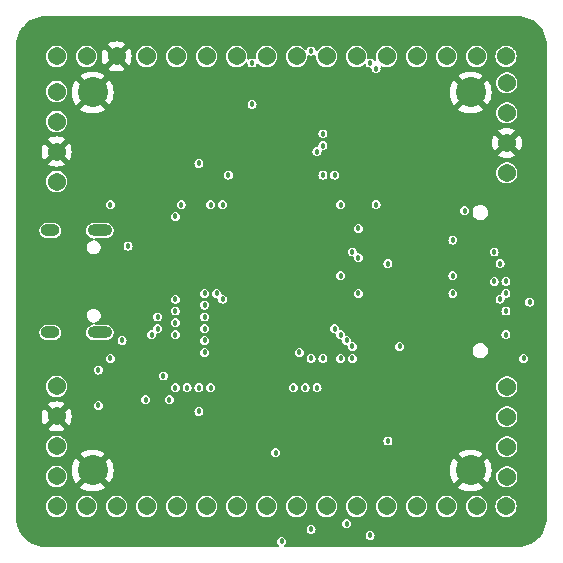
<source format=gbr>
%TF.GenerationSoftware,KiCad,Pcbnew,8.0.6-8.0.6-0~ubuntu24.04.1*%
%TF.CreationDate,2024-10-18T10:44:36-04:00*%
%TF.ProjectId,ta-expt-v2,74612d65-7870-4742-9d76-322e6b696361,rev?*%
%TF.SameCoordinates,Original*%
%TF.FileFunction,Copper,L3,Inr*%
%TF.FilePolarity,Positive*%
%FSLAX46Y46*%
G04 Gerber Fmt 4.6, Leading zero omitted, Abs format (unit mm)*
G04 Created by KiCad (PCBNEW 8.0.6-8.0.6-0~ubuntu24.04.1) date 2024-10-18 10:44:36*
%MOMM*%
%LPD*%
G01*
G04 APERTURE LIST*
%TA.AperFunction,ComponentPad*%
%ADD10C,1.540000*%
%TD*%
%TA.AperFunction,ComponentPad*%
%ADD11O,1.600000X1.000000*%
%TD*%
%TA.AperFunction,ComponentPad*%
%ADD12O,2.100000X1.000000*%
%TD*%
%TA.AperFunction,ComponentPad*%
%ADD13C,2.540000*%
%TD*%
%TA.AperFunction,ViaPad*%
%ADD14C,0.457200*%
%TD*%
G04 APERTURE END LIST*
D10*
%TO.N,unconnected-(J8-Pin_15-Pad15)*%
%TO.C,J8*%
X174000000Y-127050000D03*
X171510000Y-127050000D03*
%TO.N,unconnected-(J8-Pin_14-Pad14)*%
X168970000Y-127050000D03*
%TO.N,unconnected-(J8-Pin_13-Pad13)*%
X166430000Y-127050000D03*
%TO.N,/LPUART_RTS*%
X163890000Y-127050000D03*
%TO.N,/LPUART_RX*%
X161350000Y-127050000D03*
%TO.N,/LPUART_TX*%
X158810000Y-127050000D03*
%TO.N,/LPUART_CTS*%
X156270000Y-127050000D03*
%TO.N,/BOOT0*%
X153730000Y-127050000D03*
%TO.N,unconnected-(J8-Pin_7-Pad7)*%
X151190000Y-127050000D03*
%TO.N,unconnected-(J8-Pin_6-Pad6)*%
X148650000Y-127050000D03*
%TO.N,unconnected-(J8-Pin_5-Pad5)*%
X146110000Y-127050000D03*
%TO.N,unconnected-(J8-Pin_4-Pad4)*%
X143570000Y-127050000D03*
%TO.N,unconnected-(J8-Pin_3-Pad3)*%
X141030000Y-127050000D03*
%TO.N,unconnected-(J8-Pin_2-Pad2)*%
X138490000Y-127050000D03*
%TO.N,unconnected-(J8-Pin_1-Pad1)*%
X135950000Y-127050000D03*
%TD*%
%TO.N,unconnected-(J9-Pin_15-Pad15)*%
%TO.C,J9*%
X174000000Y-88950000D03*
X171510000Y-88950000D03*
%TO.N,unconnected-(J9-Pin_14-Pad14)*%
X168970000Y-88950000D03*
%TO.N,unconnected-(J9-Pin_13-Pad13)*%
X166430000Y-88950000D03*
%TO.N,/USART1_RTS*%
X163890000Y-88950000D03*
%TO.N,/USART1_RX*%
X161350000Y-88950000D03*
%TO.N,/USART1_TX*%
X158810000Y-88950000D03*
%TO.N,/USART1_CTS*%
X156270000Y-88950000D03*
%TO.N,/USART1_CK*%
X153730000Y-88950000D03*
%TO.N,/NRST*%
X151190000Y-88950000D03*
%TO.N,unconnected-(J9-Pin_6-Pad6)*%
X148650000Y-88950000D03*
%TO.N,unconnected-(J9-Pin_5-Pad5)*%
X146110000Y-88950000D03*
%TO.N,unconnected-(J9-Pin_4-Pad4)*%
X143570000Y-88950000D03*
%TO.N,GND*%
X141030000Y-88950000D03*
%TO.N,unconnected-(J9-Pin_2-Pad2)*%
X138490000Y-88950000D03*
%TO.N,unconnected-(J9-Pin_1-Pad1)*%
X135950000Y-88950000D03*
%TD*%
%TO.N,unconnected-(J1-Pin_5-Pad5)*%
%TO.C,J1*%
X174070000Y-91190000D03*
%TO.N,unconnected-(J1-Pin_4-Pad4)*%
X174070000Y-93730000D03*
%TO.N,GND*%
X174070000Y-96270000D03*
%TO.N,unconnected-(J1-Pin_2-Pad2)*%
X174070000Y-98810000D03*
%TD*%
%TO.N,unconnected-(J2-Pin_4-Pad4)*%
%TO.C,J2*%
X135950000Y-91920000D03*
%TO.N,unconnected-(J2-Pin_3-Pad3)*%
X135950000Y-94460000D03*
%TO.N,GND*%
X135950000Y-97000000D03*
%TO.N,unconnected-(J2-Pin_1-Pad1)*%
X135950000Y-99540000D03*
%TD*%
%TO.N,/SWCLK*%
%TO.C,J7*%
X135950000Y-124510000D03*
%TO.N,/SWDIO*%
X135950000Y-121970000D03*
%TO.N,GND*%
X135950000Y-119430000D03*
%TO.N,VDD*%
X135950000Y-116890000D03*
%TD*%
D11*
%TO.N,unconnected-(J3-SHIELD-PadS1)*%
%TO.C,J3*%
X135425000Y-112320000D03*
D12*
X139605000Y-112320000D03*
D11*
X135425000Y-103680000D03*
D12*
X139605000Y-103680000D03*
%TD*%
D13*
%TO.N,GND*%
%TO.C,J6*%
X171000000Y-124000000D03*
X139000000Y-124000000D03*
X171000000Y-92000000D03*
X139000000Y-92000000D03*
%TD*%
D10*
%TO.N,unconnected-(J4-Pin_5-Pad5)*%
%TO.C,J4*%
X174070000Y-124540000D03*
%TO.N,unconnected-(J4-Pin_4-Pad4)*%
X174070000Y-122000000D03*
%TO.N,unconnected-(J4-Pin_3-Pad3)*%
X174070000Y-119460000D03*
%TO.N,unconnected-(J4-Pin_2-Pad2)*%
X174070000Y-116920000D03*
%TD*%
D14*
%TO.N,GND*%
X144500000Y-113500000D03*
X138500000Y-98500000D03*
X160500000Y-117000000D03*
X167000000Y-119000000D03*
X176500000Y-102000000D03*
X168500000Y-101500000D03*
X151500000Y-125500000D03*
X170500000Y-119000000D03*
X147000000Y-124500000D03*
X160000000Y-90500000D03*
X160500000Y-99000000D03*
X144500000Y-95500000D03*
X145000000Y-90500000D03*
X163000000Y-124000000D03*
X142500000Y-124500000D03*
X153500000Y-95000000D03*
X161500000Y-104500000D03*
X142500000Y-90500000D03*
X164000000Y-120500000D03*
X165000000Y-104500000D03*
X168500000Y-108500000D03*
X141000000Y-104000000D03*
X166500000Y-98000000D03*
X157000000Y-97000000D03*
X166500000Y-95000000D03*
X149500000Y-99000000D03*
X165500000Y-95000000D03*
X164000000Y-105000000D03*
X146000000Y-113500000D03*
X164000000Y-109500000D03*
X165000000Y-111500000D03*
X165500000Y-98000000D03*
%TO.N,/VDD_FILT*%
X148500000Y-114000000D03*
X170500000Y-102000000D03*
X163000000Y-90000000D03*
X148000000Y-98000000D03*
X139500000Y-118500000D03*
X148500000Y-113000000D03*
X164000000Y-121500000D03*
X139500000Y-115500000D03*
X161000000Y-114500000D03*
X160000000Y-101500000D03*
X149000000Y-101500000D03*
X161500000Y-109000000D03*
X161500000Y-103500000D03*
%TO.N,/NRST*%
X152500000Y-93000000D03*
X160000000Y-107500000D03*
%TO.N,/LPUART_RX*%
X150500000Y-99000000D03*
X160500000Y-128500000D03*
%TO.N,/LPUART_RTS*%
X162500000Y-129500000D03*
X146500000Y-101500000D03*
%TO.N,/DCMI_D6*%
X176000000Y-109750000D03*
X158500000Y-114500000D03*
%TO.N,/DCMI_D2*%
X149500000Y-109000000D03*
X148500000Y-109000000D03*
X159500000Y-112000000D03*
X174000000Y-112500000D03*
%TO.N,/QUADSPI_BK2_IO1*%
X158500000Y-96500000D03*
X161500000Y-106000000D03*
%TO.N,/DCMI_D3*%
X173500000Y-109500000D03*
X146000000Y-109500000D03*
X160000000Y-112500000D03*
X150000000Y-109500000D03*
%TO.N,/DCMI_VSYNC*%
X157500000Y-114500000D03*
X173000000Y-105500000D03*
%TO.N,Net-(IC3-PH3-BOOT0)*%
X154500000Y-122500000D03*
X158000000Y-117000000D03*
%TO.N,/Control*%
X165000000Y-113500000D03*
%TO.N,/SWDIO*%
X144000000Y-112500000D03*
X146000000Y-112500000D03*
%TO.N,/DCMI_PIXCLK*%
X158500000Y-99000000D03*
X169500000Y-107500000D03*
%TO.N,/LED2*%
X143500000Y-118000000D03*
X146000000Y-117000000D03*
%TO.N,/D-*%
X144500000Y-111000000D03*
X146000000Y-111500000D03*
%TO.N,/LPUART_CTS*%
X146000000Y-102500000D03*
X155000000Y-130000000D03*
%TO.N,/USART1_RX*%
X162500000Y-89500000D03*
X148500000Y-111000000D03*
%TO.N,/DCMI_HSYNC*%
X173500000Y-106500000D03*
X159500000Y-99000000D03*
%TO.N,/QUADSPI_BK2_IO2*%
X161000000Y-105500000D03*
X158000000Y-97000000D03*
%TO.N,/DCMI_D4*%
X161000000Y-113500000D03*
X174000000Y-110500000D03*
%TO.N,/SWCLK*%
X149000000Y-117000000D03*
X145000000Y-116000000D03*
%TO.N,/USART1_CK*%
X152500000Y-89500000D03*
X148500000Y-110000000D03*
%TO.N,/D+*%
X148500000Y-112000000D03*
X144500000Y-112000000D03*
%TO.N,/DCMI_D7*%
X160000000Y-114500000D03*
X174000000Y-109000000D03*
%TO.N,/DCMI_D5*%
X157000000Y-117000000D03*
X175500000Y-114500000D03*
%TO.N,/QUADSPI_BK1_NCS*%
X163000000Y-101500000D03*
X158500000Y-95500000D03*
%TO.N,/USART1_TX*%
X146000000Y-110500000D03*
X157500000Y-88500000D03*
%TO.N,/LPUART_TX*%
X157500000Y-129000000D03*
X150000000Y-101500000D03*
%TO.N,/LED1*%
X147000000Y-117000000D03*
X145500000Y-118000000D03*
%TO.N,Net-(IC2-G)*%
X148000000Y-117000000D03*
X148000000Y-119000000D03*
%TO.N,/I2C3_SDA*%
X173000000Y-108000000D03*
X156000000Y-117000000D03*
%TO.N,/DCMI_D8*%
X174000000Y-108000000D03*
X160500000Y-113000000D03*
%TO.N,/I2C3_SCL*%
X169500000Y-104500000D03*
X164000000Y-106500000D03*
%TO.N,/DCMI_D9*%
X169500000Y-109000000D03*
X156500000Y-114000000D03*
%TO.N,Net-(J3-CC2)*%
X140500000Y-114500000D03*
%TO.N,Net-(J3-CC1)*%
X140500000Y-101500000D03*
X142000000Y-105000000D03*
%TO.N,Net-(J3-CC2)*%
X141500000Y-113000000D03*
%TO.N,GND*%
X141000000Y-111500000D03*
%TD*%
%TA.AperFunction,Conductor*%
%TO.N,GND*%
G36*
X174935677Y-85525891D02*
G01*
X174952122Y-85525628D01*
X174952124Y-85525630D01*
X174956863Y-85525554D01*
X174963887Y-85525642D01*
X175236256Y-85536882D01*
X175250366Y-85538277D01*
X175516074Y-85579993D01*
X175529932Y-85582989D01*
X175789145Y-85654789D01*
X175802575Y-85659351D01*
X176051885Y-85760290D01*
X176064697Y-85766351D01*
X176300856Y-85895116D01*
X176312901Y-85902608D01*
X176532789Y-86057496D01*
X176543901Y-86066316D01*
X176744665Y-86245317D01*
X176754682Y-86255334D01*
X176920391Y-86441190D01*
X176933682Y-86456097D01*
X176942503Y-86467210D01*
X177097391Y-86687098D01*
X177104885Y-86699146D01*
X177233643Y-86935292D01*
X177239711Y-86948118D01*
X177340648Y-87197426D01*
X177345211Y-87210859D01*
X177417008Y-87470062D01*
X177420007Y-87483931D01*
X177461721Y-87749629D01*
X177463117Y-87763748D01*
X177474356Y-88036078D01*
X177474445Y-88043167D01*
X177474107Y-88064322D01*
X177474500Y-88066930D01*
X177474500Y-127933146D01*
X177474108Y-127935761D01*
X177474444Y-127956836D01*
X177474355Y-127963921D01*
X177463117Y-128236251D01*
X177461721Y-128250370D01*
X177420007Y-128516068D01*
X177417008Y-128529937D01*
X177345211Y-128789140D01*
X177340648Y-128802573D01*
X177239711Y-129051881D01*
X177233643Y-129064707D01*
X177104885Y-129300853D01*
X177097391Y-129312901D01*
X176942503Y-129532789D01*
X176933682Y-129543902D01*
X176754690Y-129744657D01*
X176744657Y-129754690D01*
X176543902Y-129933682D01*
X176532789Y-129942503D01*
X176312901Y-130097391D01*
X176300853Y-130104885D01*
X176064707Y-130233643D01*
X176051881Y-130239711D01*
X175802573Y-130340648D01*
X175789140Y-130345211D01*
X175529937Y-130417008D01*
X175516068Y-130420007D01*
X175250370Y-130461721D01*
X175236251Y-130463117D01*
X174963920Y-130474356D01*
X174956831Y-130474445D01*
X174935678Y-130474107D01*
X174933069Y-130474500D01*
X155358729Y-130474500D01*
X155291690Y-130454815D01*
X155245935Y-130402011D01*
X155235991Y-130332853D01*
X155265016Y-130269297D01*
X155271048Y-130262819D01*
X155309209Y-130224657D01*
X155309211Y-130224655D01*
X155363500Y-130118108D01*
X155363500Y-130118106D01*
X155363501Y-130118105D01*
X155363501Y-130118104D01*
X155382206Y-130000003D01*
X155382206Y-129999996D01*
X155363501Y-129881895D01*
X155363501Y-129881894D01*
X155354129Y-129863500D01*
X155309211Y-129775345D01*
X155309210Y-129775344D01*
X155309209Y-129775342D01*
X155224657Y-129690790D01*
X155118104Y-129636498D01*
X155000003Y-129617794D01*
X154999997Y-129617794D01*
X154881895Y-129636498D01*
X154881894Y-129636498D01*
X154775342Y-129690790D01*
X154690790Y-129775342D01*
X154636498Y-129881894D01*
X154636498Y-129881895D01*
X154617794Y-129999996D01*
X154617794Y-130000003D01*
X154636498Y-130118104D01*
X154636498Y-130118105D01*
X154690790Y-130224657D01*
X154728952Y-130262819D01*
X154762437Y-130324142D01*
X154757453Y-130393834D01*
X154715581Y-130449767D01*
X154650117Y-130474184D01*
X154641271Y-130474500D01*
X135066931Y-130474500D01*
X135064321Y-130474107D01*
X135043168Y-130474445D01*
X135036079Y-130474356D01*
X134763748Y-130463117D01*
X134749629Y-130461721D01*
X134483931Y-130420007D01*
X134470062Y-130417008D01*
X134210859Y-130345211D01*
X134197426Y-130340648D01*
X133948118Y-130239711D01*
X133935292Y-130233643D01*
X133918811Y-130224657D01*
X133699146Y-130104885D01*
X133687098Y-130097391D01*
X133467210Y-129942503D01*
X133456097Y-129933682D01*
X133398362Y-129882206D01*
X133255334Y-129754682D01*
X133245317Y-129744665D01*
X133066316Y-129543901D01*
X133057496Y-129532789D01*
X133034397Y-129499996D01*
X162117794Y-129499996D01*
X162117794Y-129500003D01*
X162136498Y-129618104D01*
X162136498Y-129618105D01*
X162190790Y-129724657D01*
X162275342Y-129809209D01*
X162275344Y-129809210D01*
X162275345Y-129809211D01*
X162381892Y-129863500D01*
X162381893Y-129863500D01*
X162381895Y-129863501D01*
X162499997Y-129882206D01*
X162500000Y-129882206D01*
X162500003Y-129882206D01*
X162618104Y-129863501D01*
X162618105Y-129863501D01*
X162618106Y-129863500D01*
X162618108Y-129863500D01*
X162724655Y-129809211D01*
X162809211Y-129724655D01*
X162863500Y-129618108D01*
X162863500Y-129618106D01*
X162863501Y-129618105D01*
X162863501Y-129618104D01*
X162882206Y-129500003D01*
X162882206Y-129499996D01*
X162863501Y-129381895D01*
X162863501Y-129381894D01*
X162828347Y-129312901D01*
X162809211Y-129275345D01*
X162809210Y-129275344D01*
X162809209Y-129275342D01*
X162724657Y-129190790D01*
X162618104Y-129136498D01*
X162500003Y-129117794D01*
X162499997Y-129117794D01*
X162381895Y-129136498D01*
X162381894Y-129136498D01*
X162275342Y-129190790D01*
X162190790Y-129275342D01*
X162136498Y-129381894D01*
X162136498Y-129381895D01*
X162117794Y-129499996D01*
X133034397Y-129499996D01*
X132951207Y-129381895D01*
X132902606Y-129312898D01*
X132895114Y-129300853D01*
X132881206Y-129275345D01*
X132766351Y-129064697D01*
X132760288Y-129051881D01*
X132739281Y-128999996D01*
X157117794Y-128999996D01*
X157117794Y-129000003D01*
X157136498Y-129118104D01*
X157136498Y-129118105D01*
X157190790Y-129224657D01*
X157275342Y-129309209D01*
X157275344Y-129309210D01*
X157275345Y-129309211D01*
X157381892Y-129363500D01*
X157381893Y-129363500D01*
X157381895Y-129363501D01*
X157499997Y-129382206D01*
X157500000Y-129382206D01*
X157500003Y-129382206D01*
X157618104Y-129363501D01*
X157618105Y-129363501D01*
X157618106Y-129363500D01*
X157618108Y-129363500D01*
X157724655Y-129309211D01*
X157809211Y-129224655D01*
X157863500Y-129118108D01*
X157863500Y-129118106D01*
X157863501Y-129118105D01*
X157863501Y-129118104D01*
X157882206Y-129000003D01*
X157882206Y-128999996D01*
X157863501Y-128881895D01*
X157863501Y-128881894D01*
X157854129Y-128863500D01*
X157809211Y-128775345D01*
X157809210Y-128775344D01*
X157809209Y-128775342D01*
X157724657Y-128690790D01*
X157618104Y-128636498D01*
X157500003Y-128617794D01*
X157499997Y-128617794D01*
X157381895Y-128636498D01*
X157381894Y-128636498D01*
X157275342Y-128690790D01*
X157190790Y-128775342D01*
X157136498Y-128881894D01*
X157136498Y-128881895D01*
X157117794Y-128999996D01*
X132739281Y-128999996D01*
X132684018Y-128863500D01*
X132659351Y-128802573D01*
X132654788Y-128789140D01*
X132636926Y-128724655D01*
X132582989Y-128529932D01*
X132579992Y-128516068D01*
X132577469Y-128500000D01*
X132577468Y-128499996D01*
X160117794Y-128499996D01*
X160117794Y-128500003D01*
X160136498Y-128618104D01*
X160136498Y-128618105D01*
X160190790Y-128724657D01*
X160275342Y-128809209D01*
X160275344Y-128809210D01*
X160275345Y-128809211D01*
X160381892Y-128863500D01*
X160381893Y-128863500D01*
X160381895Y-128863501D01*
X160499997Y-128882206D01*
X160500000Y-128882206D01*
X160500003Y-128882206D01*
X160618104Y-128863501D01*
X160618105Y-128863501D01*
X160618106Y-128863500D01*
X160618108Y-128863500D01*
X160724655Y-128809211D01*
X160809211Y-128724655D01*
X160863500Y-128618108D01*
X160863500Y-128618106D01*
X160863501Y-128618105D01*
X160863501Y-128618104D01*
X160882206Y-128500003D01*
X160882206Y-128499996D01*
X160863501Y-128381895D01*
X160863501Y-128381894D01*
X160809209Y-128275342D01*
X160724657Y-128190790D01*
X160618104Y-128136498D01*
X160500003Y-128117794D01*
X160499997Y-128117794D01*
X160381895Y-128136498D01*
X160381894Y-128136498D01*
X160275342Y-128190790D01*
X160190790Y-128275342D01*
X160136498Y-128381894D01*
X160136498Y-128381895D01*
X160117794Y-128499996D01*
X132577468Y-128499996D01*
X132538277Y-128250366D01*
X132536882Y-128236251D01*
X132525644Y-127963921D01*
X132525555Y-127956831D01*
X132525890Y-127935759D01*
X132525500Y-127933146D01*
X132525500Y-127050000D01*
X135047556Y-127050000D01*
X135067277Y-127237630D01*
X135125575Y-127417055D01*
X135219906Y-127580442D01*
X135346144Y-127720645D01*
X135346147Y-127720647D01*
X135498778Y-127831539D01*
X135671124Y-127908273D01*
X135671129Y-127908275D01*
X135855669Y-127947500D01*
X135855670Y-127947500D01*
X136044329Y-127947500D01*
X136044331Y-127947500D01*
X136228871Y-127908275D01*
X136401222Y-127831539D01*
X136553853Y-127720647D01*
X136680093Y-127580443D01*
X136774424Y-127417057D01*
X136832723Y-127237629D01*
X136852444Y-127050000D01*
X137587556Y-127050000D01*
X137607277Y-127237630D01*
X137665575Y-127417055D01*
X137759906Y-127580442D01*
X137886144Y-127720645D01*
X137886147Y-127720647D01*
X138038778Y-127831539D01*
X138211124Y-127908273D01*
X138211129Y-127908275D01*
X138395669Y-127947500D01*
X138395670Y-127947500D01*
X138584329Y-127947500D01*
X138584331Y-127947500D01*
X138768871Y-127908275D01*
X138941222Y-127831539D01*
X139093853Y-127720647D01*
X139220093Y-127580443D01*
X139314424Y-127417057D01*
X139372723Y-127237629D01*
X139392444Y-127050000D01*
X140127556Y-127050000D01*
X140147277Y-127237630D01*
X140205575Y-127417055D01*
X140299906Y-127580442D01*
X140426144Y-127720645D01*
X140426147Y-127720647D01*
X140578778Y-127831539D01*
X140751124Y-127908273D01*
X140751129Y-127908275D01*
X140935669Y-127947500D01*
X140935670Y-127947500D01*
X141124329Y-127947500D01*
X141124331Y-127947500D01*
X141308871Y-127908275D01*
X141481222Y-127831539D01*
X141633853Y-127720647D01*
X141760093Y-127580443D01*
X141854424Y-127417057D01*
X141912723Y-127237629D01*
X141932444Y-127050000D01*
X142667556Y-127050000D01*
X142687277Y-127237630D01*
X142745575Y-127417055D01*
X142839906Y-127580442D01*
X142966144Y-127720645D01*
X142966147Y-127720647D01*
X143118778Y-127831539D01*
X143291124Y-127908273D01*
X143291129Y-127908275D01*
X143475669Y-127947500D01*
X143475670Y-127947500D01*
X143664329Y-127947500D01*
X143664331Y-127947500D01*
X143848871Y-127908275D01*
X144021222Y-127831539D01*
X144173853Y-127720647D01*
X144300093Y-127580443D01*
X144394424Y-127417057D01*
X144452723Y-127237629D01*
X144472444Y-127050000D01*
X145207556Y-127050000D01*
X145227277Y-127237630D01*
X145285575Y-127417055D01*
X145379906Y-127580442D01*
X145506144Y-127720645D01*
X145506147Y-127720647D01*
X145658778Y-127831539D01*
X145831124Y-127908273D01*
X145831129Y-127908275D01*
X146015669Y-127947500D01*
X146015670Y-127947500D01*
X146204329Y-127947500D01*
X146204331Y-127947500D01*
X146388871Y-127908275D01*
X146561222Y-127831539D01*
X146713853Y-127720647D01*
X146840093Y-127580443D01*
X146934424Y-127417057D01*
X146992723Y-127237629D01*
X147012444Y-127050000D01*
X147747556Y-127050000D01*
X147767277Y-127237630D01*
X147825575Y-127417055D01*
X147919906Y-127580442D01*
X148046144Y-127720645D01*
X148046147Y-127720647D01*
X148198778Y-127831539D01*
X148371124Y-127908273D01*
X148371129Y-127908275D01*
X148555669Y-127947500D01*
X148555670Y-127947500D01*
X148744329Y-127947500D01*
X148744331Y-127947500D01*
X148928871Y-127908275D01*
X149101222Y-127831539D01*
X149253853Y-127720647D01*
X149380093Y-127580443D01*
X149474424Y-127417057D01*
X149532723Y-127237629D01*
X149552444Y-127050000D01*
X150287556Y-127050000D01*
X150307277Y-127237630D01*
X150365575Y-127417055D01*
X150459906Y-127580442D01*
X150586144Y-127720645D01*
X150586147Y-127720647D01*
X150738778Y-127831539D01*
X150911124Y-127908273D01*
X150911129Y-127908275D01*
X151095669Y-127947500D01*
X151095670Y-127947500D01*
X151284329Y-127947500D01*
X151284331Y-127947500D01*
X151468871Y-127908275D01*
X151641222Y-127831539D01*
X151793853Y-127720647D01*
X151920093Y-127580443D01*
X152014424Y-127417057D01*
X152072723Y-127237629D01*
X152092444Y-127050000D01*
X152827556Y-127050000D01*
X152847277Y-127237630D01*
X152905575Y-127417055D01*
X152999906Y-127580442D01*
X153126144Y-127720645D01*
X153126147Y-127720647D01*
X153278778Y-127831539D01*
X153451124Y-127908273D01*
X153451129Y-127908275D01*
X153635669Y-127947500D01*
X153635670Y-127947500D01*
X153824329Y-127947500D01*
X153824331Y-127947500D01*
X154008871Y-127908275D01*
X154181222Y-127831539D01*
X154333853Y-127720647D01*
X154460093Y-127580443D01*
X154554424Y-127417057D01*
X154612723Y-127237629D01*
X154632444Y-127050000D01*
X155367556Y-127050000D01*
X155387277Y-127237630D01*
X155445575Y-127417055D01*
X155539906Y-127580442D01*
X155666144Y-127720645D01*
X155666147Y-127720647D01*
X155818778Y-127831539D01*
X155991124Y-127908273D01*
X155991129Y-127908275D01*
X156175669Y-127947500D01*
X156175670Y-127947500D01*
X156364329Y-127947500D01*
X156364331Y-127947500D01*
X156548871Y-127908275D01*
X156721222Y-127831539D01*
X156873853Y-127720647D01*
X157000093Y-127580443D01*
X157094424Y-127417057D01*
X157152723Y-127237629D01*
X157172444Y-127050000D01*
X157907556Y-127050000D01*
X157927277Y-127237630D01*
X157985575Y-127417055D01*
X158079906Y-127580442D01*
X158206144Y-127720645D01*
X158206147Y-127720647D01*
X158358778Y-127831539D01*
X158531124Y-127908273D01*
X158531129Y-127908275D01*
X158715669Y-127947500D01*
X158715670Y-127947500D01*
X158904329Y-127947500D01*
X158904331Y-127947500D01*
X159088871Y-127908275D01*
X159261222Y-127831539D01*
X159413853Y-127720647D01*
X159540093Y-127580443D01*
X159634424Y-127417057D01*
X159692723Y-127237629D01*
X159712444Y-127050000D01*
X160447556Y-127050000D01*
X160467277Y-127237630D01*
X160525575Y-127417055D01*
X160619906Y-127580442D01*
X160746144Y-127720645D01*
X160746147Y-127720647D01*
X160898778Y-127831539D01*
X161071124Y-127908273D01*
X161071129Y-127908275D01*
X161255669Y-127947500D01*
X161255670Y-127947500D01*
X161444329Y-127947500D01*
X161444331Y-127947500D01*
X161628871Y-127908275D01*
X161801222Y-127831539D01*
X161953853Y-127720647D01*
X162080093Y-127580443D01*
X162174424Y-127417057D01*
X162232723Y-127237629D01*
X162252444Y-127050000D01*
X162987556Y-127050000D01*
X163007277Y-127237630D01*
X163065575Y-127417055D01*
X163159906Y-127580442D01*
X163286144Y-127720645D01*
X163286147Y-127720647D01*
X163438778Y-127831539D01*
X163611124Y-127908273D01*
X163611129Y-127908275D01*
X163795669Y-127947500D01*
X163795670Y-127947500D01*
X163984329Y-127947500D01*
X163984331Y-127947500D01*
X164168871Y-127908275D01*
X164341222Y-127831539D01*
X164493853Y-127720647D01*
X164620093Y-127580443D01*
X164714424Y-127417057D01*
X164772723Y-127237629D01*
X164792444Y-127050000D01*
X165527556Y-127050000D01*
X165547277Y-127237630D01*
X165605575Y-127417055D01*
X165699906Y-127580442D01*
X165826144Y-127720645D01*
X165826147Y-127720647D01*
X165978778Y-127831539D01*
X166151124Y-127908273D01*
X166151129Y-127908275D01*
X166335669Y-127947500D01*
X166335670Y-127947500D01*
X166524329Y-127947500D01*
X166524331Y-127947500D01*
X166708871Y-127908275D01*
X166881222Y-127831539D01*
X167033853Y-127720647D01*
X167160093Y-127580443D01*
X167254424Y-127417057D01*
X167312723Y-127237629D01*
X167332444Y-127050000D01*
X168067556Y-127050000D01*
X168087277Y-127237630D01*
X168145575Y-127417055D01*
X168239906Y-127580442D01*
X168366144Y-127720645D01*
X168366147Y-127720647D01*
X168518778Y-127831539D01*
X168691124Y-127908273D01*
X168691129Y-127908275D01*
X168875669Y-127947500D01*
X168875670Y-127947500D01*
X169064329Y-127947500D01*
X169064331Y-127947500D01*
X169248871Y-127908275D01*
X169421222Y-127831539D01*
X169573853Y-127720647D01*
X169700093Y-127580443D01*
X169794424Y-127417057D01*
X169852723Y-127237629D01*
X169872444Y-127050000D01*
X170607556Y-127050000D01*
X170627277Y-127237630D01*
X170685575Y-127417055D01*
X170779906Y-127580442D01*
X170906144Y-127720645D01*
X170906147Y-127720647D01*
X171058778Y-127831539D01*
X171231124Y-127908273D01*
X171231129Y-127908275D01*
X171415669Y-127947500D01*
X171415670Y-127947500D01*
X171604329Y-127947500D01*
X171604331Y-127947500D01*
X171788871Y-127908275D01*
X171961222Y-127831539D01*
X172113853Y-127720647D01*
X172240093Y-127580443D01*
X172334424Y-127417057D01*
X172392723Y-127237629D01*
X172412444Y-127050000D01*
X173097556Y-127050000D01*
X173117277Y-127237630D01*
X173175575Y-127417055D01*
X173269906Y-127580442D01*
X173396144Y-127720645D01*
X173396147Y-127720647D01*
X173548778Y-127831539D01*
X173721124Y-127908273D01*
X173721129Y-127908275D01*
X173905669Y-127947500D01*
X173905670Y-127947500D01*
X174094329Y-127947500D01*
X174094331Y-127947500D01*
X174278871Y-127908275D01*
X174451222Y-127831539D01*
X174603853Y-127720647D01*
X174730093Y-127580443D01*
X174824424Y-127417057D01*
X174882723Y-127237629D01*
X174902444Y-127050000D01*
X174882723Y-126862371D01*
X174824424Y-126682943D01*
X174730093Y-126519557D01*
X174603855Y-126379354D01*
X174527537Y-126323907D01*
X174451222Y-126268461D01*
X174451220Y-126268460D01*
X174451221Y-126268460D01*
X174278875Y-126191726D01*
X174278870Y-126191724D01*
X174133555Y-126160837D01*
X174094331Y-126152500D01*
X173905669Y-126152500D01*
X173873320Y-126159375D01*
X173721129Y-126191724D01*
X173721124Y-126191726D01*
X173548779Y-126268460D01*
X173396144Y-126379354D01*
X173269906Y-126519557D01*
X173175575Y-126682944D01*
X173117277Y-126862369D01*
X173097556Y-127050000D01*
X172412444Y-127050000D01*
X172392723Y-126862371D01*
X172334424Y-126682943D01*
X172240093Y-126519557D01*
X172113855Y-126379354D01*
X172037537Y-126323907D01*
X171961222Y-126268461D01*
X171961220Y-126268460D01*
X171961221Y-126268460D01*
X171788875Y-126191726D01*
X171788870Y-126191724D01*
X171643555Y-126160837D01*
X171604331Y-126152500D01*
X171415669Y-126152500D01*
X171383320Y-126159375D01*
X171231129Y-126191724D01*
X171231124Y-126191726D01*
X171058779Y-126268460D01*
X170906144Y-126379354D01*
X170779906Y-126519557D01*
X170685575Y-126682944D01*
X170627277Y-126862369D01*
X170607556Y-127050000D01*
X169872444Y-127050000D01*
X169852723Y-126862371D01*
X169794424Y-126682943D01*
X169700093Y-126519557D01*
X169573855Y-126379354D01*
X169497537Y-126323907D01*
X169421222Y-126268461D01*
X169421220Y-126268460D01*
X169421221Y-126268460D01*
X169248875Y-126191726D01*
X169248870Y-126191724D01*
X169103555Y-126160837D01*
X169064331Y-126152500D01*
X168875669Y-126152500D01*
X168843320Y-126159375D01*
X168691129Y-126191724D01*
X168691124Y-126191726D01*
X168518779Y-126268460D01*
X168366144Y-126379354D01*
X168239906Y-126519557D01*
X168145575Y-126682944D01*
X168087277Y-126862369D01*
X168067556Y-127050000D01*
X167332444Y-127050000D01*
X167312723Y-126862371D01*
X167254424Y-126682943D01*
X167160093Y-126519557D01*
X167033855Y-126379354D01*
X166957537Y-126323907D01*
X166881222Y-126268461D01*
X166881220Y-126268460D01*
X166881221Y-126268460D01*
X166708875Y-126191726D01*
X166708870Y-126191724D01*
X166563555Y-126160837D01*
X166524331Y-126152500D01*
X166335669Y-126152500D01*
X166303320Y-126159375D01*
X166151129Y-126191724D01*
X166151124Y-126191726D01*
X165978779Y-126268460D01*
X165826144Y-126379354D01*
X165699906Y-126519557D01*
X165605575Y-126682944D01*
X165547277Y-126862369D01*
X165527556Y-127050000D01*
X164792444Y-127050000D01*
X164772723Y-126862371D01*
X164714424Y-126682943D01*
X164620093Y-126519557D01*
X164493855Y-126379354D01*
X164417537Y-126323907D01*
X164341222Y-126268461D01*
X164341220Y-126268460D01*
X164341221Y-126268460D01*
X164168875Y-126191726D01*
X164168870Y-126191724D01*
X164023555Y-126160837D01*
X163984331Y-126152500D01*
X163795669Y-126152500D01*
X163763320Y-126159375D01*
X163611129Y-126191724D01*
X163611124Y-126191726D01*
X163438779Y-126268460D01*
X163286144Y-126379354D01*
X163159906Y-126519557D01*
X163065575Y-126682944D01*
X163007277Y-126862369D01*
X162987556Y-127050000D01*
X162252444Y-127050000D01*
X162232723Y-126862371D01*
X162174424Y-126682943D01*
X162080093Y-126519557D01*
X161953855Y-126379354D01*
X161877537Y-126323907D01*
X161801222Y-126268461D01*
X161801220Y-126268460D01*
X161801221Y-126268460D01*
X161628875Y-126191726D01*
X161628870Y-126191724D01*
X161483555Y-126160837D01*
X161444331Y-126152500D01*
X161255669Y-126152500D01*
X161223320Y-126159375D01*
X161071129Y-126191724D01*
X161071124Y-126191726D01*
X160898779Y-126268460D01*
X160746144Y-126379354D01*
X160619906Y-126519557D01*
X160525575Y-126682944D01*
X160467277Y-126862369D01*
X160447556Y-127050000D01*
X159712444Y-127050000D01*
X159692723Y-126862371D01*
X159634424Y-126682943D01*
X159540093Y-126519557D01*
X159413855Y-126379354D01*
X159337537Y-126323907D01*
X159261222Y-126268461D01*
X159261220Y-126268460D01*
X159261221Y-126268460D01*
X159088875Y-126191726D01*
X159088870Y-126191724D01*
X158943555Y-126160837D01*
X158904331Y-126152500D01*
X158715669Y-126152500D01*
X158683320Y-126159375D01*
X158531129Y-126191724D01*
X158531124Y-126191726D01*
X158358779Y-126268460D01*
X158206144Y-126379354D01*
X158079906Y-126519557D01*
X157985575Y-126682944D01*
X157927277Y-126862369D01*
X157907556Y-127050000D01*
X157172444Y-127050000D01*
X157152723Y-126862371D01*
X157094424Y-126682943D01*
X157000093Y-126519557D01*
X156873855Y-126379354D01*
X156797537Y-126323907D01*
X156721222Y-126268461D01*
X156721220Y-126268460D01*
X156721221Y-126268460D01*
X156548875Y-126191726D01*
X156548870Y-126191724D01*
X156403555Y-126160837D01*
X156364331Y-126152500D01*
X156175669Y-126152500D01*
X156143320Y-126159375D01*
X155991129Y-126191724D01*
X155991124Y-126191726D01*
X155818779Y-126268460D01*
X155666144Y-126379354D01*
X155539906Y-126519557D01*
X155445575Y-126682944D01*
X155387277Y-126862369D01*
X155367556Y-127050000D01*
X154632444Y-127050000D01*
X154612723Y-126862371D01*
X154554424Y-126682943D01*
X154460093Y-126519557D01*
X154333855Y-126379354D01*
X154257537Y-126323907D01*
X154181222Y-126268461D01*
X154181220Y-126268460D01*
X154181221Y-126268460D01*
X154008875Y-126191726D01*
X154008870Y-126191724D01*
X153863555Y-126160837D01*
X153824331Y-126152500D01*
X153635669Y-126152500D01*
X153603320Y-126159375D01*
X153451129Y-126191724D01*
X153451124Y-126191726D01*
X153278779Y-126268460D01*
X153126144Y-126379354D01*
X152999906Y-126519557D01*
X152905575Y-126682944D01*
X152847277Y-126862369D01*
X152827556Y-127050000D01*
X152092444Y-127050000D01*
X152072723Y-126862371D01*
X152014424Y-126682943D01*
X151920093Y-126519557D01*
X151793855Y-126379354D01*
X151717537Y-126323907D01*
X151641222Y-126268461D01*
X151641220Y-126268460D01*
X151641221Y-126268460D01*
X151468875Y-126191726D01*
X151468870Y-126191724D01*
X151323555Y-126160837D01*
X151284331Y-126152500D01*
X151095669Y-126152500D01*
X151063320Y-126159375D01*
X150911129Y-126191724D01*
X150911124Y-126191726D01*
X150738779Y-126268460D01*
X150586144Y-126379354D01*
X150459906Y-126519557D01*
X150365575Y-126682944D01*
X150307277Y-126862369D01*
X150287556Y-127050000D01*
X149552444Y-127050000D01*
X149532723Y-126862371D01*
X149474424Y-126682943D01*
X149380093Y-126519557D01*
X149253855Y-126379354D01*
X149177537Y-126323907D01*
X149101222Y-126268461D01*
X149101220Y-126268460D01*
X149101221Y-126268460D01*
X148928875Y-126191726D01*
X148928870Y-126191724D01*
X148783555Y-126160837D01*
X148744331Y-126152500D01*
X148555669Y-126152500D01*
X148523320Y-126159375D01*
X148371129Y-126191724D01*
X148371124Y-126191726D01*
X148198779Y-126268460D01*
X148046144Y-126379354D01*
X147919906Y-126519557D01*
X147825575Y-126682944D01*
X147767277Y-126862369D01*
X147747556Y-127050000D01*
X147012444Y-127050000D01*
X146992723Y-126862371D01*
X146934424Y-126682943D01*
X146840093Y-126519557D01*
X146713855Y-126379354D01*
X146637537Y-126323907D01*
X146561222Y-126268461D01*
X146561220Y-126268460D01*
X146561221Y-126268460D01*
X146388875Y-126191726D01*
X146388870Y-126191724D01*
X146243555Y-126160837D01*
X146204331Y-126152500D01*
X146015669Y-126152500D01*
X145983320Y-126159375D01*
X145831129Y-126191724D01*
X145831124Y-126191726D01*
X145658779Y-126268460D01*
X145506144Y-126379354D01*
X145379906Y-126519557D01*
X145285575Y-126682944D01*
X145227277Y-126862369D01*
X145207556Y-127050000D01*
X144472444Y-127050000D01*
X144452723Y-126862371D01*
X144394424Y-126682943D01*
X144300093Y-126519557D01*
X144173855Y-126379354D01*
X144097537Y-126323907D01*
X144021222Y-126268461D01*
X144021220Y-126268460D01*
X144021221Y-126268460D01*
X143848875Y-126191726D01*
X143848870Y-126191724D01*
X143703555Y-126160837D01*
X143664331Y-126152500D01*
X143475669Y-126152500D01*
X143443320Y-126159375D01*
X143291129Y-126191724D01*
X143291124Y-126191726D01*
X143118779Y-126268460D01*
X142966144Y-126379354D01*
X142839906Y-126519557D01*
X142745575Y-126682944D01*
X142687277Y-126862369D01*
X142667556Y-127050000D01*
X141932444Y-127050000D01*
X141912723Y-126862371D01*
X141854424Y-126682943D01*
X141760093Y-126519557D01*
X141633855Y-126379354D01*
X141557537Y-126323907D01*
X141481222Y-126268461D01*
X141481220Y-126268460D01*
X141481221Y-126268460D01*
X141308875Y-126191726D01*
X141308870Y-126191724D01*
X141163555Y-126160837D01*
X141124331Y-126152500D01*
X140935669Y-126152500D01*
X140903320Y-126159375D01*
X140751129Y-126191724D01*
X140751124Y-126191726D01*
X140578779Y-126268460D01*
X140426144Y-126379354D01*
X140299906Y-126519557D01*
X140205575Y-126682944D01*
X140147277Y-126862369D01*
X140127556Y-127050000D01*
X139392444Y-127050000D01*
X139372723Y-126862371D01*
X139314424Y-126682943D01*
X139220093Y-126519557D01*
X139093855Y-126379354D01*
X139017537Y-126323907D01*
X138941222Y-126268461D01*
X138941220Y-126268460D01*
X138941221Y-126268460D01*
X138768875Y-126191726D01*
X138768870Y-126191724D01*
X138623555Y-126160837D01*
X138584331Y-126152500D01*
X138395669Y-126152500D01*
X138363320Y-126159375D01*
X138211129Y-126191724D01*
X138211124Y-126191726D01*
X138038779Y-126268460D01*
X137886144Y-126379354D01*
X137759906Y-126519557D01*
X137665575Y-126682944D01*
X137607277Y-126862369D01*
X137587556Y-127050000D01*
X136852444Y-127050000D01*
X136832723Y-126862371D01*
X136774424Y-126682943D01*
X136680093Y-126519557D01*
X136553855Y-126379354D01*
X136477537Y-126323907D01*
X136401222Y-126268461D01*
X136401220Y-126268460D01*
X136401221Y-126268460D01*
X136228875Y-126191726D01*
X136228870Y-126191724D01*
X136083555Y-126160837D01*
X136044331Y-126152500D01*
X135855669Y-126152500D01*
X135823320Y-126159375D01*
X135671129Y-126191724D01*
X135671124Y-126191726D01*
X135498779Y-126268460D01*
X135346144Y-126379354D01*
X135219906Y-126519557D01*
X135125575Y-126682944D01*
X135067277Y-126862369D01*
X135047556Y-127050000D01*
X132525500Y-127050000D01*
X132525500Y-124510000D01*
X135047556Y-124510000D01*
X135067277Y-124697630D01*
X135125575Y-124877055D01*
X135219906Y-125040442D01*
X135346144Y-125180645D01*
X135346147Y-125180647D01*
X135498778Y-125291539D01*
X135671124Y-125368273D01*
X135671129Y-125368275D01*
X135855669Y-125407500D01*
X135855670Y-125407500D01*
X136044329Y-125407500D01*
X136044331Y-125407500D01*
X136228871Y-125368275D01*
X136401222Y-125291539D01*
X136553853Y-125180647D01*
X136680093Y-125040443D01*
X136774424Y-124877057D01*
X136832723Y-124697629D01*
X136852444Y-124510000D01*
X136832723Y-124322371D01*
X136774424Y-124142943D01*
X136691893Y-123999995D01*
X137225037Y-123999995D01*
X137225037Y-124000004D01*
X137244860Y-124264535D01*
X137244861Y-124264540D01*
X137303890Y-124523166D01*
X137303896Y-124523185D01*
X137400814Y-124770128D01*
X137400813Y-124770128D01*
X137533457Y-124999871D01*
X137583642Y-125062803D01*
X137583643Y-125062803D01*
X138070868Y-124575577D01*
X138168595Y-124710087D01*
X138289913Y-124831405D01*
X138424420Y-124929130D01*
X137936438Y-125417112D01*
X138112525Y-125537166D01*
X138112526Y-125537167D01*
X138351530Y-125652264D01*
X138351528Y-125652264D01*
X138605025Y-125730458D01*
X138605031Y-125730459D01*
X138867351Y-125769999D01*
X138867358Y-125770000D01*
X139132642Y-125770000D01*
X139132648Y-125769999D01*
X139394968Y-125730459D01*
X139394974Y-125730458D01*
X139648470Y-125652264D01*
X139887479Y-125537164D01*
X140063560Y-125417112D01*
X139575578Y-124929130D01*
X139710087Y-124831405D01*
X139831405Y-124710087D01*
X139929130Y-124575578D01*
X140416355Y-125062803D01*
X140416356Y-125062802D01*
X140466545Y-124999869D01*
X140599185Y-124770128D01*
X140696103Y-124523185D01*
X140696109Y-124523166D01*
X140755138Y-124264540D01*
X140755139Y-124264535D01*
X140774963Y-124000004D01*
X140774963Y-123999995D01*
X169225037Y-123999995D01*
X169225037Y-124000004D01*
X169244860Y-124264535D01*
X169244861Y-124264540D01*
X169303890Y-124523166D01*
X169303896Y-124523185D01*
X169400814Y-124770128D01*
X169400813Y-124770128D01*
X169533457Y-124999871D01*
X169583642Y-125062803D01*
X169583643Y-125062803D01*
X170070868Y-124575577D01*
X170168595Y-124710087D01*
X170289913Y-124831405D01*
X170424420Y-124929130D01*
X169936438Y-125417112D01*
X170112525Y-125537166D01*
X170112526Y-125537167D01*
X170351530Y-125652264D01*
X170351528Y-125652264D01*
X170605025Y-125730458D01*
X170605031Y-125730459D01*
X170867351Y-125769999D01*
X170867358Y-125770000D01*
X171132642Y-125770000D01*
X171132648Y-125769999D01*
X171394968Y-125730459D01*
X171394974Y-125730458D01*
X171648470Y-125652264D01*
X171887479Y-125537164D01*
X172063560Y-125417112D01*
X171575578Y-124929130D01*
X171710087Y-124831405D01*
X171831405Y-124710087D01*
X171929130Y-124575578D01*
X172416355Y-125062803D01*
X172416356Y-125062802D01*
X172466545Y-124999869D01*
X172599185Y-124770128D01*
X172689504Y-124540000D01*
X173167556Y-124540000D01*
X173187277Y-124727630D01*
X173245575Y-124907055D01*
X173339906Y-125070442D01*
X173466144Y-125210645D01*
X173466147Y-125210647D01*
X173618778Y-125321539D01*
X173791124Y-125398273D01*
X173791129Y-125398275D01*
X173975669Y-125437500D01*
X173975670Y-125437500D01*
X174164329Y-125437500D01*
X174164331Y-125437500D01*
X174348871Y-125398275D01*
X174521222Y-125321539D01*
X174673853Y-125210647D01*
X174800093Y-125070443D01*
X174894424Y-124907057D01*
X174952723Y-124727629D01*
X174972444Y-124540000D01*
X174952723Y-124352371D01*
X174894424Y-124172943D01*
X174800093Y-124009557D01*
X174673855Y-123869354D01*
X174597537Y-123813907D01*
X174521222Y-123758461D01*
X174521220Y-123758460D01*
X174521221Y-123758460D01*
X174348875Y-123681726D01*
X174348870Y-123681724D01*
X174182900Y-123646447D01*
X174164331Y-123642500D01*
X173975669Y-123642500D01*
X173957100Y-123646447D01*
X173791129Y-123681724D01*
X173791124Y-123681726D01*
X173618779Y-123758460D01*
X173466144Y-123869354D01*
X173339906Y-124009557D01*
X173245575Y-124172944D01*
X173187277Y-124352369D01*
X173167556Y-124540000D01*
X172689504Y-124540000D01*
X172696103Y-124523185D01*
X172696109Y-124523166D01*
X172755138Y-124264540D01*
X172755139Y-124264535D01*
X172774963Y-124000004D01*
X172774963Y-123999995D01*
X172755139Y-123735464D01*
X172755138Y-123735459D01*
X172696109Y-123476833D01*
X172696103Y-123476814D01*
X172599185Y-123229871D01*
X172599186Y-123229871D01*
X172466543Y-123000129D01*
X172466536Y-123000118D01*
X172416356Y-122937196D01*
X172416355Y-122937195D01*
X171929130Y-123424420D01*
X171831405Y-123289913D01*
X171710087Y-123168595D01*
X171575578Y-123070868D01*
X172063560Y-122582886D01*
X171887484Y-122462839D01*
X171887474Y-122462832D01*
X171648469Y-122347735D01*
X171648471Y-122347735D01*
X171394974Y-122269541D01*
X171394968Y-122269540D01*
X171132648Y-122230000D01*
X170867351Y-122230000D01*
X170605031Y-122269540D01*
X170605025Y-122269541D01*
X170351529Y-122347735D01*
X170112526Y-122462832D01*
X170112518Y-122462837D01*
X169936438Y-122582886D01*
X170424421Y-123070869D01*
X170289913Y-123168595D01*
X170168595Y-123289913D01*
X170070868Y-123424421D01*
X169583643Y-122937196D01*
X169533456Y-123000128D01*
X169400814Y-123229871D01*
X169303896Y-123476814D01*
X169303890Y-123476833D01*
X169244861Y-123735459D01*
X169244860Y-123735464D01*
X169225037Y-123999995D01*
X140774963Y-123999995D01*
X140755139Y-123735464D01*
X140755138Y-123735459D01*
X140696109Y-123476833D01*
X140696103Y-123476814D01*
X140599185Y-123229871D01*
X140599186Y-123229871D01*
X140466543Y-123000129D01*
X140466536Y-123000118D01*
X140416356Y-122937196D01*
X140416355Y-122937195D01*
X139929130Y-123424420D01*
X139831405Y-123289913D01*
X139710087Y-123168595D01*
X139575578Y-123070868D01*
X140063560Y-122582886D01*
X139941983Y-122499996D01*
X154117794Y-122499996D01*
X154117794Y-122500003D01*
X154136498Y-122618104D01*
X154136498Y-122618105D01*
X154190790Y-122724657D01*
X154275342Y-122809209D01*
X154275344Y-122809210D01*
X154275345Y-122809211D01*
X154381892Y-122863500D01*
X154381893Y-122863500D01*
X154381895Y-122863501D01*
X154499997Y-122882206D01*
X154500000Y-122882206D01*
X154500003Y-122882206D01*
X154618104Y-122863501D01*
X154618105Y-122863501D01*
X154618106Y-122863500D01*
X154618108Y-122863500D01*
X154724655Y-122809211D01*
X154809211Y-122724655D01*
X154863500Y-122618108D01*
X154863500Y-122618106D01*
X154863501Y-122618105D01*
X154863501Y-122618104D01*
X154882206Y-122500003D01*
X154882206Y-122499996D01*
X154863501Y-122381895D01*
X154863501Y-122381894D01*
X154809209Y-122275342D01*
X154724657Y-122190790D01*
X154689139Y-122172692D01*
X154618108Y-122136500D01*
X154618107Y-122136499D01*
X154618104Y-122136498D01*
X154500003Y-122117794D01*
X154499997Y-122117794D01*
X154381895Y-122136498D01*
X154381894Y-122136498D01*
X154275342Y-122190790D01*
X154190790Y-122275342D01*
X154136498Y-122381894D01*
X154136498Y-122381895D01*
X154117794Y-122499996D01*
X139941983Y-122499996D01*
X139887484Y-122462839D01*
X139887474Y-122462832D01*
X139648469Y-122347735D01*
X139648471Y-122347735D01*
X139394974Y-122269541D01*
X139394968Y-122269540D01*
X139132648Y-122230000D01*
X138867351Y-122230000D01*
X138605031Y-122269540D01*
X138605025Y-122269541D01*
X138351529Y-122347735D01*
X138112526Y-122462832D01*
X138112518Y-122462837D01*
X137936438Y-122582886D01*
X138424421Y-123070869D01*
X138289913Y-123168595D01*
X138168595Y-123289913D01*
X138070868Y-123424421D01*
X137583643Y-122937196D01*
X137533456Y-123000128D01*
X137400814Y-123229871D01*
X137303896Y-123476814D01*
X137303890Y-123476833D01*
X137244861Y-123735459D01*
X137244860Y-123735464D01*
X137225037Y-123999995D01*
X136691893Y-123999995D01*
X136680093Y-123979557D01*
X136621259Y-123914215D01*
X136553855Y-123839354D01*
X136423653Y-123744758D01*
X136401222Y-123728461D01*
X136401220Y-123728460D01*
X136401221Y-123728460D01*
X136228875Y-123651726D01*
X136228870Y-123651724D01*
X136083555Y-123620837D01*
X136044331Y-123612500D01*
X135855669Y-123612500D01*
X135823320Y-123619375D01*
X135671129Y-123651724D01*
X135671124Y-123651726D01*
X135498779Y-123728460D01*
X135346144Y-123839354D01*
X135219906Y-123979557D01*
X135125575Y-124142944D01*
X135067277Y-124322369D01*
X135047556Y-124510000D01*
X132525500Y-124510000D01*
X132525500Y-121970000D01*
X135047556Y-121970000D01*
X135067277Y-122157630D01*
X135125575Y-122337055D01*
X135219906Y-122500442D01*
X135346144Y-122640645D01*
X135346147Y-122640647D01*
X135498778Y-122751539D01*
X135671124Y-122828273D01*
X135671129Y-122828275D01*
X135855669Y-122867500D01*
X135855670Y-122867500D01*
X136044329Y-122867500D01*
X136044331Y-122867500D01*
X136228871Y-122828275D01*
X136401222Y-122751539D01*
X136553853Y-122640647D01*
X136680093Y-122500443D01*
X136774424Y-122337057D01*
X136832723Y-122157629D01*
X136849291Y-122000000D01*
X173167556Y-122000000D01*
X173187277Y-122187630D01*
X173245575Y-122367055D01*
X173339906Y-122530442D01*
X173466144Y-122670645D01*
X173466147Y-122670647D01*
X173618778Y-122781539D01*
X173791124Y-122858273D01*
X173791129Y-122858275D01*
X173975669Y-122897500D01*
X173975670Y-122897500D01*
X174164329Y-122897500D01*
X174164331Y-122897500D01*
X174348871Y-122858275D01*
X174521222Y-122781539D01*
X174673853Y-122670647D01*
X174800093Y-122530443D01*
X174894424Y-122367057D01*
X174952723Y-122187629D01*
X174972444Y-122000000D01*
X174952723Y-121812371D01*
X174894424Y-121632943D01*
X174800093Y-121469557D01*
X174773081Y-121439557D01*
X174673855Y-121329354D01*
X174597537Y-121273907D01*
X174521222Y-121218461D01*
X174521220Y-121218460D01*
X174521221Y-121218460D01*
X174348875Y-121141726D01*
X174348870Y-121141724D01*
X174203555Y-121110837D01*
X174164331Y-121102500D01*
X173975669Y-121102500D01*
X173943320Y-121109375D01*
X173791129Y-121141724D01*
X173791124Y-121141726D01*
X173618779Y-121218460D01*
X173466144Y-121329354D01*
X173339906Y-121469557D01*
X173245575Y-121632944D01*
X173187277Y-121812369D01*
X173167556Y-122000000D01*
X136849291Y-122000000D01*
X136852444Y-121970000D01*
X136832723Y-121782371D01*
X136774424Y-121602943D01*
X136714987Y-121499996D01*
X163617794Y-121499996D01*
X163617794Y-121500003D01*
X163636498Y-121618104D01*
X163636498Y-121618105D01*
X163690790Y-121724657D01*
X163775342Y-121809209D01*
X163775344Y-121809210D01*
X163775345Y-121809211D01*
X163881892Y-121863500D01*
X163881893Y-121863500D01*
X163881895Y-121863501D01*
X163999997Y-121882206D01*
X164000000Y-121882206D01*
X164000003Y-121882206D01*
X164118104Y-121863501D01*
X164118105Y-121863501D01*
X164118106Y-121863500D01*
X164118108Y-121863500D01*
X164224655Y-121809211D01*
X164309211Y-121724655D01*
X164363500Y-121618108D01*
X164363500Y-121618106D01*
X164363501Y-121618105D01*
X164363501Y-121618104D01*
X164382206Y-121500003D01*
X164382206Y-121499996D01*
X164363501Y-121381895D01*
X164363501Y-121381894D01*
X164321444Y-121299354D01*
X164309211Y-121275345D01*
X164309210Y-121275344D01*
X164309209Y-121275342D01*
X164224657Y-121190790D01*
X164128364Y-121141726D01*
X164118108Y-121136500D01*
X164118107Y-121136499D01*
X164118104Y-121136498D01*
X164000003Y-121117794D01*
X163999997Y-121117794D01*
X163881895Y-121136498D01*
X163881894Y-121136498D01*
X163775342Y-121190790D01*
X163690790Y-121275342D01*
X163636498Y-121381894D01*
X163636498Y-121381895D01*
X163617794Y-121499996D01*
X136714987Y-121499996D01*
X136680093Y-121439557D01*
X136628174Y-121381895D01*
X136553855Y-121299354D01*
X136442512Y-121218460D01*
X136401222Y-121188461D01*
X136401220Y-121188460D01*
X136401221Y-121188460D01*
X136228875Y-121111726D01*
X136228870Y-121111724D01*
X136083555Y-121080837D01*
X136044331Y-121072500D01*
X135855669Y-121072500D01*
X135823320Y-121079375D01*
X135671129Y-121111724D01*
X135671124Y-121111726D01*
X135498779Y-121188460D01*
X135346144Y-121299354D01*
X135219906Y-121439557D01*
X135125575Y-121602944D01*
X135067277Y-121782369D01*
X135047556Y-121970000D01*
X132525500Y-121970000D01*
X132525500Y-119429999D01*
X134675149Y-119429999D01*
X134675149Y-119430000D01*
X134694516Y-119651371D01*
X134694518Y-119651381D01*
X134752029Y-119866017D01*
X134752033Y-119866026D01*
X134845949Y-120067429D01*
X134892513Y-120133931D01*
X134892514Y-120133932D01*
X135467037Y-119559409D01*
X135484075Y-119622993D01*
X135549901Y-119737007D01*
X135642993Y-119830099D01*
X135757007Y-119895925D01*
X135820590Y-119912962D01*
X135246066Y-120487484D01*
X135246067Y-120487485D01*
X135312570Y-120534050D01*
X135513973Y-120627966D01*
X135513982Y-120627970D01*
X135728618Y-120685481D01*
X135728628Y-120685483D01*
X135949999Y-120704851D01*
X135950001Y-120704851D01*
X136171371Y-120685483D01*
X136171381Y-120685481D01*
X136386017Y-120627970D01*
X136386026Y-120627966D01*
X136587425Y-120534052D01*
X136653932Y-120487484D01*
X136079409Y-119912962D01*
X136142993Y-119895925D01*
X136257007Y-119830099D01*
X136350099Y-119737007D01*
X136415925Y-119622993D01*
X136432962Y-119559410D01*
X137007484Y-120133932D01*
X137054052Y-120067425D01*
X137147966Y-119866026D01*
X137147970Y-119866017D01*
X137205481Y-119651381D01*
X137205483Y-119651371D01*
X137222226Y-119460000D01*
X173167556Y-119460000D01*
X173187277Y-119647630D01*
X173245575Y-119827055D01*
X173339906Y-119990442D01*
X173466144Y-120130645D01*
X173466147Y-120130647D01*
X173618778Y-120241539D01*
X173791124Y-120318273D01*
X173791129Y-120318275D01*
X173975669Y-120357500D01*
X173975670Y-120357500D01*
X174164329Y-120357500D01*
X174164331Y-120357500D01*
X174348871Y-120318275D01*
X174521222Y-120241539D01*
X174673853Y-120130647D01*
X174800093Y-119990443D01*
X174894424Y-119827057D01*
X174952723Y-119647629D01*
X174972444Y-119460000D01*
X174952723Y-119272371D01*
X174894424Y-119092943D01*
X174800093Y-118929557D01*
X174757178Y-118881895D01*
X174673855Y-118789354D01*
X174586748Y-118726068D01*
X174521222Y-118678461D01*
X174521220Y-118678460D01*
X174521221Y-118678460D01*
X174348875Y-118601726D01*
X174348870Y-118601724D01*
X174203555Y-118570837D01*
X174164331Y-118562500D01*
X173975669Y-118562500D01*
X173943320Y-118569375D01*
X173791129Y-118601724D01*
X173791124Y-118601726D01*
X173618779Y-118678460D01*
X173466144Y-118789354D01*
X173339906Y-118929557D01*
X173245575Y-119092944D01*
X173187277Y-119272369D01*
X173167556Y-119460000D01*
X137222226Y-119460000D01*
X137224851Y-119430000D01*
X137224851Y-119429999D01*
X137205483Y-119208628D01*
X137205481Y-119208618D01*
X137149581Y-118999996D01*
X147617794Y-118999996D01*
X147617794Y-119000003D01*
X147636498Y-119118104D01*
X147636498Y-119118105D01*
X147690790Y-119224657D01*
X147775342Y-119309209D01*
X147775344Y-119309210D01*
X147775345Y-119309211D01*
X147881892Y-119363500D01*
X147881893Y-119363500D01*
X147881895Y-119363501D01*
X147999997Y-119382206D01*
X148000000Y-119382206D01*
X148000003Y-119382206D01*
X148118104Y-119363501D01*
X148118105Y-119363501D01*
X148118106Y-119363500D01*
X148118108Y-119363500D01*
X148224655Y-119309211D01*
X148309211Y-119224655D01*
X148363500Y-119118108D01*
X148363500Y-119118106D01*
X148363501Y-119118105D01*
X148363501Y-119118104D01*
X148382206Y-119000003D01*
X148382206Y-118999996D01*
X148363501Y-118881895D01*
X148363501Y-118881894D01*
X148354129Y-118863500D01*
X148309211Y-118775345D01*
X148309210Y-118775344D01*
X148309209Y-118775342D01*
X148224657Y-118690790D01*
X148118104Y-118636498D01*
X148000003Y-118617794D01*
X147999997Y-118617794D01*
X147881895Y-118636498D01*
X147881894Y-118636498D01*
X147775342Y-118690790D01*
X147690790Y-118775342D01*
X147636498Y-118881894D01*
X147636498Y-118881895D01*
X147617794Y-118999996D01*
X137149581Y-118999996D01*
X137147970Y-118993982D01*
X137147966Y-118993973D01*
X137054054Y-118792577D01*
X137007483Y-118726067D01*
X136432962Y-119300589D01*
X136415925Y-119237007D01*
X136350099Y-119122993D01*
X136257007Y-119029901D01*
X136142993Y-118964075D01*
X136079409Y-118947037D01*
X136526450Y-118499996D01*
X139117794Y-118499996D01*
X139117794Y-118500003D01*
X139136498Y-118618104D01*
X139136498Y-118618105D01*
X139190790Y-118724657D01*
X139275342Y-118809209D01*
X139275344Y-118809210D01*
X139275345Y-118809211D01*
X139381892Y-118863500D01*
X139381893Y-118863500D01*
X139381895Y-118863501D01*
X139499997Y-118882206D01*
X139500000Y-118882206D01*
X139500003Y-118882206D01*
X139618104Y-118863501D01*
X139618105Y-118863501D01*
X139618106Y-118863500D01*
X139618108Y-118863500D01*
X139724655Y-118809211D01*
X139809211Y-118724655D01*
X139863500Y-118618108D01*
X139863500Y-118618106D01*
X139863501Y-118618105D01*
X139863501Y-118618104D01*
X139882206Y-118500003D01*
X139882206Y-118499996D01*
X139863501Y-118381895D01*
X139863501Y-118381894D01*
X139834994Y-118325946D01*
X139809211Y-118275345D01*
X139809210Y-118275344D01*
X139809209Y-118275342D01*
X139724657Y-118190790D01*
X139618104Y-118136498D01*
X139500003Y-118117794D01*
X139499997Y-118117794D01*
X139381895Y-118136498D01*
X139381894Y-118136498D01*
X139275342Y-118190790D01*
X139190790Y-118275342D01*
X139136498Y-118381894D01*
X139136498Y-118381895D01*
X139117794Y-118499996D01*
X136526450Y-118499996D01*
X136653932Y-118372514D01*
X136653931Y-118372513D01*
X136587429Y-118325949D01*
X136386026Y-118232033D01*
X136386017Y-118232029D01*
X136171381Y-118174518D01*
X136171371Y-118174516D01*
X135950001Y-118155149D01*
X135949999Y-118155149D01*
X135728628Y-118174516D01*
X135728618Y-118174518D01*
X135513982Y-118232029D01*
X135513973Y-118232032D01*
X135312576Y-118325946D01*
X135312574Y-118325947D01*
X135246068Y-118372515D01*
X135246067Y-118372515D01*
X135820590Y-118947037D01*
X135757007Y-118964075D01*
X135642993Y-119029901D01*
X135549901Y-119122993D01*
X135484075Y-119237007D01*
X135467037Y-119300589D01*
X134892515Y-118726067D01*
X134892515Y-118726068D01*
X134845947Y-118792574D01*
X134845946Y-118792576D01*
X134752032Y-118993973D01*
X134752029Y-118993982D01*
X134694518Y-119208618D01*
X134694516Y-119208628D01*
X134675149Y-119429999D01*
X132525500Y-119429999D01*
X132525500Y-117999996D01*
X143117794Y-117999996D01*
X143117794Y-118000003D01*
X143136498Y-118118104D01*
X143136498Y-118118105D01*
X143190790Y-118224657D01*
X143275342Y-118309209D01*
X143275344Y-118309210D01*
X143275345Y-118309211D01*
X143381892Y-118363500D01*
X143381893Y-118363500D01*
X143381895Y-118363501D01*
X143499997Y-118382206D01*
X143500000Y-118382206D01*
X143500003Y-118382206D01*
X143618104Y-118363501D01*
X143618105Y-118363501D01*
X143618106Y-118363500D01*
X143618108Y-118363500D01*
X143724655Y-118309211D01*
X143809211Y-118224655D01*
X143863500Y-118118108D01*
X143863500Y-118118106D01*
X143863501Y-118118105D01*
X143863501Y-118118104D01*
X143882206Y-118000003D01*
X143882206Y-117999996D01*
X145117794Y-117999996D01*
X145117794Y-118000003D01*
X145136498Y-118118104D01*
X145136498Y-118118105D01*
X145190790Y-118224657D01*
X145275342Y-118309209D01*
X145275344Y-118309210D01*
X145275345Y-118309211D01*
X145381892Y-118363500D01*
X145381893Y-118363500D01*
X145381895Y-118363501D01*
X145499997Y-118382206D01*
X145500000Y-118382206D01*
X145500003Y-118382206D01*
X145618104Y-118363501D01*
X145618105Y-118363501D01*
X145618106Y-118363500D01*
X145618108Y-118363500D01*
X145724655Y-118309211D01*
X145809211Y-118224655D01*
X145863500Y-118118108D01*
X145863500Y-118118106D01*
X145863501Y-118118105D01*
X145863501Y-118118104D01*
X145882206Y-118000003D01*
X145882206Y-117999996D01*
X145863501Y-117881895D01*
X145863501Y-117881894D01*
X145815404Y-117787500D01*
X145809211Y-117775345D01*
X145809210Y-117775344D01*
X145809209Y-117775342D01*
X145724657Y-117690790D01*
X145618104Y-117636498D01*
X145500003Y-117617794D01*
X145499997Y-117617794D01*
X145381895Y-117636498D01*
X145381894Y-117636498D01*
X145275342Y-117690790D01*
X145190790Y-117775342D01*
X145136498Y-117881894D01*
X145136498Y-117881895D01*
X145117794Y-117999996D01*
X143882206Y-117999996D01*
X143863501Y-117881895D01*
X143863501Y-117881894D01*
X143815404Y-117787500D01*
X143809211Y-117775345D01*
X143809210Y-117775344D01*
X143809209Y-117775342D01*
X143724657Y-117690790D01*
X143618104Y-117636498D01*
X143500003Y-117617794D01*
X143499997Y-117617794D01*
X143381895Y-117636498D01*
X143381894Y-117636498D01*
X143275342Y-117690790D01*
X143190790Y-117775342D01*
X143136498Y-117881894D01*
X143136498Y-117881895D01*
X143117794Y-117999996D01*
X132525500Y-117999996D01*
X132525500Y-116890000D01*
X135047556Y-116890000D01*
X135067277Y-117077630D01*
X135125575Y-117257055D01*
X135219906Y-117420442D01*
X135346144Y-117560645D01*
X135346147Y-117560647D01*
X135498778Y-117671539D01*
X135671124Y-117748273D01*
X135671129Y-117748275D01*
X135855669Y-117787500D01*
X135855670Y-117787500D01*
X136044329Y-117787500D01*
X136044331Y-117787500D01*
X136228871Y-117748275D01*
X136401222Y-117671539D01*
X136553853Y-117560647D01*
X136680093Y-117420443D01*
X136774424Y-117257057D01*
X136832723Y-117077629D01*
X136840883Y-116999996D01*
X145617794Y-116999996D01*
X145617794Y-117000003D01*
X145636498Y-117118104D01*
X145636498Y-117118105D01*
X145690790Y-117224657D01*
X145775342Y-117309209D01*
X145775344Y-117309210D01*
X145775345Y-117309211D01*
X145881892Y-117363500D01*
X145881893Y-117363500D01*
X145881895Y-117363501D01*
X145999997Y-117382206D01*
X146000000Y-117382206D01*
X146000003Y-117382206D01*
X146118104Y-117363501D01*
X146118105Y-117363501D01*
X146118106Y-117363500D01*
X146118108Y-117363500D01*
X146224655Y-117309211D01*
X146309211Y-117224655D01*
X146363500Y-117118108D01*
X146363500Y-117118106D01*
X146363501Y-117118105D01*
X146363501Y-117118104D01*
X146377527Y-117029546D01*
X146391271Y-117000551D01*
X146390767Y-116999448D01*
X146608727Y-116999448D01*
X146622473Y-117029546D01*
X146636498Y-117118104D01*
X146636498Y-117118105D01*
X146690790Y-117224657D01*
X146775342Y-117309209D01*
X146775344Y-117309210D01*
X146775345Y-117309211D01*
X146881892Y-117363500D01*
X146881893Y-117363500D01*
X146881895Y-117363501D01*
X146999997Y-117382206D01*
X147000000Y-117382206D01*
X147000003Y-117382206D01*
X147118104Y-117363501D01*
X147118105Y-117363501D01*
X147118106Y-117363500D01*
X147118108Y-117363500D01*
X147224655Y-117309211D01*
X147309211Y-117224655D01*
X147363500Y-117118108D01*
X147363500Y-117118106D01*
X147363501Y-117118105D01*
X147363501Y-117118104D01*
X147377527Y-117029546D01*
X147391271Y-117000551D01*
X147390767Y-116999448D01*
X147608727Y-116999448D01*
X147622473Y-117029546D01*
X147636498Y-117118104D01*
X147636498Y-117118105D01*
X147690790Y-117224657D01*
X147775342Y-117309209D01*
X147775344Y-117309210D01*
X147775345Y-117309211D01*
X147881892Y-117363500D01*
X147881893Y-117363500D01*
X147881895Y-117363501D01*
X147999997Y-117382206D01*
X148000000Y-117382206D01*
X148000003Y-117382206D01*
X148118104Y-117363501D01*
X148118105Y-117363501D01*
X148118106Y-117363500D01*
X148118108Y-117363500D01*
X148224655Y-117309211D01*
X148309211Y-117224655D01*
X148363500Y-117118108D01*
X148363500Y-117118106D01*
X148363501Y-117118105D01*
X148363501Y-117118104D01*
X148377527Y-117029546D01*
X148391271Y-117000551D01*
X148390767Y-116999448D01*
X148608727Y-116999448D01*
X148622473Y-117029546D01*
X148636498Y-117118104D01*
X148636498Y-117118105D01*
X148690790Y-117224657D01*
X148775342Y-117309209D01*
X148775344Y-117309210D01*
X148775345Y-117309211D01*
X148881892Y-117363500D01*
X148881893Y-117363500D01*
X148881895Y-117363501D01*
X148999997Y-117382206D01*
X149000000Y-117382206D01*
X149000003Y-117382206D01*
X149118104Y-117363501D01*
X149118105Y-117363501D01*
X149118106Y-117363500D01*
X149118108Y-117363500D01*
X149224655Y-117309211D01*
X149309211Y-117224655D01*
X149363500Y-117118108D01*
X149363500Y-117118106D01*
X149363501Y-117118105D01*
X149363501Y-117118104D01*
X149382206Y-117000003D01*
X149382206Y-116999996D01*
X155617794Y-116999996D01*
X155617794Y-117000003D01*
X155636498Y-117118104D01*
X155636498Y-117118105D01*
X155690790Y-117224657D01*
X155775342Y-117309209D01*
X155775344Y-117309210D01*
X155775345Y-117309211D01*
X155881892Y-117363500D01*
X155881893Y-117363500D01*
X155881895Y-117363501D01*
X155999997Y-117382206D01*
X156000000Y-117382206D01*
X156000003Y-117382206D01*
X156118104Y-117363501D01*
X156118105Y-117363501D01*
X156118106Y-117363500D01*
X156118108Y-117363500D01*
X156224655Y-117309211D01*
X156309211Y-117224655D01*
X156363500Y-117118108D01*
X156363500Y-117118106D01*
X156363501Y-117118105D01*
X156363501Y-117118104D01*
X156377527Y-117029546D01*
X156391271Y-117000551D01*
X156390767Y-116999448D01*
X156608727Y-116999448D01*
X156622473Y-117029546D01*
X156636498Y-117118104D01*
X156636498Y-117118105D01*
X156690790Y-117224657D01*
X156775342Y-117309209D01*
X156775344Y-117309210D01*
X156775345Y-117309211D01*
X156881892Y-117363500D01*
X156881893Y-117363500D01*
X156881895Y-117363501D01*
X156999997Y-117382206D01*
X157000000Y-117382206D01*
X157000003Y-117382206D01*
X157118104Y-117363501D01*
X157118105Y-117363501D01*
X157118106Y-117363500D01*
X157118108Y-117363500D01*
X157224655Y-117309211D01*
X157309211Y-117224655D01*
X157363500Y-117118108D01*
X157363500Y-117118106D01*
X157363501Y-117118105D01*
X157363501Y-117118104D01*
X157377527Y-117029546D01*
X157391271Y-117000551D01*
X157390767Y-116999448D01*
X157608727Y-116999448D01*
X157622473Y-117029546D01*
X157636498Y-117118104D01*
X157636498Y-117118105D01*
X157690790Y-117224657D01*
X157775342Y-117309209D01*
X157775344Y-117309210D01*
X157775345Y-117309211D01*
X157881892Y-117363500D01*
X157881893Y-117363500D01*
X157881895Y-117363501D01*
X157999997Y-117382206D01*
X158000000Y-117382206D01*
X158000003Y-117382206D01*
X158118104Y-117363501D01*
X158118105Y-117363501D01*
X158118106Y-117363500D01*
X158118108Y-117363500D01*
X158224655Y-117309211D01*
X158309211Y-117224655D01*
X158363500Y-117118108D01*
X158363500Y-117118106D01*
X158363501Y-117118105D01*
X158363501Y-117118104D01*
X158382206Y-117000003D01*
X158382206Y-116999996D01*
X158369536Y-116920000D01*
X173167556Y-116920000D01*
X173187277Y-117107630D01*
X173235828Y-117257057D01*
X173245576Y-117287057D01*
X173258367Y-117309211D01*
X173339906Y-117450442D01*
X173466144Y-117590645D01*
X173466147Y-117590647D01*
X173618778Y-117701539D01*
X173791124Y-117778273D01*
X173791129Y-117778275D01*
X173975669Y-117817500D01*
X173975670Y-117817500D01*
X174164329Y-117817500D01*
X174164331Y-117817500D01*
X174348871Y-117778275D01*
X174521222Y-117701539D01*
X174673853Y-117590647D01*
X174800093Y-117450443D01*
X174894424Y-117287057D01*
X174952723Y-117107629D01*
X174972444Y-116920000D01*
X174952723Y-116732371D01*
X174894424Y-116552943D01*
X174800093Y-116389557D01*
X174773081Y-116359557D01*
X174673855Y-116249354D01*
X174597537Y-116193907D01*
X174521222Y-116138461D01*
X174521220Y-116138460D01*
X174521221Y-116138460D01*
X174348875Y-116061726D01*
X174348870Y-116061724D01*
X174203555Y-116030837D01*
X174164331Y-116022500D01*
X173975669Y-116022500D01*
X173943320Y-116029375D01*
X173791129Y-116061724D01*
X173791124Y-116061726D01*
X173618779Y-116138460D01*
X173466144Y-116249354D01*
X173339906Y-116389557D01*
X173245575Y-116552944D01*
X173187277Y-116732369D01*
X173167556Y-116920000D01*
X158369536Y-116920000D01*
X158363501Y-116881895D01*
X158363501Y-116881894D01*
X158309209Y-116775342D01*
X158224657Y-116690790D01*
X158118104Y-116636498D01*
X158000003Y-116617794D01*
X157999997Y-116617794D01*
X157881895Y-116636498D01*
X157881894Y-116636498D01*
X157775342Y-116690790D01*
X157690790Y-116775342D01*
X157636498Y-116881894D01*
X157636498Y-116881895D01*
X157622473Y-116970453D01*
X157608727Y-116999448D01*
X157390767Y-116999448D01*
X157377527Y-116970453D01*
X157363501Y-116881895D01*
X157363501Y-116881894D01*
X157309209Y-116775342D01*
X157224657Y-116690790D01*
X157118104Y-116636498D01*
X157000003Y-116617794D01*
X156999997Y-116617794D01*
X156881895Y-116636498D01*
X156881894Y-116636498D01*
X156775342Y-116690790D01*
X156690790Y-116775342D01*
X156636498Y-116881894D01*
X156636498Y-116881895D01*
X156622473Y-116970453D01*
X156608727Y-116999448D01*
X156390767Y-116999448D01*
X156377527Y-116970453D01*
X156363501Y-116881895D01*
X156363501Y-116881894D01*
X156309209Y-116775342D01*
X156224657Y-116690790D01*
X156118104Y-116636498D01*
X156000003Y-116617794D01*
X155999997Y-116617794D01*
X155881895Y-116636498D01*
X155881894Y-116636498D01*
X155775342Y-116690790D01*
X155690790Y-116775342D01*
X155636498Y-116881894D01*
X155636498Y-116881895D01*
X155617794Y-116999996D01*
X149382206Y-116999996D01*
X149363501Y-116881895D01*
X149363501Y-116881894D01*
X149309209Y-116775342D01*
X149224657Y-116690790D01*
X149118104Y-116636498D01*
X149000003Y-116617794D01*
X148999997Y-116617794D01*
X148881895Y-116636498D01*
X148881894Y-116636498D01*
X148775342Y-116690790D01*
X148690790Y-116775342D01*
X148636498Y-116881894D01*
X148636498Y-116881895D01*
X148622473Y-116970453D01*
X148608727Y-116999448D01*
X148390767Y-116999448D01*
X148377527Y-116970453D01*
X148363501Y-116881895D01*
X148363501Y-116881894D01*
X148309209Y-116775342D01*
X148224657Y-116690790D01*
X148118104Y-116636498D01*
X148000003Y-116617794D01*
X147999997Y-116617794D01*
X147881895Y-116636498D01*
X147881894Y-116636498D01*
X147775342Y-116690790D01*
X147690790Y-116775342D01*
X147636498Y-116881894D01*
X147636498Y-116881895D01*
X147622473Y-116970453D01*
X147608727Y-116999448D01*
X147390767Y-116999448D01*
X147377527Y-116970453D01*
X147363501Y-116881895D01*
X147363501Y-116881894D01*
X147309209Y-116775342D01*
X147224657Y-116690790D01*
X147118104Y-116636498D01*
X147000003Y-116617794D01*
X146999997Y-116617794D01*
X146881895Y-116636498D01*
X146881894Y-116636498D01*
X146775342Y-116690790D01*
X146690790Y-116775342D01*
X146636498Y-116881894D01*
X146636498Y-116881895D01*
X146622473Y-116970453D01*
X146608727Y-116999448D01*
X146390767Y-116999448D01*
X146377527Y-116970453D01*
X146363501Y-116881895D01*
X146363501Y-116881894D01*
X146309209Y-116775342D01*
X146224657Y-116690790D01*
X146118104Y-116636498D01*
X146000003Y-116617794D01*
X145999997Y-116617794D01*
X145881895Y-116636498D01*
X145881894Y-116636498D01*
X145775342Y-116690790D01*
X145690790Y-116775342D01*
X145636498Y-116881894D01*
X145636498Y-116881895D01*
X145617794Y-116999996D01*
X136840883Y-116999996D01*
X136852444Y-116890000D01*
X136832723Y-116702371D01*
X136774424Y-116522943D01*
X136680093Y-116359557D01*
X136553855Y-116219354D01*
X136414500Y-116118108D01*
X136401222Y-116108461D01*
X136401220Y-116108460D01*
X136401221Y-116108460D01*
X136228875Y-116031726D01*
X136228870Y-116031724D01*
X136079597Y-115999996D01*
X144617794Y-115999996D01*
X144617794Y-116000003D01*
X144636498Y-116118104D01*
X144636498Y-116118105D01*
X144690790Y-116224657D01*
X144775342Y-116309209D01*
X144775344Y-116309210D01*
X144775345Y-116309211D01*
X144881892Y-116363500D01*
X144881893Y-116363500D01*
X144881895Y-116363501D01*
X144999997Y-116382206D01*
X145000000Y-116382206D01*
X145000003Y-116382206D01*
X145118104Y-116363501D01*
X145118105Y-116363501D01*
X145118106Y-116363500D01*
X145118108Y-116363500D01*
X145224655Y-116309211D01*
X145309211Y-116224655D01*
X145363500Y-116118108D01*
X145363500Y-116118106D01*
X145363501Y-116118105D01*
X145363501Y-116118104D01*
X145382206Y-116000003D01*
X145382206Y-115999996D01*
X145363501Y-115881895D01*
X145363501Y-115881894D01*
X145354129Y-115863500D01*
X145309211Y-115775345D01*
X145309210Y-115775344D01*
X145309209Y-115775342D01*
X145224657Y-115690790D01*
X145118104Y-115636498D01*
X145000003Y-115617794D01*
X144999997Y-115617794D01*
X144881895Y-115636498D01*
X144881894Y-115636498D01*
X144775342Y-115690790D01*
X144690790Y-115775342D01*
X144636498Y-115881894D01*
X144636498Y-115881895D01*
X144617794Y-115999996D01*
X136079597Y-115999996D01*
X136044331Y-115992500D01*
X135855669Y-115992500D01*
X135823320Y-115999375D01*
X135671129Y-116031724D01*
X135671124Y-116031726D01*
X135498779Y-116108460D01*
X135346144Y-116219354D01*
X135219906Y-116359557D01*
X135125575Y-116522944D01*
X135067277Y-116702369D01*
X135047556Y-116890000D01*
X132525500Y-116890000D01*
X132525500Y-115499996D01*
X139117794Y-115499996D01*
X139117794Y-115500003D01*
X139136498Y-115618104D01*
X139136498Y-115618105D01*
X139190790Y-115724657D01*
X139275342Y-115809209D01*
X139275344Y-115809210D01*
X139275345Y-115809211D01*
X139381892Y-115863500D01*
X139381893Y-115863500D01*
X139381895Y-115863501D01*
X139499997Y-115882206D01*
X139500000Y-115882206D01*
X139500003Y-115882206D01*
X139618104Y-115863501D01*
X139618105Y-115863501D01*
X139618106Y-115863500D01*
X139618108Y-115863500D01*
X139724655Y-115809211D01*
X139809211Y-115724655D01*
X139863500Y-115618108D01*
X139863500Y-115618106D01*
X139863501Y-115618105D01*
X139863501Y-115618104D01*
X139882206Y-115500003D01*
X139882206Y-115499996D01*
X139863501Y-115381895D01*
X139863501Y-115381894D01*
X139809209Y-115275342D01*
X139724657Y-115190790D01*
X139618104Y-115136498D01*
X139500003Y-115117794D01*
X139499997Y-115117794D01*
X139381895Y-115136498D01*
X139381894Y-115136498D01*
X139275342Y-115190790D01*
X139190790Y-115275342D01*
X139136498Y-115381894D01*
X139136498Y-115381895D01*
X139117794Y-115499996D01*
X132525500Y-115499996D01*
X132525500Y-114499996D01*
X140117794Y-114499996D01*
X140117794Y-114500003D01*
X140136498Y-114618104D01*
X140136498Y-114618105D01*
X140190790Y-114724657D01*
X140275342Y-114809209D01*
X140275344Y-114809210D01*
X140275345Y-114809211D01*
X140381892Y-114863500D01*
X140381893Y-114863500D01*
X140381895Y-114863501D01*
X140499997Y-114882206D01*
X140500000Y-114882206D01*
X140500003Y-114882206D01*
X140618104Y-114863501D01*
X140618105Y-114863501D01*
X140618106Y-114863500D01*
X140618108Y-114863500D01*
X140724655Y-114809211D01*
X140809211Y-114724655D01*
X140863500Y-114618108D01*
X140863500Y-114618106D01*
X140863501Y-114618105D01*
X140863501Y-114618104D01*
X140882206Y-114500003D01*
X140882206Y-114499996D01*
X157117794Y-114499996D01*
X157117794Y-114500003D01*
X157136498Y-114618104D01*
X157136498Y-114618105D01*
X157190790Y-114724657D01*
X157275342Y-114809209D01*
X157275344Y-114809210D01*
X157275345Y-114809211D01*
X157381892Y-114863500D01*
X157381893Y-114863500D01*
X157381895Y-114863501D01*
X157499997Y-114882206D01*
X157500000Y-114882206D01*
X157500003Y-114882206D01*
X157618104Y-114863501D01*
X157618105Y-114863501D01*
X157618106Y-114863500D01*
X157618108Y-114863500D01*
X157724655Y-114809211D01*
X157809211Y-114724655D01*
X157863500Y-114618108D01*
X157863500Y-114618106D01*
X157863501Y-114618105D01*
X157863501Y-114618104D01*
X157877527Y-114529546D01*
X157891271Y-114500551D01*
X157890767Y-114499448D01*
X158108727Y-114499448D01*
X158122473Y-114529546D01*
X158136498Y-114618104D01*
X158136498Y-114618105D01*
X158190790Y-114724657D01*
X158275342Y-114809209D01*
X158275344Y-114809210D01*
X158275345Y-114809211D01*
X158381892Y-114863500D01*
X158381893Y-114863500D01*
X158381895Y-114863501D01*
X158499997Y-114882206D01*
X158500000Y-114882206D01*
X158500003Y-114882206D01*
X158618104Y-114863501D01*
X158618105Y-114863501D01*
X158618106Y-114863500D01*
X158618108Y-114863500D01*
X158724655Y-114809211D01*
X158809211Y-114724655D01*
X158863500Y-114618108D01*
X158863500Y-114618106D01*
X158863501Y-114618105D01*
X158863501Y-114618104D01*
X158882206Y-114500003D01*
X158882206Y-114499996D01*
X159617794Y-114499996D01*
X159617794Y-114500003D01*
X159636498Y-114618104D01*
X159636498Y-114618105D01*
X159690790Y-114724657D01*
X159775342Y-114809209D01*
X159775344Y-114809210D01*
X159775345Y-114809211D01*
X159881892Y-114863500D01*
X159881893Y-114863500D01*
X159881895Y-114863501D01*
X159999997Y-114882206D01*
X160000000Y-114882206D01*
X160000003Y-114882206D01*
X160118104Y-114863501D01*
X160118105Y-114863501D01*
X160118106Y-114863500D01*
X160118108Y-114863500D01*
X160224655Y-114809211D01*
X160309211Y-114724655D01*
X160363500Y-114618108D01*
X160363500Y-114618106D01*
X160363501Y-114618105D01*
X160363501Y-114618104D01*
X160377527Y-114529546D01*
X160391271Y-114500551D01*
X160390767Y-114499448D01*
X160608727Y-114499448D01*
X160622473Y-114529546D01*
X160636498Y-114618104D01*
X160636498Y-114618105D01*
X160690790Y-114724657D01*
X160775342Y-114809209D01*
X160775344Y-114809210D01*
X160775345Y-114809211D01*
X160881892Y-114863500D01*
X160881893Y-114863500D01*
X160881895Y-114863501D01*
X160999997Y-114882206D01*
X161000000Y-114882206D01*
X161000003Y-114882206D01*
X161118104Y-114863501D01*
X161118105Y-114863501D01*
X161118106Y-114863500D01*
X161118108Y-114863500D01*
X161224655Y-114809211D01*
X161309211Y-114724655D01*
X161363500Y-114618108D01*
X161363500Y-114618106D01*
X161363501Y-114618105D01*
X161363501Y-114618104D01*
X161382206Y-114500003D01*
X161382206Y-114499996D01*
X161363501Y-114381895D01*
X161363501Y-114381894D01*
X161349937Y-114355273D01*
X161309211Y-114275345D01*
X161309210Y-114275344D01*
X161309209Y-114275342D01*
X161224657Y-114190790D01*
X161118104Y-114136498D01*
X161029546Y-114122473D01*
X161000551Y-114108728D01*
X160970453Y-114122473D01*
X160881895Y-114136498D01*
X160881894Y-114136498D01*
X160775342Y-114190790D01*
X160690790Y-114275342D01*
X160636498Y-114381894D01*
X160636498Y-114381895D01*
X160622473Y-114470453D01*
X160608727Y-114499448D01*
X160390767Y-114499448D01*
X160377527Y-114470453D01*
X160363501Y-114381895D01*
X160363501Y-114381894D01*
X160349937Y-114355273D01*
X160309211Y-114275345D01*
X160309210Y-114275344D01*
X160309209Y-114275342D01*
X160224657Y-114190790D01*
X160118104Y-114136498D01*
X160000003Y-114117794D01*
X159999997Y-114117794D01*
X159881895Y-114136498D01*
X159881894Y-114136498D01*
X159775342Y-114190790D01*
X159690790Y-114275342D01*
X159636498Y-114381894D01*
X159636498Y-114381895D01*
X159617794Y-114499996D01*
X158882206Y-114499996D01*
X158863501Y-114381895D01*
X158863501Y-114381894D01*
X158849937Y-114355273D01*
X158809211Y-114275345D01*
X158809210Y-114275344D01*
X158809209Y-114275342D01*
X158724657Y-114190790D01*
X158618104Y-114136498D01*
X158500003Y-114117794D01*
X158499997Y-114117794D01*
X158381895Y-114136498D01*
X158381894Y-114136498D01*
X158275342Y-114190790D01*
X158190790Y-114275342D01*
X158136498Y-114381894D01*
X158136498Y-114381895D01*
X158122473Y-114470453D01*
X158108727Y-114499448D01*
X157890767Y-114499448D01*
X157877527Y-114470453D01*
X157863501Y-114381895D01*
X157863501Y-114381894D01*
X157849937Y-114355273D01*
X157809211Y-114275345D01*
X157809210Y-114275344D01*
X157809209Y-114275342D01*
X157724657Y-114190790D01*
X157618104Y-114136498D01*
X157500003Y-114117794D01*
X157499997Y-114117794D01*
X157381895Y-114136498D01*
X157381894Y-114136498D01*
X157275342Y-114190790D01*
X157190790Y-114275342D01*
X157136498Y-114381894D01*
X157136498Y-114381895D01*
X157117794Y-114499996D01*
X140882206Y-114499996D01*
X140863501Y-114381895D01*
X140863501Y-114381894D01*
X140849937Y-114355273D01*
X140809211Y-114275345D01*
X140809210Y-114275344D01*
X140809209Y-114275342D01*
X140724657Y-114190790D01*
X140618104Y-114136498D01*
X140500003Y-114117794D01*
X140499997Y-114117794D01*
X140381895Y-114136498D01*
X140381894Y-114136498D01*
X140275342Y-114190790D01*
X140190790Y-114275342D01*
X140136498Y-114381894D01*
X140136498Y-114381895D01*
X140117794Y-114499996D01*
X132525500Y-114499996D01*
X132525500Y-113999996D01*
X148117794Y-113999996D01*
X148117794Y-114000003D01*
X148136498Y-114118104D01*
X148136498Y-114118105D01*
X148190790Y-114224657D01*
X148275342Y-114309209D01*
X148275344Y-114309210D01*
X148275345Y-114309211D01*
X148381892Y-114363500D01*
X148381893Y-114363500D01*
X148381895Y-114363501D01*
X148499997Y-114382206D01*
X148500000Y-114382206D01*
X148500003Y-114382206D01*
X148618104Y-114363501D01*
X148618105Y-114363501D01*
X148618106Y-114363500D01*
X148618108Y-114363500D01*
X148724655Y-114309211D01*
X148809211Y-114224655D01*
X148863500Y-114118108D01*
X148863500Y-114118106D01*
X148863501Y-114118105D01*
X148863501Y-114118104D01*
X148882206Y-114000003D01*
X148882206Y-113999996D01*
X156117794Y-113999996D01*
X156117794Y-114000003D01*
X156136498Y-114118104D01*
X156136498Y-114118105D01*
X156190790Y-114224657D01*
X156275342Y-114309209D01*
X156275344Y-114309210D01*
X156275345Y-114309211D01*
X156381892Y-114363500D01*
X156381893Y-114363500D01*
X156381895Y-114363501D01*
X156499997Y-114382206D01*
X156500000Y-114382206D01*
X156500003Y-114382206D01*
X156618104Y-114363501D01*
X156618105Y-114363501D01*
X156618106Y-114363500D01*
X156618108Y-114363500D01*
X156724655Y-114309211D01*
X156809211Y-114224655D01*
X156863500Y-114118108D01*
X156863500Y-114118106D01*
X156863501Y-114118105D01*
X156863501Y-114118104D01*
X156882206Y-114000003D01*
X156882206Y-113999996D01*
X156868597Y-113914071D01*
X171174499Y-113914071D01*
X171199497Y-114039738D01*
X171199499Y-114039744D01*
X171248533Y-114158124D01*
X171248538Y-114158133D01*
X171319723Y-114264668D01*
X171319726Y-114264672D01*
X171410327Y-114355273D01*
X171410331Y-114355276D01*
X171516866Y-114426461D01*
X171516872Y-114426464D01*
X171516873Y-114426465D01*
X171635256Y-114475501D01*
X171635260Y-114475501D01*
X171635261Y-114475502D01*
X171760928Y-114500500D01*
X171760931Y-114500500D01*
X171889071Y-114500500D01*
X171891605Y-114499996D01*
X175117794Y-114499996D01*
X175117794Y-114500003D01*
X175136498Y-114618104D01*
X175136498Y-114618105D01*
X175190790Y-114724657D01*
X175275342Y-114809209D01*
X175275344Y-114809210D01*
X175275345Y-114809211D01*
X175381892Y-114863500D01*
X175381893Y-114863500D01*
X175381895Y-114863501D01*
X175499997Y-114882206D01*
X175500000Y-114882206D01*
X175500003Y-114882206D01*
X175618104Y-114863501D01*
X175618105Y-114863501D01*
X175618106Y-114863500D01*
X175618108Y-114863500D01*
X175724655Y-114809211D01*
X175809211Y-114724655D01*
X175863500Y-114618108D01*
X175863500Y-114618106D01*
X175863501Y-114618105D01*
X175863501Y-114618104D01*
X175882206Y-114500003D01*
X175882206Y-114499996D01*
X175863501Y-114381895D01*
X175863501Y-114381894D01*
X175849937Y-114355273D01*
X175809211Y-114275345D01*
X175809210Y-114275344D01*
X175809209Y-114275342D01*
X175724657Y-114190790D01*
X175618104Y-114136498D01*
X175500003Y-114117794D01*
X175499997Y-114117794D01*
X175381895Y-114136498D01*
X175381894Y-114136498D01*
X175275342Y-114190790D01*
X175190790Y-114275342D01*
X175136498Y-114381894D01*
X175136498Y-114381895D01*
X175117794Y-114499996D01*
X171891605Y-114499996D01*
X171973615Y-114483682D01*
X172014744Y-114475501D01*
X172133127Y-114426465D01*
X172239669Y-114355276D01*
X172330276Y-114264669D01*
X172401465Y-114158127D01*
X172450501Y-114039744D01*
X172475500Y-113914069D01*
X172475500Y-113785931D01*
X172475500Y-113785928D01*
X172450502Y-113660261D01*
X172450501Y-113660260D01*
X172450501Y-113660256D01*
X172401465Y-113541873D01*
X172401464Y-113541872D01*
X172401461Y-113541866D01*
X172330276Y-113435331D01*
X172330273Y-113435327D01*
X172239672Y-113344726D01*
X172239668Y-113344723D01*
X172133133Y-113273538D01*
X172133124Y-113273533D01*
X172014744Y-113224499D01*
X172014738Y-113224497D01*
X171889071Y-113199500D01*
X171889069Y-113199500D01*
X171760931Y-113199500D01*
X171760929Y-113199500D01*
X171635261Y-113224497D01*
X171635255Y-113224499D01*
X171516875Y-113273533D01*
X171516866Y-113273538D01*
X171410331Y-113344723D01*
X171410327Y-113344726D01*
X171319726Y-113435327D01*
X171319723Y-113435331D01*
X171248538Y-113541866D01*
X171248533Y-113541875D01*
X171199499Y-113660255D01*
X171199497Y-113660261D01*
X171174500Y-113785928D01*
X171174500Y-113785931D01*
X171174500Y-113914069D01*
X171174500Y-113914071D01*
X171174499Y-113914071D01*
X156868597Y-113914071D01*
X156863501Y-113881895D01*
X156863501Y-113881894D01*
X156854129Y-113863500D01*
X156809211Y-113775345D01*
X156809210Y-113775344D01*
X156809209Y-113775342D01*
X156724657Y-113690790D01*
X156618104Y-113636498D01*
X156500003Y-113617794D01*
X156499997Y-113617794D01*
X156381895Y-113636498D01*
X156381894Y-113636498D01*
X156275342Y-113690790D01*
X156190790Y-113775342D01*
X156136498Y-113881894D01*
X156136498Y-113881895D01*
X156117794Y-113999996D01*
X148882206Y-113999996D01*
X148863501Y-113881895D01*
X148863501Y-113881894D01*
X148854129Y-113863500D01*
X148809211Y-113775345D01*
X148809210Y-113775344D01*
X148809209Y-113775342D01*
X148724657Y-113690790D01*
X148618104Y-113636498D01*
X148529546Y-113622473D01*
X148500551Y-113608728D01*
X148470453Y-113622473D01*
X148381895Y-113636498D01*
X148381894Y-113636498D01*
X148275342Y-113690790D01*
X148190790Y-113775342D01*
X148136498Y-113881894D01*
X148136498Y-113881895D01*
X148117794Y-113999996D01*
X132525500Y-113999996D01*
X132525500Y-112999996D01*
X141117794Y-112999996D01*
X141117794Y-113000003D01*
X141136498Y-113118104D01*
X141136498Y-113118105D01*
X141190790Y-113224657D01*
X141275342Y-113309209D01*
X141275344Y-113309210D01*
X141275345Y-113309211D01*
X141381892Y-113363500D01*
X141381893Y-113363500D01*
X141381895Y-113363501D01*
X141499997Y-113382206D01*
X141500000Y-113382206D01*
X141500003Y-113382206D01*
X141618104Y-113363501D01*
X141618105Y-113363501D01*
X141618106Y-113363500D01*
X141618108Y-113363500D01*
X141724655Y-113309211D01*
X141809211Y-113224655D01*
X141863500Y-113118108D01*
X141863500Y-113118106D01*
X141863501Y-113118105D01*
X141863501Y-113118104D01*
X141882206Y-113000003D01*
X141882206Y-112999996D01*
X148117794Y-112999996D01*
X148117794Y-113000003D01*
X148136498Y-113118104D01*
X148136498Y-113118105D01*
X148190790Y-113224657D01*
X148275342Y-113309209D01*
X148275344Y-113309210D01*
X148275345Y-113309211D01*
X148381892Y-113363500D01*
X148381893Y-113363500D01*
X148381895Y-113363501D01*
X148470453Y-113377527D01*
X148499448Y-113391272D01*
X148529546Y-113377527D01*
X148618104Y-113363501D01*
X148618105Y-113363501D01*
X148618106Y-113363500D01*
X148618108Y-113363500D01*
X148724655Y-113309211D01*
X148809211Y-113224655D01*
X148863500Y-113118108D01*
X148863500Y-113118106D01*
X148863501Y-113118105D01*
X148863501Y-113118104D01*
X148882206Y-113000003D01*
X148882206Y-112999996D01*
X148863501Y-112881895D01*
X148863501Y-112881894D01*
X148844393Y-112844393D01*
X148809211Y-112775345D01*
X148809210Y-112775344D01*
X148809209Y-112775342D01*
X148724657Y-112690790D01*
X148618104Y-112636498D01*
X148529546Y-112622473D01*
X148500551Y-112608728D01*
X148470453Y-112622473D01*
X148381895Y-112636498D01*
X148381894Y-112636498D01*
X148275342Y-112690790D01*
X148190790Y-112775342D01*
X148136498Y-112881894D01*
X148136498Y-112881895D01*
X148117794Y-112999996D01*
X141882206Y-112999996D01*
X141863501Y-112881895D01*
X141863501Y-112881894D01*
X141844393Y-112844393D01*
X141809211Y-112775345D01*
X141809210Y-112775344D01*
X141809209Y-112775342D01*
X141724657Y-112690790D01*
X141618104Y-112636498D01*
X141500003Y-112617794D01*
X141499997Y-112617794D01*
X141381895Y-112636498D01*
X141381894Y-112636498D01*
X141275342Y-112690790D01*
X141190790Y-112775342D01*
X141136498Y-112881894D01*
X141136498Y-112881895D01*
X141117794Y-112999996D01*
X132525500Y-112999996D01*
X132525500Y-112381805D01*
X134497499Y-112381805D01*
X134521613Y-112503029D01*
X134521616Y-112503039D01*
X134568913Y-112617226D01*
X134568920Y-112617239D01*
X134637588Y-112720007D01*
X134637591Y-112720011D01*
X134724988Y-112807408D01*
X134724992Y-112807411D01*
X134827760Y-112876079D01*
X134827773Y-112876086D01*
X134890073Y-112901891D01*
X134941965Y-112923385D01*
X134941969Y-112923385D01*
X134941970Y-112923386D01*
X135063194Y-112947500D01*
X135063197Y-112947500D01*
X135786805Y-112947500D01*
X135868361Y-112931276D01*
X135908035Y-112923385D01*
X136007451Y-112882206D01*
X136022226Y-112876086D01*
X136022226Y-112876085D01*
X136022233Y-112876083D01*
X136125008Y-112807411D01*
X136212411Y-112720008D01*
X136281083Y-112617233D01*
X136328385Y-112503035D01*
X136350191Y-112393412D01*
X136352500Y-112381805D01*
X138427499Y-112381805D01*
X138451613Y-112503029D01*
X138451616Y-112503039D01*
X138498913Y-112617226D01*
X138498920Y-112617239D01*
X138567588Y-112720007D01*
X138567591Y-112720011D01*
X138654988Y-112807408D01*
X138654992Y-112807411D01*
X138757760Y-112876079D01*
X138757773Y-112876086D01*
X138820073Y-112901891D01*
X138871965Y-112923385D01*
X138871969Y-112923385D01*
X138871970Y-112923386D01*
X138993194Y-112947500D01*
X138993197Y-112947500D01*
X140216805Y-112947500D01*
X140298361Y-112931276D01*
X140338035Y-112923385D01*
X140437451Y-112882206D01*
X140452226Y-112876086D01*
X140452226Y-112876085D01*
X140452233Y-112876083D01*
X140555008Y-112807411D01*
X140642411Y-112720008D01*
X140711083Y-112617233D01*
X140758385Y-112503035D01*
X140758990Y-112499996D01*
X143617794Y-112499996D01*
X143617794Y-112500003D01*
X143636498Y-112618104D01*
X143636498Y-112618105D01*
X143690790Y-112724657D01*
X143775342Y-112809209D01*
X143775344Y-112809210D01*
X143775345Y-112809211D01*
X143881892Y-112863500D01*
X143881893Y-112863500D01*
X143881895Y-112863501D01*
X143999997Y-112882206D01*
X144000000Y-112882206D01*
X144000003Y-112882206D01*
X144118104Y-112863501D01*
X144118105Y-112863501D01*
X144118106Y-112863500D01*
X144118108Y-112863500D01*
X144224655Y-112809211D01*
X144309211Y-112724655D01*
X144363500Y-112618108D01*
X144363500Y-112618106D01*
X144363501Y-112618105D01*
X144363501Y-112618104D01*
X144382207Y-112499996D01*
X145617794Y-112499996D01*
X145617794Y-112500003D01*
X145636498Y-112618104D01*
X145636498Y-112618105D01*
X145690790Y-112724657D01*
X145775342Y-112809209D01*
X145775344Y-112809210D01*
X145775345Y-112809211D01*
X145881892Y-112863500D01*
X145881893Y-112863500D01*
X145881895Y-112863501D01*
X145999997Y-112882206D01*
X146000000Y-112882206D01*
X146000003Y-112882206D01*
X146118104Y-112863501D01*
X146118105Y-112863501D01*
X146118106Y-112863500D01*
X146118108Y-112863500D01*
X146224655Y-112809211D01*
X146309211Y-112724655D01*
X146363500Y-112618108D01*
X146363500Y-112618106D01*
X146363501Y-112618105D01*
X146363501Y-112618104D01*
X146382206Y-112500003D01*
X146382206Y-112499996D01*
X146363501Y-112381895D01*
X146363501Y-112381894D01*
X146344393Y-112344393D01*
X146309211Y-112275345D01*
X146309210Y-112275344D01*
X146309209Y-112275342D01*
X146224657Y-112190790D01*
X146118104Y-112136498D01*
X146029546Y-112122473D01*
X146000551Y-112108728D01*
X145970453Y-112122473D01*
X145881895Y-112136498D01*
X145881894Y-112136498D01*
X145775342Y-112190790D01*
X145690790Y-112275342D01*
X145636498Y-112381894D01*
X145636498Y-112381895D01*
X145617794Y-112499996D01*
X144382207Y-112499996D01*
X144383733Y-112490362D01*
X144386719Y-112490834D01*
X144401891Y-112439167D01*
X144454695Y-112393412D01*
X144490655Y-112385588D01*
X144490362Y-112383733D01*
X144618104Y-112363501D01*
X144618105Y-112363501D01*
X144618106Y-112363500D01*
X144618108Y-112363500D01*
X144724655Y-112309211D01*
X144809211Y-112224655D01*
X144863500Y-112118108D01*
X144863500Y-112118106D01*
X144863501Y-112118105D01*
X144863501Y-112118104D01*
X144882206Y-112000003D01*
X144882206Y-111999996D01*
X148117794Y-111999996D01*
X148117794Y-112000003D01*
X148136498Y-112118104D01*
X148136498Y-112118105D01*
X148190790Y-112224657D01*
X148275342Y-112309209D01*
X148275344Y-112309210D01*
X148275345Y-112309211D01*
X148381892Y-112363500D01*
X148381893Y-112363500D01*
X148381895Y-112363501D01*
X148470453Y-112377527D01*
X148499448Y-112391272D01*
X148529546Y-112377527D01*
X148618104Y-112363501D01*
X148618105Y-112363501D01*
X148618106Y-112363500D01*
X148618108Y-112363500D01*
X148724655Y-112309211D01*
X148809211Y-112224655D01*
X148863500Y-112118108D01*
X148863500Y-112118106D01*
X148863501Y-112118105D01*
X148863501Y-112118104D01*
X148882206Y-112000003D01*
X148882206Y-111999996D01*
X159117794Y-111999996D01*
X159117794Y-112000003D01*
X159136498Y-112118104D01*
X159136498Y-112118105D01*
X159190790Y-112224657D01*
X159275342Y-112309209D01*
X159275344Y-112309210D01*
X159275345Y-112309211D01*
X159381892Y-112363500D01*
X159381893Y-112363500D01*
X159381895Y-112363501D01*
X159509638Y-112383733D01*
X159509165Y-112386719D01*
X159560833Y-112401891D01*
X159606588Y-112454695D01*
X159614411Y-112490655D01*
X159616267Y-112490362D01*
X159636498Y-112618104D01*
X159636498Y-112618105D01*
X159690790Y-112724657D01*
X159775342Y-112809209D01*
X159775344Y-112809210D01*
X159775345Y-112809211D01*
X159881892Y-112863500D01*
X159881893Y-112863500D01*
X159881895Y-112863501D01*
X160009638Y-112883733D01*
X160009165Y-112886719D01*
X160060833Y-112901891D01*
X160106588Y-112954695D01*
X160114411Y-112990655D01*
X160116267Y-112990362D01*
X160136498Y-113118104D01*
X160136498Y-113118105D01*
X160190790Y-113224657D01*
X160275342Y-113309209D01*
X160275344Y-113309210D01*
X160275345Y-113309211D01*
X160381892Y-113363500D01*
X160381893Y-113363500D01*
X160381895Y-113363501D01*
X160509638Y-113383733D01*
X160509165Y-113386719D01*
X160560833Y-113401891D01*
X160606588Y-113454695D01*
X160614411Y-113490655D01*
X160616267Y-113490362D01*
X160636498Y-113618104D01*
X160636498Y-113618105D01*
X160690790Y-113724657D01*
X160775342Y-113809209D01*
X160775344Y-113809210D01*
X160775345Y-113809211D01*
X160881892Y-113863500D01*
X160881893Y-113863500D01*
X160881895Y-113863501D01*
X160970453Y-113877527D01*
X160999448Y-113891272D01*
X161029546Y-113877527D01*
X161118104Y-113863501D01*
X161118105Y-113863501D01*
X161118106Y-113863500D01*
X161118108Y-113863500D01*
X161224655Y-113809211D01*
X161309211Y-113724655D01*
X161363500Y-113618108D01*
X161363500Y-113618106D01*
X161363501Y-113618105D01*
X161363501Y-113618104D01*
X161382206Y-113500003D01*
X161382206Y-113499996D01*
X164617794Y-113499996D01*
X164617794Y-113500003D01*
X164636498Y-113618104D01*
X164636498Y-113618105D01*
X164690790Y-113724657D01*
X164775342Y-113809209D01*
X164775344Y-113809210D01*
X164775345Y-113809211D01*
X164881892Y-113863500D01*
X164881893Y-113863500D01*
X164881895Y-113863501D01*
X164999997Y-113882206D01*
X165000000Y-113882206D01*
X165000003Y-113882206D01*
X165118104Y-113863501D01*
X165118105Y-113863501D01*
X165118106Y-113863500D01*
X165118108Y-113863500D01*
X165224655Y-113809211D01*
X165309211Y-113724655D01*
X165363500Y-113618108D01*
X165363500Y-113618106D01*
X165363501Y-113618105D01*
X165363501Y-113618104D01*
X165382206Y-113500003D01*
X165382206Y-113499996D01*
X165363501Y-113381895D01*
X165363501Y-113381894D01*
X165344393Y-113344393D01*
X165309211Y-113275345D01*
X165309210Y-113275344D01*
X165309209Y-113275342D01*
X165224657Y-113190790D01*
X165118104Y-113136498D01*
X165000003Y-113117794D01*
X164999997Y-113117794D01*
X164881895Y-113136498D01*
X164881894Y-113136498D01*
X164775342Y-113190790D01*
X164690790Y-113275342D01*
X164636498Y-113381894D01*
X164636498Y-113381895D01*
X164617794Y-113499996D01*
X161382206Y-113499996D01*
X161363501Y-113381895D01*
X161363501Y-113381894D01*
X161344393Y-113344393D01*
X161309211Y-113275345D01*
X161309210Y-113275344D01*
X161309209Y-113275342D01*
X161224657Y-113190790D01*
X161118104Y-113136498D01*
X160990362Y-113116267D01*
X160990834Y-113113280D01*
X160939167Y-113098109D01*
X160893412Y-113045305D01*
X160885588Y-113009344D01*
X160883733Y-113009638D01*
X160863501Y-112881895D01*
X160863501Y-112881894D01*
X160844393Y-112844393D01*
X160809211Y-112775345D01*
X160809210Y-112775344D01*
X160809209Y-112775342D01*
X160724657Y-112690790D01*
X160618104Y-112636498D01*
X160490362Y-112616267D01*
X160490834Y-112613280D01*
X160439167Y-112598109D01*
X160393412Y-112545305D01*
X160385588Y-112509344D01*
X160383733Y-112509638D01*
X160382206Y-112499996D01*
X173617794Y-112499996D01*
X173617794Y-112500003D01*
X173636498Y-112618104D01*
X173636498Y-112618105D01*
X173690790Y-112724657D01*
X173775342Y-112809209D01*
X173775344Y-112809210D01*
X173775345Y-112809211D01*
X173881892Y-112863500D01*
X173881893Y-112863500D01*
X173881895Y-112863501D01*
X173999997Y-112882206D01*
X174000000Y-112882206D01*
X174000003Y-112882206D01*
X174118104Y-112863501D01*
X174118105Y-112863501D01*
X174118106Y-112863500D01*
X174118108Y-112863500D01*
X174224655Y-112809211D01*
X174309211Y-112724655D01*
X174363500Y-112618108D01*
X174363500Y-112618106D01*
X174363501Y-112618105D01*
X174363501Y-112618104D01*
X174382206Y-112500003D01*
X174382206Y-112499996D01*
X174363501Y-112381895D01*
X174363501Y-112381894D01*
X174344393Y-112344393D01*
X174309211Y-112275345D01*
X174309210Y-112275344D01*
X174309209Y-112275342D01*
X174224657Y-112190790D01*
X174118104Y-112136498D01*
X174000003Y-112117794D01*
X173999997Y-112117794D01*
X173881895Y-112136498D01*
X173881894Y-112136498D01*
X173775342Y-112190790D01*
X173690790Y-112275342D01*
X173636498Y-112381894D01*
X173636498Y-112381895D01*
X173617794Y-112499996D01*
X160382206Y-112499996D01*
X160363501Y-112381895D01*
X160363501Y-112381894D01*
X160344393Y-112344393D01*
X160309211Y-112275345D01*
X160309210Y-112275344D01*
X160309209Y-112275342D01*
X160224657Y-112190790D01*
X160118104Y-112136498D01*
X159990362Y-112116267D01*
X159990834Y-112113280D01*
X159939167Y-112098109D01*
X159893412Y-112045305D01*
X159885588Y-112009344D01*
X159883733Y-112009638D01*
X159863501Y-111881895D01*
X159863501Y-111881894D01*
X159854129Y-111863500D01*
X159809211Y-111775345D01*
X159809210Y-111775344D01*
X159809209Y-111775342D01*
X159724657Y-111690790D01*
X159618104Y-111636498D01*
X159500003Y-111617794D01*
X159499997Y-111617794D01*
X159381895Y-111636498D01*
X159381894Y-111636498D01*
X159275342Y-111690790D01*
X159190790Y-111775342D01*
X159136498Y-111881894D01*
X159136498Y-111881895D01*
X159117794Y-111999996D01*
X148882206Y-111999996D01*
X148863501Y-111881895D01*
X148863501Y-111881894D01*
X148854129Y-111863500D01*
X148809211Y-111775345D01*
X148809210Y-111775344D01*
X148809209Y-111775342D01*
X148724657Y-111690790D01*
X148618104Y-111636498D01*
X148529546Y-111622473D01*
X148500551Y-111608728D01*
X148470453Y-111622473D01*
X148381895Y-111636498D01*
X148381894Y-111636498D01*
X148275342Y-111690790D01*
X148190790Y-111775342D01*
X148136498Y-111881894D01*
X148136498Y-111881895D01*
X148117794Y-111999996D01*
X144882206Y-111999996D01*
X144863501Y-111881895D01*
X144863501Y-111881894D01*
X144854129Y-111863500D01*
X144809211Y-111775345D01*
X144809210Y-111775344D01*
X144809209Y-111775342D01*
X144724657Y-111690790D01*
X144618104Y-111636498D01*
X144529546Y-111622473D01*
X144500551Y-111608728D01*
X144470453Y-111622473D01*
X144381895Y-111636498D01*
X144381894Y-111636498D01*
X144275342Y-111690790D01*
X144190790Y-111775342D01*
X144136498Y-111881894D01*
X144136498Y-111881895D01*
X144116267Y-112009638D01*
X144113280Y-112009165D01*
X144098109Y-112060833D01*
X144045305Y-112106588D01*
X144009344Y-112114411D01*
X144009638Y-112116267D01*
X143881895Y-112136498D01*
X143881894Y-112136498D01*
X143775342Y-112190790D01*
X143690790Y-112275342D01*
X143636498Y-112381894D01*
X143636498Y-112381895D01*
X143617794Y-112499996D01*
X140758990Y-112499996D01*
X140780191Y-112393412D01*
X140782500Y-112381805D01*
X140782500Y-112258194D01*
X140758386Y-112136970D01*
X140758385Y-112136969D01*
X140758385Y-112136965D01*
X140749043Y-112114411D01*
X140711086Y-112022773D01*
X140711079Y-112022760D01*
X140642411Y-111919992D01*
X140642408Y-111919988D01*
X140555011Y-111832591D01*
X140555007Y-111832588D01*
X140452239Y-111763920D01*
X140452226Y-111763913D01*
X140338039Y-111716616D01*
X140338029Y-111716613D01*
X140216805Y-111692500D01*
X140216803Y-111692500D01*
X139275464Y-111692500D01*
X139208425Y-111672815D01*
X139162670Y-111620011D01*
X139152726Y-111550853D01*
X139175952Y-111499996D01*
X145617794Y-111499996D01*
X145617794Y-111500003D01*
X145636498Y-111618104D01*
X145636498Y-111618105D01*
X145690790Y-111724657D01*
X145775342Y-111809209D01*
X145775344Y-111809210D01*
X145775345Y-111809211D01*
X145881892Y-111863500D01*
X145881893Y-111863500D01*
X145881895Y-111863501D01*
X145970453Y-111877527D01*
X145999448Y-111891272D01*
X146029546Y-111877527D01*
X146118104Y-111863501D01*
X146118105Y-111863501D01*
X146118106Y-111863500D01*
X146118108Y-111863500D01*
X146224655Y-111809211D01*
X146309211Y-111724655D01*
X146363500Y-111618108D01*
X146363500Y-111618106D01*
X146363501Y-111618105D01*
X146363501Y-111618104D01*
X146382206Y-111500003D01*
X146382206Y-111499996D01*
X146363501Y-111381895D01*
X146363501Y-111381894D01*
X146347511Y-111350512D01*
X146309211Y-111275345D01*
X146309210Y-111275344D01*
X146309209Y-111275342D01*
X146224657Y-111190790D01*
X146118104Y-111136498D01*
X146029546Y-111122473D01*
X146000551Y-111108728D01*
X145970453Y-111122473D01*
X145881895Y-111136498D01*
X145881894Y-111136498D01*
X145775342Y-111190790D01*
X145690790Y-111275342D01*
X145636498Y-111381894D01*
X145636498Y-111381895D01*
X145617794Y-111499996D01*
X139175952Y-111499996D01*
X139181751Y-111487297D01*
X139240529Y-111449523D01*
X139243352Y-111448730D01*
X139327135Y-111426281D01*
X139458365Y-111350515D01*
X139565515Y-111243365D01*
X139641281Y-111112135D01*
X139671328Y-110999996D01*
X144117794Y-110999996D01*
X144117794Y-111000003D01*
X144136498Y-111118104D01*
X144136498Y-111118105D01*
X144190790Y-111224657D01*
X144275342Y-111309209D01*
X144275344Y-111309210D01*
X144275345Y-111309211D01*
X144381892Y-111363500D01*
X144381893Y-111363500D01*
X144381895Y-111363501D01*
X144470453Y-111377527D01*
X144499448Y-111391272D01*
X144529546Y-111377527D01*
X144618104Y-111363501D01*
X144618105Y-111363501D01*
X144618106Y-111363500D01*
X144618108Y-111363500D01*
X144724655Y-111309211D01*
X144809211Y-111224655D01*
X144863500Y-111118108D01*
X144863500Y-111118106D01*
X144863501Y-111118105D01*
X144863501Y-111118104D01*
X144882206Y-111000003D01*
X144882206Y-110999996D01*
X148117794Y-110999996D01*
X148117794Y-111000003D01*
X148136498Y-111118104D01*
X148136498Y-111118105D01*
X148190790Y-111224657D01*
X148275342Y-111309209D01*
X148275344Y-111309210D01*
X148275345Y-111309211D01*
X148381892Y-111363500D01*
X148381893Y-111363500D01*
X148381895Y-111363501D01*
X148470453Y-111377527D01*
X148499448Y-111391272D01*
X148529546Y-111377527D01*
X148618104Y-111363501D01*
X148618105Y-111363501D01*
X148618106Y-111363500D01*
X148618108Y-111363500D01*
X148724655Y-111309211D01*
X148809211Y-111224655D01*
X148863500Y-111118108D01*
X148863500Y-111118106D01*
X148863501Y-111118105D01*
X148863501Y-111118104D01*
X148882206Y-111000003D01*
X148882206Y-110999996D01*
X148863501Y-110881895D01*
X148863501Y-110881894D01*
X148829026Y-110814234D01*
X148809211Y-110775345D01*
X148809210Y-110775344D01*
X148809209Y-110775342D01*
X148724657Y-110690790D01*
X148618104Y-110636498D01*
X148529546Y-110622473D01*
X148500551Y-110608728D01*
X148470453Y-110622473D01*
X148381895Y-110636498D01*
X148381894Y-110636498D01*
X148275342Y-110690790D01*
X148190790Y-110775342D01*
X148136498Y-110881894D01*
X148136498Y-110881895D01*
X148117794Y-110999996D01*
X144882206Y-110999996D01*
X144863501Y-110881895D01*
X144863501Y-110881894D01*
X144829026Y-110814234D01*
X144809211Y-110775345D01*
X144809210Y-110775344D01*
X144809209Y-110775342D01*
X144724657Y-110690790D01*
X144618104Y-110636498D01*
X144500003Y-110617794D01*
X144499997Y-110617794D01*
X144381895Y-110636498D01*
X144381894Y-110636498D01*
X144275342Y-110690790D01*
X144190790Y-110775342D01*
X144136498Y-110881894D01*
X144136498Y-110881895D01*
X144117794Y-110999996D01*
X139671328Y-110999996D01*
X139680500Y-110965766D01*
X139680500Y-110814234D01*
X139641281Y-110667865D01*
X139565515Y-110536635D01*
X139528876Y-110499996D01*
X145617794Y-110499996D01*
X145617794Y-110500003D01*
X145636498Y-110618104D01*
X145636498Y-110618105D01*
X145690790Y-110724657D01*
X145775342Y-110809209D01*
X145775344Y-110809210D01*
X145775345Y-110809211D01*
X145881892Y-110863500D01*
X145881893Y-110863500D01*
X145881895Y-110863501D01*
X145970453Y-110877527D01*
X145999448Y-110891272D01*
X146029546Y-110877527D01*
X146118104Y-110863501D01*
X146118105Y-110863501D01*
X146118106Y-110863500D01*
X146118108Y-110863500D01*
X146224655Y-110809211D01*
X146309211Y-110724655D01*
X146363500Y-110618108D01*
X146363500Y-110618106D01*
X146363501Y-110618105D01*
X146363501Y-110618104D01*
X146382206Y-110500003D01*
X146382206Y-110499996D01*
X173617794Y-110499996D01*
X173617794Y-110500003D01*
X173636498Y-110618104D01*
X173636498Y-110618105D01*
X173690790Y-110724657D01*
X173775342Y-110809209D01*
X173775344Y-110809210D01*
X173775345Y-110809211D01*
X173881892Y-110863500D01*
X173881893Y-110863500D01*
X173881895Y-110863501D01*
X173999997Y-110882206D01*
X174000000Y-110882206D01*
X174000003Y-110882206D01*
X174118104Y-110863501D01*
X174118105Y-110863501D01*
X174118106Y-110863500D01*
X174118108Y-110863500D01*
X174224655Y-110809211D01*
X174309211Y-110724655D01*
X174363500Y-110618108D01*
X174363500Y-110618106D01*
X174363501Y-110618105D01*
X174363501Y-110618104D01*
X174382206Y-110500003D01*
X174382206Y-110499996D01*
X174363501Y-110381895D01*
X174363501Y-110381894D01*
X174349145Y-110353719D01*
X174309211Y-110275345D01*
X174309210Y-110275344D01*
X174309209Y-110275342D01*
X174224657Y-110190790D01*
X174118104Y-110136498D01*
X174000003Y-110117794D01*
X173999997Y-110117794D01*
X173881895Y-110136498D01*
X173881894Y-110136498D01*
X173775342Y-110190790D01*
X173690790Y-110275342D01*
X173636498Y-110381894D01*
X173636498Y-110381895D01*
X173617794Y-110499996D01*
X146382206Y-110499996D01*
X146363501Y-110381895D01*
X146363501Y-110381894D01*
X146349145Y-110353719D01*
X146309211Y-110275345D01*
X146309210Y-110275344D01*
X146309209Y-110275342D01*
X146224657Y-110190790D01*
X146118104Y-110136498D01*
X146029546Y-110122473D01*
X146000551Y-110108728D01*
X145970453Y-110122473D01*
X145881895Y-110136498D01*
X145881894Y-110136498D01*
X145775342Y-110190790D01*
X145690790Y-110275342D01*
X145636498Y-110381894D01*
X145636498Y-110381895D01*
X145617794Y-110499996D01*
X139528876Y-110499996D01*
X139458365Y-110429485D01*
X139375937Y-110381895D01*
X139327136Y-110353719D01*
X139253950Y-110334109D01*
X139180766Y-110314500D01*
X139029234Y-110314500D01*
X138882863Y-110353719D01*
X138751635Y-110429485D01*
X138751632Y-110429487D01*
X138644487Y-110536632D01*
X138644485Y-110536635D01*
X138568719Y-110667863D01*
X138529500Y-110814234D01*
X138529500Y-110965765D01*
X138568719Y-111112136D01*
X138582785Y-111136498D01*
X138644485Y-111243365D01*
X138751635Y-111350515D01*
X138882865Y-111426281D01*
X138986419Y-111454028D01*
X139046079Y-111490392D01*
X139076608Y-111553238D01*
X139068314Y-111622614D01*
X139023828Y-111676492D01*
X138978517Y-111695419D01*
X138871970Y-111716613D01*
X138871960Y-111716616D01*
X138757773Y-111763913D01*
X138757760Y-111763920D01*
X138654992Y-111832588D01*
X138654988Y-111832591D01*
X138567591Y-111919988D01*
X138567588Y-111919992D01*
X138498920Y-112022760D01*
X138498913Y-112022773D01*
X138451616Y-112136960D01*
X138451613Y-112136970D01*
X138427500Y-112258194D01*
X138427500Y-112258197D01*
X138427500Y-112381803D01*
X138427500Y-112381805D01*
X138427499Y-112381805D01*
X136352500Y-112381805D01*
X136352500Y-112258194D01*
X136328386Y-112136970D01*
X136328385Y-112136969D01*
X136328385Y-112136965D01*
X136319043Y-112114411D01*
X136281086Y-112022773D01*
X136281079Y-112022760D01*
X136212411Y-111919992D01*
X136212408Y-111919988D01*
X136125011Y-111832591D01*
X136125007Y-111832588D01*
X136022239Y-111763920D01*
X136022226Y-111763913D01*
X135908039Y-111716616D01*
X135908029Y-111716613D01*
X135786805Y-111692500D01*
X135786803Y-111692500D01*
X135063197Y-111692500D01*
X135063195Y-111692500D01*
X134941970Y-111716613D01*
X134941960Y-111716616D01*
X134827773Y-111763913D01*
X134827760Y-111763920D01*
X134724992Y-111832588D01*
X134724988Y-111832591D01*
X134637591Y-111919988D01*
X134637588Y-111919992D01*
X134568920Y-112022760D01*
X134568913Y-112022773D01*
X134521616Y-112136960D01*
X134521613Y-112136970D01*
X134497500Y-112258194D01*
X134497500Y-112258197D01*
X134497500Y-112381803D01*
X134497500Y-112381805D01*
X134497499Y-112381805D01*
X132525500Y-112381805D01*
X132525500Y-109999996D01*
X148117794Y-109999996D01*
X148117794Y-110000003D01*
X148136498Y-110118104D01*
X148136498Y-110118105D01*
X148190790Y-110224657D01*
X148275342Y-110309209D01*
X148275344Y-110309210D01*
X148275345Y-110309211D01*
X148381892Y-110363500D01*
X148381893Y-110363500D01*
X148381895Y-110363501D01*
X148470453Y-110377527D01*
X148499448Y-110391272D01*
X148529546Y-110377527D01*
X148618104Y-110363501D01*
X148618105Y-110363501D01*
X148618106Y-110363500D01*
X148618108Y-110363500D01*
X148724655Y-110309211D01*
X148809211Y-110224655D01*
X148863500Y-110118108D01*
X148863500Y-110118106D01*
X148863501Y-110118105D01*
X148863501Y-110118104D01*
X148882206Y-110000003D01*
X148882206Y-109999996D01*
X148863501Y-109881895D01*
X148863501Y-109881894D01*
X148854129Y-109863500D01*
X148809211Y-109775345D01*
X148809210Y-109775344D01*
X148809209Y-109775342D01*
X148724657Y-109690790D01*
X148618104Y-109636498D01*
X148529546Y-109622473D01*
X148500551Y-109608728D01*
X148470453Y-109622473D01*
X148381895Y-109636498D01*
X148381894Y-109636498D01*
X148275342Y-109690790D01*
X148190790Y-109775342D01*
X148136498Y-109881894D01*
X148136498Y-109881895D01*
X148117794Y-109999996D01*
X132525500Y-109999996D01*
X132525500Y-109499996D01*
X145617794Y-109499996D01*
X145617794Y-109500003D01*
X145636498Y-109618104D01*
X145636498Y-109618105D01*
X145690790Y-109724657D01*
X145775342Y-109809209D01*
X145775344Y-109809210D01*
X145775345Y-109809211D01*
X145881892Y-109863500D01*
X145881893Y-109863500D01*
X145881895Y-109863501D01*
X145970453Y-109877527D01*
X145999448Y-109891272D01*
X146029546Y-109877527D01*
X146118104Y-109863501D01*
X146118105Y-109863501D01*
X146118106Y-109863500D01*
X146118108Y-109863500D01*
X146224655Y-109809211D01*
X146309211Y-109724655D01*
X146363500Y-109618108D01*
X146363500Y-109618106D01*
X146363501Y-109618105D01*
X146363501Y-109618104D01*
X146382206Y-109500003D01*
X146382206Y-109499996D01*
X146363501Y-109381895D01*
X146363501Y-109381894D01*
X146344393Y-109344393D01*
X146309211Y-109275345D01*
X146309210Y-109275344D01*
X146309209Y-109275342D01*
X146224657Y-109190790D01*
X146118104Y-109136498D01*
X146000003Y-109117794D01*
X145999997Y-109117794D01*
X145881895Y-109136498D01*
X145881894Y-109136498D01*
X145775342Y-109190790D01*
X145690790Y-109275342D01*
X145636498Y-109381894D01*
X145636498Y-109381895D01*
X145617794Y-109499996D01*
X132525500Y-109499996D01*
X132525500Y-108999996D01*
X148117794Y-108999996D01*
X148117794Y-109000003D01*
X148136498Y-109118104D01*
X148136498Y-109118105D01*
X148190790Y-109224657D01*
X148275342Y-109309209D01*
X148275344Y-109309210D01*
X148275345Y-109309211D01*
X148381892Y-109363500D01*
X148381893Y-109363500D01*
X148381895Y-109363501D01*
X148470453Y-109377527D01*
X148499448Y-109391272D01*
X148529546Y-109377527D01*
X148618104Y-109363501D01*
X148618105Y-109363501D01*
X148618106Y-109363500D01*
X148618108Y-109363500D01*
X148724655Y-109309211D01*
X148809211Y-109224655D01*
X148863500Y-109118108D01*
X148863500Y-109118106D01*
X148863501Y-109118105D01*
X148863501Y-109118104D01*
X148877527Y-109029546D01*
X148891271Y-109000551D01*
X148890767Y-108999448D01*
X149108727Y-108999448D01*
X149122473Y-109029546D01*
X149136498Y-109118104D01*
X149136498Y-109118105D01*
X149190790Y-109224657D01*
X149275342Y-109309209D01*
X149275344Y-109309210D01*
X149275345Y-109309211D01*
X149381892Y-109363500D01*
X149381893Y-109363500D01*
X149381895Y-109363501D01*
X149509638Y-109383733D01*
X149509165Y-109386719D01*
X149560833Y-109401891D01*
X149606588Y-109454695D01*
X149614411Y-109490655D01*
X149616267Y-109490362D01*
X149636498Y-109618104D01*
X149636498Y-109618105D01*
X149690790Y-109724657D01*
X149775342Y-109809209D01*
X149775344Y-109809210D01*
X149775345Y-109809211D01*
X149881892Y-109863500D01*
X149881893Y-109863500D01*
X149881895Y-109863501D01*
X149999997Y-109882206D01*
X150000000Y-109882206D01*
X150000003Y-109882206D01*
X150118104Y-109863501D01*
X150118105Y-109863501D01*
X150118106Y-109863500D01*
X150118108Y-109863500D01*
X150224655Y-109809211D01*
X150309211Y-109724655D01*
X150363500Y-109618108D01*
X150363500Y-109618106D01*
X150363501Y-109618105D01*
X150363501Y-109618104D01*
X150382206Y-109500003D01*
X150382206Y-109499996D01*
X173117794Y-109499996D01*
X173117794Y-109500003D01*
X173136498Y-109618104D01*
X173136498Y-109618105D01*
X173190790Y-109724657D01*
X173275342Y-109809209D01*
X173275344Y-109809210D01*
X173275345Y-109809211D01*
X173381892Y-109863500D01*
X173381893Y-109863500D01*
X173381895Y-109863501D01*
X173499997Y-109882206D01*
X173500000Y-109882206D01*
X173500003Y-109882206D01*
X173618104Y-109863501D01*
X173618105Y-109863501D01*
X173618106Y-109863500D01*
X173618108Y-109863500D01*
X173724655Y-109809211D01*
X173783870Y-109749996D01*
X175617794Y-109749996D01*
X175617794Y-109750003D01*
X175636498Y-109868104D01*
X175636498Y-109868105D01*
X175690790Y-109974657D01*
X175775342Y-110059209D01*
X175775344Y-110059210D01*
X175775345Y-110059211D01*
X175881892Y-110113500D01*
X175881893Y-110113500D01*
X175881895Y-110113501D01*
X175999997Y-110132206D01*
X176000000Y-110132206D01*
X176000003Y-110132206D01*
X176118104Y-110113501D01*
X176118105Y-110113501D01*
X176118106Y-110113500D01*
X176118108Y-110113500D01*
X176224655Y-110059211D01*
X176309211Y-109974655D01*
X176363500Y-109868108D01*
X176363500Y-109868106D01*
X176363501Y-109868105D01*
X176363501Y-109868104D01*
X176382206Y-109750003D01*
X176382206Y-109749996D01*
X176363501Y-109631895D01*
X176363501Y-109631894D01*
X176309209Y-109525342D01*
X176224657Y-109440790D01*
X176118104Y-109386498D01*
X176000003Y-109367794D01*
X175999997Y-109367794D01*
X175881895Y-109386498D01*
X175881894Y-109386498D01*
X175775342Y-109440790D01*
X175690790Y-109525342D01*
X175636498Y-109631894D01*
X175636498Y-109631895D01*
X175617794Y-109749996D01*
X173783870Y-109749996D01*
X173809211Y-109724655D01*
X173863500Y-109618108D01*
X173863500Y-109618106D01*
X173863501Y-109618105D01*
X173863501Y-109618104D01*
X173883733Y-109490362D01*
X173886719Y-109490834D01*
X173901891Y-109439167D01*
X173954695Y-109393412D01*
X173990655Y-109385588D01*
X173990362Y-109383733D01*
X174118104Y-109363501D01*
X174118105Y-109363501D01*
X174118106Y-109363500D01*
X174118108Y-109363500D01*
X174224655Y-109309211D01*
X174309211Y-109224655D01*
X174363500Y-109118108D01*
X174363500Y-109118106D01*
X174363501Y-109118105D01*
X174363501Y-109118104D01*
X174382206Y-109000003D01*
X174382206Y-108999996D01*
X174363501Y-108881895D01*
X174363501Y-108881894D01*
X174309209Y-108775342D01*
X174224657Y-108690790D01*
X174118104Y-108636498D01*
X174029546Y-108622473D01*
X174000551Y-108608728D01*
X173970453Y-108622473D01*
X173881895Y-108636498D01*
X173881894Y-108636498D01*
X173775342Y-108690790D01*
X173690790Y-108775342D01*
X173636498Y-108881894D01*
X173636498Y-108881895D01*
X173616267Y-109009638D01*
X173613280Y-109009165D01*
X173598109Y-109060833D01*
X173545305Y-109106588D01*
X173509344Y-109114411D01*
X173509638Y-109116267D01*
X173381895Y-109136498D01*
X173381894Y-109136498D01*
X173275342Y-109190790D01*
X173190790Y-109275342D01*
X173136498Y-109381894D01*
X173136498Y-109381895D01*
X173117794Y-109499996D01*
X150382206Y-109499996D01*
X150363501Y-109381895D01*
X150363501Y-109381894D01*
X150344393Y-109344393D01*
X150309211Y-109275345D01*
X150309210Y-109275344D01*
X150309209Y-109275342D01*
X150224657Y-109190790D01*
X150118104Y-109136498D01*
X149990362Y-109116267D01*
X149990834Y-109113280D01*
X149939167Y-109098109D01*
X149893412Y-109045305D01*
X149885588Y-109009344D01*
X149883733Y-109009638D01*
X149882206Y-108999996D01*
X161117794Y-108999996D01*
X161117794Y-109000003D01*
X161136498Y-109118104D01*
X161136498Y-109118105D01*
X161190790Y-109224657D01*
X161275342Y-109309209D01*
X161275344Y-109309210D01*
X161275345Y-109309211D01*
X161381892Y-109363500D01*
X161381893Y-109363500D01*
X161381895Y-109363501D01*
X161499997Y-109382206D01*
X161500000Y-109382206D01*
X161500003Y-109382206D01*
X161618104Y-109363501D01*
X161618105Y-109363501D01*
X161618106Y-109363500D01*
X161618108Y-109363500D01*
X161724655Y-109309211D01*
X161809211Y-109224655D01*
X161863500Y-109118108D01*
X161863500Y-109118106D01*
X161863501Y-109118105D01*
X161863501Y-109118104D01*
X161882206Y-109000003D01*
X161882206Y-108999996D01*
X169117794Y-108999996D01*
X169117794Y-109000003D01*
X169136498Y-109118104D01*
X169136498Y-109118105D01*
X169190790Y-109224657D01*
X169275342Y-109309209D01*
X169275344Y-109309210D01*
X169275345Y-109309211D01*
X169381892Y-109363500D01*
X169381893Y-109363500D01*
X169381895Y-109363501D01*
X169499997Y-109382206D01*
X169500000Y-109382206D01*
X169500003Y-109382206D01*
X169618104Y-109363501D01*
X169618105Y-109363501D01*
X169618106Y-109363500D01*
X169618108Y-109363500D01*
X169724655Y-109309211D01*
X169809211Y-109224655D01*
X169863500Y-109118108D01*
X169863500Y-109118106D01*
X169863501Y-109118105D01*
X169863501Y-109118104D01*
X169882206Y-109000003D01*
X169882206Y-108999996D01*
X169863501Y-108881895D01*
X169863501Y-108881894D01*
X169809209Y-108775342D01*
X169724657Y-108690790D01*
X169618104Y-108636498D01*
X169500003Y-108617794D01*
X169499997Y-108617794D01*
X169381895Y-108636498D01*
X169381894Y-108636498D01*
X169275342Y-108690790D01*
X169190790Y-108775342D01*
X169136498Y-108881894D01*
X169136498Y-108881895D01*
X169117794Y-108999996D01*
X161882206Y-108999996D01*
X161863501Y-108881895D01*
X161863501Y-108881894D01*
X161809209Y-108775342D01*
X161724657Y-108690790D01*
X161618104Y-108636498D01*
X161500003Y-108617794D01*
X161499997Y-108617794D01*
X161381895Y-108636498D01*
X161381894Y-108636498D01*
X161275342Y-108690790D01*
X161190790Y-108775342D01*
X161136498Y-108881894D01*
X161136498Y-108881895D01*
X161117794Y-108999996D01*
X149882206Y-108999996D01*
X149863501Y-108881895D01*
X149863501Y-108881894D01*
X149809209Y-108775342D01*
X149724657Y-108690790D01*
X149618104Y-108636498D01*
X149500003Y-108617794D01*
X149499997Y-108617794D01*
X149381895Y-108636498D01*
X149381894Y-108636498D01*
X149275342Y-108690790D01*
X149190790Y-108775342D01*
X149136498Y-108881894D01*
X149136498Y-108881895D01*
X149122473Y-108970453D01*
X149108727Y-108999448D01*
X148890767Y-108999448D01*
X148877527Y-108970453D01*
X148863501Y-108881895D01*
X148863501Y-108881894D01*
X148809209Y-108775342D01*
X148724657Y-108690790D01*
X148618104Y-108636498D01*
X148500003Y-108617794D01*
X148499997Y-108617794D01*
X148381895Y-108636498D01*
X148381894Y-108636498D01*
X148275342Y-108690790D01*
X148190790Y-108775342D01*
X148136498Y-108881894D01*
X148136498Y-108881895D01*
X148117794Y-108999996D01*
X132525500Y-108999996D01*
X132525500Y-107999996D01*
X172617794Y-107999996D01*
X172617794Y-108000003D01*
X172636498Y-108118104D01*
X172636498Y-108118105D01*
X172690790Y-108224657D01*
X172775342Y-108309209D01*
X172775344Y-108309210D01*
X172775345Y-108309211D01*
X172881892Y-108363500D01*
X172881893Y-108363500D01*
X172881895Y-108363501D01*
X172999997Y-108382206D01*
X173000000Y-108382206D01*
X173000003Y-108382206D01*
X173118104Y-108363501D01*
X173118105Y-108363501D01*
X173118106Y-108363500D01*
X173118108Y-108363500D01*
X173224655Y-108309211D01*
X173309211Y-108224655D01*
X173363500Y-108118108D01*
X173363500Y-108118106D01*
X173363501Y-108118105D01*
X173363501Y-108118104D01*
X173377527Y-108029546D01*
X173391271Y-108000551D01*
X173390767Y-107999448D01*
X173608727Y-107999448D01*
X173622473Y-108029546D01*
X173636498Y-108118104D01*
X173636498Y-108118105D01*
X173690790Y-108224657D01*
X173775342Y-108309209D01*
X173775344Y-108309210D01*
X173775345Y-108309211D01*
X173881892Y-108363500D01*
X173881893Y-108363500D01*
X173881895Y-108363501D01*
X173970453Y-108377527D01*
X173999448Y-108391272D01*
X174029546Y-108377527D01*
X174118104Y-108363501D01*
X174118105Y-108363501D01*
X174118106Y-108363500D01*
X174118108Y-108363500D01*
X174224655Y-108309211D01*
X174309211Y-108224655D01*
X174363500Y-108118108D01*
X174363500Y-108118106D01*
X174363501Y-108118105D01*
X174363501Y-108118104D01*
X174382206Y-108000003D01*
X174382206Y-107999996D01*
X174363501Y-107881895D01*
X174363501Y-107881894D01*
X174354129Y-107863500D01*
X174309211Y-107775345D01*
X174309210Y-107775344D01*
X174309209Y-107775342D01*
X174224657Y-107690790D01*
X174118104Y-107636498D01*
X174000003Y-107617794D01*
X173999997Y-107617794D01*
X173881895Y-107636498D01*
X173881894Y-107636498D01*
X173775342Y-107690790D01*
X173690790Y-107775342D01*
X173636498Y-107881894D01*
X173636498Y-107881895D01*
X173622473Y-107970453D01*
X173608727Y-107999448D01*
X173390767Y-107999448D01*
X173377527Y-107970453D01*
X173363501Y-107881895D01*
X173363501Y-107881894D01*
X173354129Y-107863500D01*
X173309211Y-107775345D01*
X173309210Y-107775344D01*
X173309209Y-107775342D01*
X173224657Y-107690790D01*
X173118104Y-107636498D01*
X173000003Y-107617794D01*
X172999997Y-107617794D01*
X172881895Y-107636498D01*
X172881894Y-107636498D01*
X172775342Y-107690790D01*
X172690790Y-107775342D01*
X172636498Y-107881894D01*
X172636498Y-107881895D01*
X172617794Y-107999996D01*
X132525500Y-107999996D01*
X132525500Y-107499996D01*
X159617794Y-107499996D01*
X159617794Y-107500003D01*
X159636498Y-107618104D01*
X159636498Y-107618105D01*
X159690790Y-107724657D01*
X159775342Y-107809209D01*
X159775344Y-107809210D01*
X159775345Y-107809211D01*
X159881892Y-107863500D01*
X159881893Y-107863500D01*
X159881895Y-107863501D01*
X159999997Y-107882206D01*
X160000000Y-107882206D01*
X160000003Y-107882206D01*
X160118104Y-107863501D01*
X160118105Y-107863501D01*
X160118106Y-107863500D01*
X160118108Y-107863500D01*
X160224655Y-107809211D01*
X160309211Y-107724655D01*
X160363500Y-107618108D01*
X160363500Y-107618106D01*
X160363501Y-107618105D01*
X160363501Y-107618104D01*
X160382206Y-107500003D01*
X160382206Y-107499996D01*
X169117794Y-107499996D01*
X169117794Y-107500003D01*
X169136498Y-107618104D01*
X169136498Y-107618105D01*
X169190790Y-107724657D01*
X169275342Y-107809209D01*
X169275344Y-107809210D01*
X169275345Y-107809211D01*
X169381892Y-107863500D01*
X169381893Y-107863500D01*
X169381895Y-107863501D01*
X169499997Y-107882206D01*
X169500000Y-107882206D01*
X169500003Y-107882206D01*
X169618104Y-107863501D01*
X169618105Y-107863501D01*
X169618106Y-107863500D01*
X169618108Y-107863500D01*
X169724655Y-107809211D01*
X169809211Y-107724655D01*
X169863500Y-107618108D01*
X169863500Y-107618106D01*
X169863501Y-107618105D01*
X169863501Y-107618104D01*
X169882206Y-107500003D01*
X169882206Y-107499996D01*
X169863501Y-107381895D01*
X169863501Y-107381894D01*
X169809209Y-107275342D01*
X169724657Y-107190790D01*
X169618104Y-107136498D01*
X169500003Y-107117794D01*
X169499997Y-107117794D01*
X169381895Y-107136498D01*
X169381894Y-107136498D01*
X169275342Y-107190790D01*
X169190790Y-107275342D01*
X169136498Y-107381894D01*
X169136498Y-107381895D01*
X169117794Y-107499996D01*
X160382206Y-107499996D01*
X160363501Y-107381895D01*
X160363501Y-107381894D01*
X160309209Y-107275342D01*
X160224657Y-107190790D01*
X160118104Y-107136498D01*
X160000003Y-107117794D01*
X159999997Y-107117794D01*
X159881895Y-107136498D01*
X159881894Y-107136498D01*
X159775342Y-107190790D01*
X159690790Y-107275342D01*
X159636498Y-107381894D01*
X159636498Y-107381895D01*
X159617794Y-107499996D01*
X132525500Y-107499996D01*
X132525500Y-106499996D01*
X163617794Y-106499996D01*
X163617794Y-106500003D01*
X163636498Y-106618104D01*
X163636498Y-106618105D01*
X163690790Y-106724657D01*
X163775342Y-106809209D01*
X163775344Y-106809210D01*
X163775345Y-106809211D01*
X163881892Y-106863500D01*
X163881893Y-106863500D01*
X163881895Y-106863501D01*
X163999997Y-106882206D01*
X164000000Y-106882206D01*
X164000003Y-106882206D01*
X164118104Y-106863501D01*
X164118105Y-106863501D01*
X164118106Y-106863500D01*
X164118108Y-106863500D01*
X164224655Y-106809211D01*
X164309211Y-106724655D01*
X164363500Y-106618108D01*
X164363500Y-106618106D01*
X164363501Y-106618105D01*
X164363501Y-106618104D01*
X164382206Y-106500003D01*
X164382206Y-106499996D01*
X173117794Y-106499996D01*
X173117794Y-106500003D01*
X173136498Y-106618104D01*
X173136498Y-106618105D01*
X173190790Y-106724657D01*
X173275342Y-106809209D01*
X173275344Y-106809210D01*
X173275345Y-106809211D01*
X173381892Y-106863500D01*
X173381893Y-106863500D01*
X173381895Y-106863501D01*
X173499997Y-106882206D01*
X173500000Y-106882206D01*
X173500003Y-106882206D01*
X173618104Y-106863501D01*
X173618105Y-106863501D01*
X173618106Y-106863500D01*
X173618108Y-106863500D01*
X173724655Y-106809211D01*
X173809211Y-106724655D01*
X173863500Y-106618108D01*
X173863500Y-106618106D01*
X173863501Y-106618105D01*
X173863501Y-106618104D01*
X173882206Y-106500003D01*
X173882206Y-106499996D01*
X173863501Y-106381895D01*
X173863501Y-106381894D01*
X173854129Y-106363500D01*
X173809211Y-106275345D01*
X173809210Y-106275344D01*
X173809209Y-106275342D01*
X173724657Y-106190790D01*
X173618104Y-106136498D01*
X173500003Y-106117794D01*
X173499997Y-106117794D01*
X173381895Y-106136498D01*
X173381894Y-106136498D01*
X173275342Y-106190790D01*
X173190790Y-106275342D01*
X173136498Y-106381894D01*
X173136498Y-106381895D01*
X173117794Y-106499996D01*
X164382206Y-106499996D01*
X164363501Y-106381895D01*
X164363501Y-106381894D01*
X164354129Y-106363500D01*
X164309211Y-106275345D01*
X164309210Y-106275344D01*
X164309209Y-106275342D01*
X164224657Y-106190790D01*
X164118104Y-106136498D01*
X164000003Y-106117794D01*
X163999997Y-106117794D01*
X163881895Y-106136498D01*
X163881894Y-106136498D01*
X163775342Y-106190790D01*
X163690790Y-106275342D01*
X163636498Y-106381894D01*
X163636498Y-106381895D01*
X163617794Y-106499996D01*
X132525500Y-106499996D01*
X132525500Y-103741805D01*
X134497499Y-103741805D01*
X134521613Y-103863029D01*
X134521616Y-103863039D01*
X134568913Y-103977226D01*
X134568920Y-103977239D01*
X134637588Y-104080007D01*
X134637591Y-104080011D01*
X134724988Y-104167408D01*
X134724992Y-104167411D01*
X134827760Y-104236079D01*
X134827773Y-104236086D01*
X134941960Y-104283383D01*
X134941965Y-104283385D01*
X134941969Y-104283385D01*
X134941970Y-104283386D01*
X135063194Y-104307500D01*
X135063197Y-104307500D01*
X135786805Y-104307500D01*
X135868361Y-104291276D01*
X135908035Y-104283385D01*
X136022233Y-104236083D01*
X136125008Y-104167411D01*
X136212411Y-104080008D01*
X136281083Y-103977233D01*
X136328385Y-103863035D01*
X136336276Y-103823361D01*
X136352500Y-103741805D01*
X138427499Y-103741805D01*
X138451613Y-103863029D01*
X138451616Y-103863039D01*
X138498913Y-103977226D01*
X138498920Y-103977239D01*
X138567588Y-104080007D01*
X138567591Y-104080011D01*
X138654988Y-104167408D01*
X138654992Y-104167411D01*
X138757760Y-104236079D01*
X138757773Y-104236086D01*
X138871960Y-104283383D01*
X138871965Y-104283385D01*
X138933448Y-104295615D01*
X138978516Y-104304580D01*
X139040427Y-104336965D01*
X139075001Y-104397681D01*
X139071262Y-104467450D01*
X139030395Y-104524122D01*
X138986418Y-104545972D01*
X138882865Y-104573719D01*
X138882863Y-104573719D01*
X138882863Y-104573720D01*
X138751635Y-104649485D01*
X138751632Y-104649487D01*
X138644487Y-104756632D01*
X138644485Y-104756635D01*
X138568719Y-104887863D01*
X138529500Y-105034234D01*
X138529500Y-105185765D01*
X138568719Y-105332136D01*
X138606602Y-105397750D01*
X138644485Y-105463365D01*
X138751635Y-105570515D01*
X138882865Y-105646281D01*
X139029234Y-105685500D01*
X139029236Y-105685500D01*
X139180764Y-105685500D01*
X139180766Y-105685500D01*
X139327135Y-105646281D01*
X139458365Y-105570515D01*
X139528884Y-105499996D01*
X160617794Y-105499996D01*
X160617794Y-105500003D01*
X160636498Y-105618104D01*
X160636498Y-105618105D01*
X160690790Y-105724657D01*
X160775342Y-105809209D01*
X160775344Y-105809210D01*
X160775345Y-105809211D01*
X160881892Y-105863500D01*
X160881893Y-105863500D01*
X160881895Y-105863501D01*
X161009638Y-105883733D01*
X161009165Y-105886719D01*
X161060833Y-105901891D01*
X161106588Y-105954695D01*
X161114411Y-105990655D01*
X161116267Y-105990362D01*
X161136498Y-106118104D01*
X161136498Y-106118105D01*
X161190790Y-106224657D01*
X161275342Y-106309209D01*
X161275344Y-106309210D01*
X161275345Y-106309211D01*
X161381892Y-106363500D01*
X161381893Y-106363500D01*
X161381895Y-106363501D01*
X161499997Y-106382206D01*
X161500000Y-106382206D01*
X161500003Y-106382206D01*
X161618104Y-106363501D01*
X161618105Y-106363501D01*
X161618106Y-106363500D01*
X161618108Y-106363500D01*
X161724655Y-106309211D01*
X161809211Y-106224655D01*
X161863500Y-106118108D01*
X161863500Y-106118106D01*
X161863501Y-106118105D01*
X161863501Y-106118104D01*
X161882206Y-106000003D01*
X161882206Y-105999996D01*
X161863501Y-105881895D01*
X161863501Y-105881894D01*
X161844393Y-105844393D01*
X161809211Y-105775345D01*
X161809210Y-105775344D01*
X161809209Y-105775342D01*
X161724657Y-105690790D01*
X161618104Y-105636498D01*
X161490362Y-105616267D01*
X161490834Y-105613280D01*
X161439167Y-105598109D01*
X161393412Y-105545305D01*
X161385588Y-105509344D01*
X161383733Y-105509638D01*
X161382206Y-105499996D01*
X172617794Y-105499996D01*
X172617794Y-105500003D01*
X172636498Y-105618104D01*
X172636498Y-105618105D01*
X172690790Y-105724657D01*
X172775342Y-105809209D01*
X172775344Y-105809210D01*
X172775345Y-105809211D01*
X172881892Y-105863500D01*
X172881893Y-105863500D01*
X172881895Y-105863501D01*
X172999997Y-105882206D01*
X173000000Y-105882206D01*
X173000003Y-105882206D01*
X173118104Y-105863501D01*
X173118105Y-105863501D01*
X173118106Y-105863500D01*
X173118108Y-105863500D01*
X173224655Y-105809211D01*
X173309211Y-105724655D01*
X173363500Y-105618108D01*
X173363500Y-105618106D01*
X173363501Y-105618105D01*
X173363501Y-105618104D01*
X173382206Y-105500003D01*
X173382206Y-105499996D01*
X173363501Y-105381895D01*
X173363501Y-105381894D01*
X173338147Y-105332135D01*
X173309211Y-105275345D01*
X173309210Y-105275344D01*
X173309209Y-105275342D01*
X173224657Y-105190790D01*
X173118104Y-105136498D01*
X173000003Y-105117794D01*
X172999997Y-105117794D01*
X172881895Y-105136498D01*
X172881894Y-105136498D01*
X172775342Y-105190790D01*
X172690790Y-105275342D01*
X172636498Y-105381894D01*
X172636498Y-105381895D01*
X172617794Y-105499996D01*
X161382206Y-105499996D01*
X161363501Y-105381895D01*
X161363501Y-105381894D01*
X161338147Y-105332135D01*
X161309211Y-105275345D01*
X161309210Y-105275344D01*
X161309209Y-105275342D01*
X161224657Y-105190790D01*
X161118104Y-105136498D01*
X161000003Y-105117794D01*
X160999997Y-105117794D01*
X160881895Y-105136498D01*
X160881894Y-105136498D01*
X160775342Y-105190790D01*
X160690790Y-105275342D01*
X160636498Y-105381894D01*
X160636498Y-105381895D01*
X160617794Y-105499996D01*
X139528884Y-105499996D01*
X139565515Y-105463365D01*
X139641281Y-105332135D01*
X139680500Y-105185766D01*
X139680500Y-105034234D01*
X139671326Y-104999996D01*
X141617794Y-104999996D01*
X141617794Y-105000003D01*
X141636498Y-105118104D01*
X141636498Y-105118105D01*
X141690790Y-105224657D01*
X141775342Y-105309209D01*
X141775344Y-105309210D01*
X141775345Y-105309211D01*
X141881892Y-105363500D01*
X141881893Y-105363500D01*
X141881895Y-105363501D01*
X141999997Y-105382206D01*
X142000000Y-105382206D01*
X142000003Y-105382206D01*
X142118104Y-105363501D01*
X142118105Y-105363501D01*
X142118106Y-105363500D01*
X142118108Y-105363500D01*
X142224655Y-105309211D01*
X142309211Y-105224655D01*
X142363500Y-105118108D01*
X142363500Y-105118106D01*
X142363501Y-105118105D01*
X142363501Y-105118104D01*
X142382206Y-105000003D01*
X142382206Y-104999996D01*
X142363501Y-104881895D01*
X142363501Y-104881894D01*
X142354129Y-104863500D01*
X142309211Y-104775345D01*
X142309210Y-104775344D01*
X142309209Y-104775342D01*
X142224657Y-104690790D01*
X142118104Y-104636498D01*
X142000003Y-104617794D01*
X141999997Y-104617794D01*
X141881895Y-104636498D01*
X141881894Y-104636498D01*
X141775342Y-104690790D01*
X141690790Y-104775342D01*
X141636498Y-104881894D01*
X141636498Y-104881895D01*
X141617794Y-104999996D01*
X139671326Y-104999996D01*
X139641281Y-104887865D01*
X139637832Y-104881892D01*
X139627214Y-104863500D01*
X139565515Y-104756635D01*
X139458365Y-104649485D01*
X139392750Y-104611602D01*
X139327136Y-104573719D01*
X139282560Y-104561775D01*
X139243370Y-104551274D01*
X139183710Y-104514910D01*
X139176465Y-104499996D01*
X169117794Y-104499996D01*
X169117794Y-104500003D01*
X169136498Y-104618104D01*
X169136498Y-104618105D01*
X169190790Y-104724657D01*
X169275342Y-104809209D01*
X169275344Y-104809210D01*
X169275345Y-104809211D01*
X169381892Y-104863500D01*
X169381893Y-104863500D01*
X169381895Y-104863501D01*
X169499997Y-104882206D01*
X169500000Y-104882206D01*
X169500003Y-104882206D01*
X169618104Y-104863501D01*
X169618105Y-104863501D01*
X169618106Y-104863500D01*
X169618108Y-104863500D01*
X169724655Y-104809211D01*
X169809211Y-104724655D01*
X169863500Y-104618108D01*
X169863500Y-104618106D01*
X169863501Y-104618105D01*
X169863501Y-104618104D01*
X169882206Y-104500003D01*
X169882206Y-104499996D01*
X169863501Y-104381895D01*
X169863501Y-104381894D01*
X169836453Y-104328810D01*
X169809211Y-104275345D01*
X169809210Y-104275344D01*
X169809209Y-104275342D01*
X169724657Y-104190790D01*
X169618104Y-104136498D01*
X169500003Y-104117794D01*
X169499997Y-104117794D01*
X169381895Y-104136498D01*
X169381894Y-104136498D01*
X169275342Y-104190790D01*
X169190790Y-104275342D01*
X169136498Y-104381894D01*
X169136498Y-104381895D01*
X169117794Y-104499996D01*
X139176465Y-104499996D01*
X139153181Y-104452063D01*
X139161476Y-104382688D01*
X139205961Y-104328810D01*
X139272513Y-104307535D01*
X139275464Y-104307500D01*
X140216805Y-104307500D01*
X140298361Y-104291276D01*
X140338035Y-104283385D01*
X140452233Y-104236083D01*
X140555008Y-104167411D01*
X140642411Y-104080008D01*
X140711083Y-103977233D01*
X140758385Y-103863035D01*
X140766276Y-103823361D01*
X140782500Y-103741805D01*
X140782500Y-103618194D01*
X140758988Y-103499996D01*
X161117794Y-103499996D01*
X161117794Y-103500003D01*
X161136498Y-103618104D01*
X161136498Y-103618105D01*
X161190790Y-103724657D01*
X161275342Y-103809209D01*
X161275344Y-103809210D01*
X161275345Y-103809211D01*
X161381892Y-103863500D01*
X161381893Y-103863500D01*
X161381895Y-103863501D01*
X161499997Y-103882206D01*
X161500000Y-103882206D01*
X161500003Y-103882206D01*
X161618104Y-103863501D01*
X161618105Y-103863501D01*
X161618106Y-103863500D01*
X161618108Y-103863500D01*
X161724655Y-103809211D01*
X161809211Y-103724655D01*
X161863500Y-103618108D01*
X161863500Y-103618106D01*
X161863501Y-103618105D01*
X161863501Y-103618104D01*
X161882206Y-103500003D01*
X161882206Y-103499996D01*
X161863501Y-103381895D01*
X161863501Y-103381894D01*
X161863500Y-103381892D01*
X161809211Y-103275345D01*
X161809210Y-103275344D01*
X161809209Y-103275342D01*
X161724657Y-103190790D01*
X161618104Y-103136498D01*
X161500003Y-103117794D01*
X161499997Y-103117794D01*
X161381895Y-103136498D01*
X161381894Y-103136498D01*
X161275342Y-103190790D01*
X161190790Y-103275342D01*
X161136498Y-103381894D01*
X161136498Y-103381895D01*
X161117794Y-103499996D01*
X140758988Y-103499996D01*
X140758386Y-103496970D01*
X140758385Y-103496969D01*
X140758385Y-103496965D01*
X140758383Y-103496960D01*
X140711086Y-103382773D01*
X140711079Y-103382760D01*
X140642411Y-103279992D01*
X140642408Y-103279988D01*
X140555011Y-103192591D01*
X140555007Y-103192588D01*
X140452239Y-103123920D01*
X140452226Y-103123913D01*
X140338039Y-103076616D01*
X140338029Y-103076613D01*
X140216805Y-103052500D01*
X140216803Y-103052500D01*
X138993197Y-103052500D01*
X138993195Y-103052500D01*
X138871970Y-103076613D01*
X138871960Y-103076616D01*
X138757773Y-103123913D01*
X138757760Y-103123920D01*
X138654992Y-103192588D01*
X138654988Y-103192591D01*
X138567591Y-103279988D01*
X138567588Y-103279992D01*
X138498920Y-103382760D01*
X138498913Y-103382773D01*
X138451616Y-103496960D01*
X138451613Y-103496970D01*
X138427500Y-103618194D01*
X138427500Y-103618197D01*
X138427500Y-103741803D01*
X138427500Y-103741805D01*
X138427499Y-103741805D01*
X136352500Y-103741805D01*
X136352500Y-103618194D01*
X136328386Y-103496970D01*
X136328385Y-103496969D01*
X136328385Y-103496965D01*
X136328383Y-103496960D01*
X136281086Y-103382773D01*
X136281079Y-103382760D01*
X136212411Y-103279992D01*
X136212408Y-103279988D01*
X136125011Y-103192591D01*
X136125007Y-103192588D01*
X136022239Y-103123920D01*
X136022226Y-103123913D01*
X135908039Y-103076616D01*
X135908029Y-103076613D01*
X135786805Y-103052500D01*
X135786803Y-103052500D01*
X135063197Y-103052500D01*
X135063195Y-103052500D01*
X134941970Y-103076613D01*
X134941960Y-103076616D01*
X134827773Y-103123913D01*
X134827760Y-103123920D01*
X134724992Y-103192588D01*
X134724988Y-103192591D01*
X134637591Y-103279988D01*
X134637588Y-103279992D01*
X134568920Y-103382760D01*
X134568913Y-103382773D01*
X134521616Y-103496960D01*
X134521613Y-103496970D01*
X134497500Y-103618194D01*
X134497500Y-103618197D01*
X134497500Y-103741803D01*
X134497500Y-103741805D01*
X134497499Y-103741805D01*
X132525500Y-103741805D01*
X132525500Y-102499996D01*
X145617794Y-102499996D01*
X145617794Y-102500003D01*
X145636498Y-102618104D01*
X145636498Y-102618105D01*
X145690790Y-102724657D01*
X145775342Y-102809209D01*
X145775344Y-102809210D01*
X145775345Y-102809211D01*
X145881892Y-102863500D01*
X145881893Y-102863500D01*
X145881895Y-102863501D01*
X145999997Y-102882206D01*
X146000000Y-102882206D01*
X146000003Y-102882206D01*
X146118104Y-102863501D01*
X146118105Y-102863501D01*
X146118106Y-102863500D01*
X146118108Y-102863500D01*
X146224655Y-102809211D01*
X146309211Y-102724655D01*
X146363500Y-102618108D01*
X146363500Y-102618106D01*
X146363501Y-102618105D01*
X146363501Y-102618104D01*
X146382206Y-102500003D01*
X146382206Y-102499996D01*
X146363501Y-102381895D01*
X146363501Y-102381894D01*
X146342021Y-102339738D01*
X146309211Y-102275345D01*
X146309210Y-102275344D01*
X146309209Y-102275342D01*
X146224657Y-102190790D01*
X146118104Y-102136498D01*
X146000003Y-102117794D01*
X145999997Y-102117794D01*
X145881895Y-102136498D01*
X145881894Y-102136498D01*
X145775342Y-102190790D01*
X145690790Y-102275342D01*
X145636498Y-102381894D01*
X145636498Y-102381895D01*
X145617794Y-102499996D01*
X132525500Y-102499996D01*
X132525500Y-101999996D01*
X170117794Y-101999996D01*
X170117794Y-102000003D01*
X170136498Y-102118104D01*
X170136498Y-102118105D01*
X170190790Y-102224657D01*
X170275342Y-102309209D01*
X170275344Y-102309210D01*
X170275345Y-102309211D01*
X170381892Y-102363500D01*
X170381893Y-102363500D01*
X170381895Y-102363501D01*
X170499997Y-102382206D01*
X170500000Y-102382206D01*
X170500003Y-102382206D01*
X170618104Y-102363501D01*
X170618105Y-102363501D01*
X170618106Y-102363500D01*
X170618108Y-102363500D01*
X170724655Y-102309211D01*
X170809211Y-102224655D01*
X170814604Y-102214071D01*
X171174499Y-102214071D01*
X171199497Y-102339738D01*
X171199499Y-102339744D01*
X171248533Y-102458124D01*
X171248538Y-102458133D01*
X171319723Y-102564668D01*
X171319726Y-102564672D01*
X171410327Y-102655273D01*
X171410331Y-102655276D01*
X171516866Y-102726461D01*
X171516872Y-102726464D01*
X171516873Y-102726465D01*
X171635256Y-102775501D01*
X171635260Y-102775501D01*
X171635261Y-102775502D01*
X171760928Y-102800500D01*
X171760931Y-102800500D01*
X171889071Y-102800500D01*
X171973615Y-102783682D01*
X172014744Y-102775501D01*
X172133127Y-102726465D01*
X172239669Y-102655276D01*
X172330276Y-102564669D01*
X172401465Y-102458127D01*
X172450501Y-102339744D01*
X172473394Y-102224657D01*
X172475500Y-102214071D01*
X172475500Y-102085928D01*
X172450502Y-101960261D01*
X172450501Y-101960260D01*
X172450501Y-101960256D01*
X172401465Y-101841873D01*
X172401464Y-101841872D01*
X172401461Y-101841866D01*
X172330276Y-101735331D01*
X172330273Y-101735327D01*
X172239672Y-101644726D01*
X172239668Y-101644723D01*
X172133133Y-101573538D01*
X172133124Y-101573533D01*
X172014744Y-101524499D01*
X172014738Y-101524497D01*
X171889071Y-101499500D01*
X171889069Y-101499500D01*
X171760931Y-101499500D01*
X171760929Y-101499500D01*
X171635261Y-101524497D01*
X171635255Y-101524499D01*
X171516875Y-101573533D01*
X171516866Y-101573538D01*
X171410331Y-101644723D01*
X171410327Y-101644726D01*
X171319726Y-101735327D01*
X171319723Y-101735331D01*
X171248538Y-101841866D01*
X171248533Y-101841875D01*
X171199499Y-101960255D01*
X171199497Y-101960261D01*
X171174500Y-102085928D01*
X171174500Y-102085931D01*
X171174500Y-102214069D01*
X171174500Y-102214071D01*
X171174499Y-102214071D01*
X170814604Y-102214071D01*
X170863500Y-102118108D01*
X170863500Y-102118106D01*
X170863501Y-102118105D01*
X170863501Y-102118104D01*
X170882206Y-102000003D01*
X170882206Y-101999996D01*
X170863501Y-101881895D01*
X170863501Y-101881894D01*
X170843109Y-101841873D01*
X170809211Y-101775345D01*
X170809210Y-101775344D01*
X170809209Y-101775342D01*
X170724657Y-101690790D01*
X170618104Y-101636498D01*
X170500003Y-101617794D01*
X170499997Y-101617794D01*
X170381895Y-101636498D01*
X170381894Y-101636498D01*
X170275342Y-101690790D01*
X170190790Y-101775342D01*
X170136498Y-101881894D01*
X170136498Y-101881895D01*
X170117794Y-101999996D01*
X132525500Y-101999996D01*
X132525500Y-101499996D01*
X140117794Y-101499996D01*
X140117794Y-101500003D01*
X140136498Y-101618104D01*
X140136498Y-101618105D01*
X140190790Y-101724657D01*
X140275342Y-101809209D01*
X140275344Y-101809210D01*
X140275345Y-101809211D01*
X140381892Y-101863500D01*
X140381893Y-101863500D01*
X140381895Y-101863501D01*
X140499997Y-101882206D01*
X140500000Y-101882206D01*
X140500003Y-101882206D01*
X140618104Y-101863501D01*
X140618105Y-101863501D01*
X140618106Y-101863500D01*
X140618108Y-101863500D01*
X140724655Y-101809211D01*
X140809211Y-101724655D01*
X140863500Y-101618108D01*
X140863500Y-101618106D01*
X140863501Y-101618105D01*
X140863501Y-101618104D01*
X140882206Y-101500003D01*
X140882206Y-101499996D01*
X146117794Y-101499996D01*
X146117794Y-101500003D01*
X146136498Y-101618104D01*
X146136498Y-101618105D01*
X146190790Y-101724657D01*
X146275342Y-101809209D01*
X146275344Y-101809210D01*
X146275345Y-101809211D01*
X146381892Y-101863500D01*
X146381893Y-101863500D01*
X146381895Y-101863501D01*
X146499997Y-101882206D01*
X146500000Y-101882206D01*
X146500003Y-101882206D01*
X146618104Y-101863501D01*
X146618105Y-101863501D01*
X146618106Y-101863500D01*
X146618108Y-101863500D01*
X146724655Y-101809211D01*
X146809211Y-101724655D01*
X146863500Y-101618108D01*
X146863500Y-101618106D01*
X146863501Y-101618105D01*
X146863501Y-101618104D01*
X146882206Y-101500003D01*
X146882206Y-101499996D01*
X148617794Y-101499996D01*
X148617794Y-101500003D01*
X148636498Y-101618104D01*
X148636498Y-101618105D01*
X148690790Y-101724657D01*
X148775342Y-101809209D01*
X148775344Y-101809210D01*
X148775345Y-101809211D01*
X148881892Y-101863500D01*
X148881893Y-101863500D01*
X148881895Y-101863501D01*
X148999997Y-101882206D01*
X149000000Y-101882206D01*
X149000003Y-101882206D01*
X149118104Y-101863501D01*
X149118105Y-101863501D01*
X149118106Y-101863500D01*
X149118108Y-101863500D01*
X149224655Y-101809211D01*
X149309211Y-101724655D01*
X149363500Y-101618108D01*
X149363500Y-101618106D01*
X149363501Y-101618105D01*
X149363501Y-101618104D01*
X149377527Y-101529546D01*
X149391271Y-101500551D01*
X149390767Y-101499448D01*
X149608727Y-101499448D01*
X149622473Y-101529546D01*
X149636498Y-101618104D01*
X149636498Y-101618105D01*
X149690790Y-101724657D01*
X149775342Y-101809209D01*
X149775344Y-101809210D01*
X149775345Y-101809211D01*
X149881892Y-101863500D01*
X149881893Y-101863500D01*
X149881895Y-101863501D01*
X149999997Y-101882206D01*
X150000000Y-101882206D01*
X150000003Y-101882206D01*
X150118104Y-101863501D01*
X150118105Y-101863501D01*
X150118106Y-101863500D01*
X150118108Y-101863500D01*
X150224655Y-101809211D01*
X150309211Y-101724655D01*
X150363500Y-101618108D01*
X150363500Y-101618106D01*
X150363501Y-101618105D01*
X150363501Y-101618104D01*
X150382206Y-101500003D01*
X150382206Y-101499996D01*
X159617794Y-101499996D01*
X159617794Y-101500003D01*
X159636498Y-101618104D01*
X159636498Y-101618105D01*
X159690790Y-101724657D01*
X159775342Y-101809209D01*
X159775344Y-101809210D01*
X159775345Y-101809211D01*
X159881892Y-101863500D01*
X159881893Y-101863500D01*
X159881895Y-101863501D01*
X159999997Y-101882206D01*
X160000000Y-101882206D01*
X160000003Y-101882206D01*
X160118104Y-101863501D01*
X160118105Y-101863501D01*
X160118106Y-101863500D01*
X160118108Y-101863500D01*
X160224655Y-101809211D01*
X160309211Y-101724655D01*
X160363500Y-101618108D01*
X160363500Y-101618106D01*
X160363501Y-101618105D01*
X160363501Y-101618104D01*
X160382206Y-101500003D01*
X160382206Y-101499996D01*
X162617794Y-101499996D01*
X162617794Y-101500003D01*
X162636498Y-101618104D01*
X162636498Y-101618105D01*
X162690790Y-101724657D01*
X162775342Y-101809209D01*
X162775344Y-101809210D01*
X162775345Y-101809211D01*
X162881892Y-101863500D01*
X162881893Y-101863500D01*
X162881895Y-101863501D01*
X162999997Y-101882206D01*
X163000000Y-101882206D01*
X163000003Y-101882206D01*
X163118104Y-101863501D01*
X163118105Y-101863501D01*
X163118106Y-101863500D01*
X163118108Y-101863500D01*
X163224655Y-101809211D01*
X163309211Y-101724655D01*
X163363500Y-101618108D01*
X163363500Y-101618106D01*
X163363501Y-101618105D01*
X163363501Y-101618104D01*
X163382206Y-101500003D01*
X163382206Y-101499996D01*
X163363501Y-101381895D01*
X163363501Y-101381894D01*
X163309209Y-101275342D01*
X163224657Y-101190790D01*
X163118104Y-101136498D01*
X163000003Y-101117794D01*
X162999997Y-101117794D01*
X162881895Y-101136498D01*
X162881894Y-101136498D01*
X162775342Y-101190790D01*
X162690790Y-101275342D01*
X162636498Y-101381894D01*
X162636498Y-101381895D01*
X162617794Y-101499996D01*
X160382206Y-101499996D01*
X160363501Y-101381895D01*
X160363501Y-101381894D01*
X160309209Y-101275342D01*
X160224657Y-101190790D01*
X160118104Y-101136498D01*
X160000003Y-101117794D01*
X159999997Y-101117794D01*
X159881895Y-101136498D01*
X159881894Y-101136498D01*
X159775342Y-101190790D01*
X159690790Y-101275342D01*
X159636498Y-101381894D01*
X159636498Y-101381895D01*
X159617794Y-101499996D01*
X150382206Y-101499996D01*
X150363501Y-101381895D01*
X150363501Y-101381894D01*
X150309209Y-101275342D01*
X150224657Y-101190790D01*
X150118104Y-101136498D01*
X150000003Y-101117794D01*
X149999997Y-101117794D01*
X149881895Y-101136498D01*
X149881894Y-101136498D01*
X149775342Y-101190790D01*
X149690790Y-101275342D01*
X149636498Y-101381894D01*
X149636498Y-101381895D01*
X149622473Y-101470453D01*
X149608727Y-101499448D01*
X149390767Y-101499448D01*
X149377527Y-101470453D01*
X149363501Y-101381895D01*
X149363501Y-101381894D01*
X149309209Y-101275342D01*
X149224657Y-101190790D01*
X149118104Y-101136498D01*
X149000003Y-101117794D01*
X148999997Y-101117794D01*
X148881895Y-101136498D01*
X148881894Y-101136498D01*
X148775342Y-101190790D01*
X148690790Y-101275342D01*
X148636498Y-101381894D01*
X148636498Y-101381895D01*
X148617794Y-101499996D01*
X146882206Y-101499996D01*
X146863501Y-101381895D01*
X146863501Y-101381894D01*
X146809209Y-101275342D01*
X146724657Y-101190790D01*
X146618104Y-101136498D01*
X146500003Y-101117794D01*
X146499997Y-101117794D01*
X146381895Y-101136498D01*
X146381894Y-101136498D01*
X146275342Y-101190790D01*
X146190790Y-101275342D01*
X146136498Y-101381894D01*
X146136498Y-101381895D01*
X146117794Y-101499996D01*
X140882206Y-101499996D01*
X140863501Y-101381895D01*
X140863501Y-101381894D01*
X140809209Y-101275342D01*
X140724657Y-101190790D01*
X140618104Y-101136498D01*
X140500003Y-101117794D01*
X140499997Y-101117794D01*
X140381895Y-101136498D01*
X140381894Y-101136498D01*
X140275342Y-101190790D01*
X140190790Y-101275342D01*
X140136498Y-101381894D01*
X140136498Y-101381895D01*
X140117794Y-101499996D01*
X132525500Y-101499996D01*
X132525500Y-99540000D01*
X135047556Y-99540000D01*
X135067277Y-99727630D01*
X135125575Y-99907055D01*
X135219906Y-100070442D01*
X135346144Y-100210645D01*
X135346147Y-100210647D01*
X135498778Y-100321539D01*
X135671124Y-100398273D01*
X135671129Y-100398275D01*
X135855669Y-100437500D01*
X135855670Y-100437500D01*
X136044329Y-100437500D01*
X136044331Y-100437500D01*
X136228871Y-100398275D01*
X136401222Y-100321539D01*
X136553853Y-100210647D01*
X136680093Y-100070443D01*
X136774424Y-99907057D01*
X136832723Y-99727629D01*
X136852444Y-99540000D01*
X136832723Y-99352371D01*
X136774424Y-99172943D01*
X136680093Y-99009557D01*
X136671484Y-98999996D01*
X150117794Y-98999996D01*
X150117794Y-99000003D01*
X150136498Y-99118104D01*
X150136498Y-99118105D01*
X150190790Y-99224657D01*
X150275342Y-99309209D01*
X150275344Y-99309210D01*
X150275345Y-99309211D01*
X150381892Y-99363500D01*
X150381893Y-99363500D01*
X150381895Y-99363501D01*
X150499997Y-99382206D01*
X150500000Y-99382206D01*
X150500003Y-99382206D01*
X150618104Y-99363501D01*
X150618105Y-99363501D01*
X150618106Y-99363500D01*
X150618108Y-99363500D01*
X150724655Y-99309211D01*
X150809211Y-99224655D01*
X150863500Y-99118108D01*
X150863500Y-99118106D01*
X150863501Y-99118105D01*
X150863501Y-99118104D01*
X150882206Y-99000003D01*
X150882206Y-98999996D01*
X158117794Y-98999996D01*
X158117794Y-99000003D01*
X158136498Y-99118104D01*
X158136498Y-99118105D01*
X158190790Y-99224657D01*
X158275342Y-99309209D01*
X158275344Y-99309210D01*
X158275345Y-99309211D01*
X158381892Y-99363500D01*
X158381893Y-99363500D01*
X158381895Y-99363501D01*
X158499997Y-99382206D01*
X158500000Y-99382206D01*
X158500003Y-99382206D01*
X158618104Y-99363501D01*
X158618105Y-99363501D01*
X158618106Y-99363500D01*
X158618108Y-99363500D01*
X158724655Y-99309211D01*
X158809211Y-99224655D01*
X158863500Y-99118108D01*
X158863500Y-99118106D01*
X158863501Y-99118105D01*
X158863501Y-99118104D01*
X158877527Y-99029546D01*
X158891271Y-99000551D01*
X158890767Y-98999448D01*
X159108727Y-98999448D01*
X159122473Y-99029546D01*
X159136498Y-99118104D01*
X159136498Y-99118105D01*
X159190790Y-99224657D01*
X159275342Y-99309209D01*
X159275344Y-99309210D01*
X159275345Y-99309211D01*
X159381892Y-99363500D01*
X159381893Y-99363500D01*
X159381895Y-99363501D01*
X159499997Y-99382206D01*
X159500000Y-99382206D01*
X159500003Y-99382206D01*
X159618104Y-99363501D01*
X159618105Y-99363501D01*
X159618106Y-99363500D01*
X159618108Y-99363500D01*
X159724655Y-99309211D01*
X159809211Y-99224655D01*
X159863500Y-99118108D01*
X159863500Y-99118106D01*
X159863501Y-99118105D01*
X159863501Y-99118104D01*
X159882206Y-99000003D01*
X159882206Y-98999996D01*
X159863501Y-98881895D01*
X159863501Y-98881894D01*
X159863500Y-98881892D01*
X159826869Y-98810000D01*
X173167556Y-98810000D01*
X173187277Y-98997630D01*
X173245575Y-99177055D01*
X173339906Y-99340442D01*
X173466144Y-99480645D01*
X173466147Y-99480647D01*
X173618778Y-99591539D01*
X173791124Y-99668273D01*
X173791129Y-99668275D01*
X173975669Y-99707500D01*
X173975670Y-99707500D01*
X174164329Y-99707500D01*
X174164331Y-99707500D01*
X174348871Y-99668275D01*
X174521222Y-99591539D01*
X174673853Y-99480647D01*
X174800093Y-99340443D01*
X174894424Y-99177057D01*
X174952723Y-98997629D01*
X174972444Y-98810000D01*
X174952723Y-98622371D01*
X174894424Y-98442943D01*
X174800093Y-98279557D01*
X174750661Y-98224657D01*
X174673855Y-98139354D01*
X174561169Y-98057484D01*
X174521222Y-98028461D01*
X174521220Y-98028460D01*
X174521221Y-98028460D01*
X174348875Y-97951726D01*
X174348870Y-97951724D01*
X174203555Y-97920837D01*
X174164331Y-97912500D01*
X173975669Y-97912500D01*
X173943320Y-97919375D01*
X173791129Y-97951724D01*
X173791124Y-97951726D01*
X173618779Y-98028460D01*
X173466144Y-98139354D01*
X173339906Y-98279557D01*
X173245575Y-98442944D01*
X173187277Y-98622369D01*
X173167556Y-98810000D01*
X159826869Y-98810000D01*
X159809211Y-98775345D01*
X159809210Y-98775344D01*
X159809209Y-98775342D01*
X159724657Y-98690790D01*
X159689139Y-98672692D01*
X159618108Y-98636500D01*
X159618107Y-98636499D01*
X159618104Y-98636498D01*
X159500003Y-98617794D01*
X159499997Y-98617794D01*
X159381895Y-98636498D01*
X159381894Y-98636498D01*
X159275342Y-98690790D01*
X159190790Y-98775342D01*
X159136498Y-98881894D01*
X159136498Y-98881895D01*
X159122473Y-98970453D01*
X159108727Y-98999448D01*
X158890767Y-98999448D01*
X158877527Y-98970453D01*
X158863501Y-98881895D01*
X158863501Y-98881894D01*
X158863500Y-98881892D01*
X158809211Y-98775345D01*
X158809210Y-98775344D01*
X158809209Y-98775342D01*
X158724657Y-98690790D01*
X158689139Y-98672692D01*
X158618108Y-98636500D01*
X158618107Y-98636499D01*
X158618104Y-98636498D01*
X158500003Y-98617794D01*
X158499997Y-98617794D01*
X158381895Y-98636498D01*
X158381894Y-98636498D01*
X158275342Y-98690790D01*
X158190790Y-98775342D01*
X158136498Y-98881894D01*
X158136498Y-98881895D01*
X158117794Y-98999996D01*
X150882206Y-98999996D01*
X150863501Y-98881895D01*
X150863501Y-98881894D01*
X150863500Y-98881892D01*
X150809211Y-98775345D01*
X150809210Y-98775344D01*
X150809209Y-98775342D01*
X150724657Y-98690790D01*
X150689139Y-98672692D01*
X150618108Y-98636500D01*
X150618107Y-98636499D01*
X150618104Y-98636498D01*
X150500003Y-98617794D01*
X150499997Y-98617794D01*
X150381895Y-98636498D01*
X150381894Y-98636498D01*
X150275342Y-98690790D01*
X150190790Y-98775342D01*
X150136498Y-98881894D01*
X150136498Y-98881895D01*
X150117794Y-98999996D01*
X136671484Y-98999996D01*
X136644884Y-98970453D01*
X136553855Y-98869354D01*
X136424461Y-98775345D01*
X136401222Y-98758461D01*
X136401220Y-98758460D01*
X136401221Y-98758460D01*
X136228875Y-98681726D01*
X136228870Y-98681724D01*
X136083555Y-98650837D01*
X136044331Y-98642500D01*
X135855669Y-98642500D01*
X135823320Y-98649375D01*
X135671129Y-98681724D01*
X135671124Y-98681726D01*
X135498779Y-98758460D01*
X135346144Y-98869354D01*
X135219906Y-99009557D01*
X135125575Y-99172944D01*
X135067277Y-99352369D01*
X135047556Y-99540000D01*
X132525500Y-99540000D01*
X132525500Y-96999999D01*
X134675149Y-96999999D01*
X134675149Y-97000000D01*
X134694516Y-97221371D01*
X134694518Y-97221381D01*
X134752029Y-97436017D01*
X134752033Y-97436026D01*
X134845949Y-97637429D01*
X134892513Y-97703931D01*
X134892514Y-97703932D01*
X135467037Y-97129409D01*
X135484075Y-97192993D01*
X135549901Y-97307007D01*
X135642993Y-97400099D01*
X135757007Y-97465925D01*
X135820590Y-97482962D01*
X135246066Y-98057484D01*
X135246067Y-98057485D01*
X135312570Y-98104050D01*
X135513973Y-98197966D01*
X135513982Y-98197970D01*
X135728618Y-98255481D01*
X135728628Y-98255483D01*
X135949999Y-98274851D01*
X135950001Y-98274851D01*
X136171371Y-98255483D01*
X136171381Y-98255481D01*
X136386017Y-98197970D01*
X136386026Y-98197966D01*
X136587425Y-98104052D01*
X136653932Y-98057484D01*
X136596444Y-97999996D01*
X147617794Y-97999996D01*
X147617794Y-98000003D01*
X147636498Y-98118104D01*
X147636498Y-98118105D01*
X147690790Y-98224657D01*
X147775342Y-98309209D01*
X147775344Y-98309210D01*
X147775345Y-98309211D01*
X147881892Y-98363500D01*
X147881893Y-98363500D01*
X147881895Y-98363501D01*
X147999997Y-98382206D01*
X148000000Y-98382206D01*
X148000003Y-98382206D01*
X148118104Y-98363501D01*
X148118105Y-98363501D01*
X148118106Y-98363500D01*
X148118108Y-98363500D01*
X148224655Y-98309211D01*
X148309211Y-98224655D01*
X148363500Y-98118108D01*
X148363500Y-98118106D01*
X148363501Y-98118105D01*
X148363501Y-98118104D01*
X148382206Y-98000003D01*
X148382206Y-97999996D01*
X148363501Y-97881895D01*
X148363501Y-97881894D01*
X148309209Y-97775342D01*
X148224657Y-97690790D01*
X148118104Y-97636498D01*
X148000003Y-97617794D01*
X147999997Y-97617794D01*
X147881895Y-97636498D01*
X147881894Y-97636498D01*
X147775342Y-97690790D01*
X147690790Y-97775342D01*
X147636498Y-97881894D01*
X147636498Y-97881895D01*
X147617794Y-97999996D01*
X136596444Y-97999996D01*
X136079409Y-97482962D01*
X136142993Y-97465925D01*
X136257007Y-97400099D01*
X136350099Y-97307007D01*
X136415925Y-97192993D01*
X136432962Y-97129410D01*
X137007484Y-97703932D01*
X137054052Y-97637425D01*
X137147966Y-97436026D01*
X137147970Y-97436017D01*
X137205481Y-97221381D01*
X137205483Y-97221371D01*
X137224851Y-97000000D01*
X137224851Y-96999999D01*
X137224851Y-96999996D01*
X157617794Y-96999996D01*
X157617794Y-97000003D01*
X157636498Y-97118104D01*
X157636498Y-97118105D01*
X157690790Y-97224657D01*
X157775342Y-97309209D01*
X157775344Y-97309210D01*
X157775345Y-97309211D01*
X157881892Y-97363500D01*
X157881893Y-97363500D01*
X157881895Y-97363501D01*
X157999997Y-97382206D01*
X158000000Y-97382206D01*
X158000003Y-97382206D01*
X158118104Y-97363501D01*
X158118105Y-97363501D01*
X158118106Y-97363500D01*
X158118108Y-97363500D01*
X158224655Y-97309211D01*
X158309211Y-97224655D01*
X158363500Y-97118108D01*
X158363500Y-97118106D01*
X158363501Y-97118105D01*
X158363501Y-97118104D01*
X158383733Y-96990362D01*
X158386719Y-96990834D01*
X158401891Y-96939167D01*
X158454695Y-96893412D01*
X158490655Y-96885588D01*
X158490362Y-96883733D01*
X158618104Y-96863501D01*
X158618105Y-96863501D01*
X158618106Y-96863500D01*
X158618108Y-96863500D01*
X158724655Y-96809211D01*
X158809211Y-96724655D01*
X158863500Y-96618108D01*
X158863500Y-96618106D01*
X158863501Y-96618105D01*
X158863501Y-96618104D01*
X158882206Y-96500003D01*
X158882206Y-96499996D01*
X158863501Y-96381895D01*
X158863501Y-96381894D01*
X158819770Y-96296068D01*
X158809211Y-96275345D01*
X158809210Y-96275344D01*
X158809209Y-96275342D01*
X158803866Y-96269999D01*
X172795149Y-96269999D01*
X172795149Y-96270000D01*
X172814516Y-96491371D01*
X172814518Y-96491381D01*
X172872029Y-96706017D01*
X172872033Y-96706026D01*
X172965949Y-96907429D01*
X173012513Y-96973931D01*
X173012514Y-96973932D01*
X173587037Y-96399409D01*
X173604075Y-96462993D01*
X173669901Y-96577007D01*
X173762993Y-96670099D01*
X173877007Y-96735925D01*
X173940590Y-96752962D01*
X173366066Y-97327484D01*
X173366067Y-97327485D01*
X173432570Y-97374050D01*
X173633973Y-97467966D01*
X173633982Y-97467970D01*
X173848618Y-97525481D01*
X173848628Y-97525483D01*
X174069999Y-97544851D01*
X174070001Y-97544851D01*
X174291371Y-97525483D01*
X174291381Y-97525481D01*
X174506017Y-97467970D01*
X174506026Y-97467966D01*
X174707425Y-97374052D01*
X174773932Y-97327484D01*
X174199409Y-96752962D01*
X174262993Y-96735925D01*
X174377007Y-96670099D01*
X174470099Y-96577007D01*
X174535925Y-96462993D01*
X174552962Y-96399409D01*
X175127484Y-96973932D01*
X175174052Y-96907425D01*
X175267966Y-96706026D01*
X175267970Y-96706017D01*
X175325481Y-96491381D01*
X175325483Y-96491371D01*
X175344851Y-96270000D01*
X175344851Y-96269999D01*
X175325483Y-96048628D01*
X175325481Y-96048618D01*
X175267970Y-95833982D01*
X175267966Y-95833973D01*
X175174054Y-95632577D01*
X175127483Y-95566067D01*
X174552962Y-96140589D01*
X174535925Y-96077007D01*
X174470099Y-95962993D01*
X174377007Y-95869901D01*
X174262993Y-95804075D01*
X174199409Y-95787037D01*
X174773932Y-95212514D01*
X174773931Y-95212513D01*
X174707429Y-95165949D01*
X174506026Y-95072033D01*
X174506017Y-95072029D01*
X174291381Y-95014518D01*
X174291371Y-95014516D01*
X174070001Y-94995149D01*
X174069999Y-94995149D01*
X173848628Y-95014516D01*
X173848618Y-95014518D01*
X173633982Y-95072029D01*
X173633973Y-95072032D01*
X173432576Y-95165946D01*
X173432574Y-95165947D01*
X173366068Y-95212515D01*
X173366067Y-95212515D01*
X173940590Y-95787037D01*
X173877007Y-95804075D01*
X173762993Y-95869901D01*
X173669901Y-95962993D01*
X173604075Y-96077007D01*
X173587037Y-96140589D01*
X173012515Y-95566067D01*
X173012515Y-95566068D01*
X172965947Y-95632574D01*
X172965946Y-95632576D01*
X172872032Y-95833973D01*
X172872029Y-95833982D01*
X172814518Y-96048618D01*
X172814516Y-96048628D01*
X172795149Y-96269999D01*
X158803866Y-96269999D01*
X158724657Y-96190790D01*
X158618104Y-96136498D01*
X158529546Y-96122473D01*
X158500551Y-96108728D01*
X158470453Y-96122473D01*
X158381895Y-96136498D01*
X158381894Y-96136498D01*
X158275342Y-96190790D01*
X158190790Y-96275342D01*
X158136498Y-96381894D01*
X158136498Y-96381895D01*
X158116267Y-96509638D01*
X158113280Y-96509165D01*
X158098109Y-96560833D01*
X158045305Y-96606588D01*
X158009344Y-96614411D01*
X158009638Y-96616267D01*
X157881895Y-96636498D01*
X157881894Y-96636498D01*
X157775342Y-96690790D01*
X157690790Y-96775342D01*
X157636498Y-96881894D01*
X157636498Y-96881895D01*
X157617794Y-96999996D01*
X137224851Y-96999996D01*
X137205483Y-96778628D01*
X137205481Y-96778618D01*
X137147970Y-96563982D01*
X137147966Y-96563973D01*
X137054054Y-96362577D01*
X137007483Y-96296067D01*
X136432962Y-96870589D01*
X136415925Y-96807007D01*
X136350099Y-96692993D01*
X136257007Y-96599901D01*
X136142993Y-96534075D01*
X136079409Y-96517037D01*
X136653932Y-95942514D01*
X136653931Y-95942513D01*
X136587429Y-95895949D01*
X136386026Y-95802033D01*
X136386017Y-95802029D01*
X136171381Y-95744518D01*
X136171371Y-95744516D01*
X135950001Y-95725149D01*
X135949999Y-95725149D01*
X135728628Y-95744516D01*
X135728618Y-95744518D01*
X135513982Y-95802029D01*
X135513973Y-95802032D01*
X135312576Y-95895946D01*
X135312574Y-95895947D01*
X135246068Y-95942515D01*
X135246067Y-95942515D01*
X135820590Y-96517037D01*
X135757007Y-96534075D01*
X135642993Y-96599901D01*
X135549901Y-96692993D01*
X135484075Y-96807007D01*
X135467037Y-96870589D01*
X134892515Y-96296067D01*
X134892515Y-96296068D01*
X134845947Y-96362574D01*
X134845946Y-96362576D01*
X134752032Y-96563973D01*
X134752029Y-96563982D01*
X134694518Y-96778618D01*
X134694516Y-96778628D01*
X134675149Y-96999999D01*
X132525500Y-96999999D01*
X132525500Y-95499996D01*
X158117794Y-95499996D01*
X158117794Y-95500003D01*
X158136498Y-95618104D01*
X158136498Y-95618105D01*
X158190790Y-95724657D01*
X158275342Y-95809209D01*
X158275344Y-95809210D01*
X158275345Y-95809211D01*
X158381892Y-95863500D01*
X158381893Y-95863500D01*
X158381895Y-95863501D01*
X158470453Y-95877527D01*
X158499448Y-95891272D01*
X158529546Y-95877527D01*
X158618104Y-95863501D01*
X158618105Y-95863501D01*
X158618106Y-95863500D01*
X158618108Y-95863500D01*
X158724655Y-95809211D01*
X158809211Y-95724655D01*
X158863500Y-95618108D01*
X158863500Y-95618106D01*
X158863501Y-95618105D01*
X158863501Y-95618104D01*
X158882206Y-95500003D01*
X158882206Y-95499996D01*
X158863501Y-95381895D01*
X158863501Y-95381894D01*
X158863500Y-95381892D01*
X158809211Y-95275345D01*
X158809210Y-95275344D01*
X158809209Y-95275342D01*
X158724657Y-95190790D01*
X158618104Y-95136498D01*
X158500003Y-95117794D01*
X158499997Y-95117794D01*
X158381895Y-95136498D01*
X158381894Y-95136498D01*
X158275342Y-95190790D01*
X158190790Y-95275342D01*
X158136498Y-95381894D01*
X158136498Y-95381895D01*
X158117794Y-95499996D01*
X132525500Y-95499996D01*
X132525500Y-94460000D01*
X135047556Y-94460000D01*
X135067277Y-94647630D01*
X135125575Y-94827055D01*
X135219906Y-94990442D01*
X135346144Y-95130645D01*
X135346147Y-95130647D01*
X135498778Y-95241539D01*
X135671124Y-95318273D01*
X135671129Y-95318275D01*
X135855669Y-95357500D01*
X135855670Y-95357500D01*
X136044329Y-95357500D01*
X136044331Y-95357500D01*
X136228871Y-95318275D01*
X136401222Y-95241539D01*
X136553853Y-95130647D01*
X136680093Y-94990443D01*
X136774424Y-94827057D01*
X136832723Y-94647629D01*
X136852444Y-94460000D01*
X136832723Y-94272371D01*
X136774424Y-94092943D01*
X136680093Y-93929557D01*
X136669353Y-93917629D01*
X136553855Y-93789354D01*
X136472160Y-93730000D01*
X136401222Y-93678461D01*
X136401220Y-93678460D01*
X136401221Y-93678460D01*
X136228875Y-93601726D01*
X136228870Y-93601724D01*
X136083555Y-93570837D01*
X136044331Y-93562500D01*
X135855669Y-93562500D01*
X135823320Y-93569375D01*
X135671129Y-93601724D01*
X135671124Y-93601726D01*
X135498779Y-93678460D01*
X135346144Y-93789354D01*
X135219906Y-93929557D01*
X135125575Y-94092944D01*
X135067277Y-94272369D01*
X135047556Y-94460000D01*
X132525500Y-94460000D01*
X132525500Y-91920000D01*
X135047556Y-91920000D01*
X135067277Y-92107630D01*
X135125575Y-92287055D01*
X135219906Y-92450442D01*
X135346144Y-92590645D01*
X135346147Y-92590647D01*
X135498778Y-92701539D01*
X135671124Y-92778273D01*
X135671129Y-92778275D01*
X135855669Y-92817500D01*
X135855670Y-92817500D01*
X136044329Y-92817500D01*
X136044331Y-92817500D01*
X136228871Y-92778275D01*
X136401222Y-92701539D01*
X136553853Y-92590647D01*
X136571288Y-92571284D01*
X136614613Y-92523166D01*
X136680093Y-92450443D01*
X136774424Y-92287057D01*
X136832723Y-92107629D01*
X136844036Y-91999995D01*
X137225037Y-91999995D01*
X137225037Y-92000004D01*
X137244860Y-92264535D01*
X137244861Y-92264540D01*
X137303890Y-92523166D01*
X137303896Y-92523185D01*
X137400814Y-92770128D01*
X137400813Y-92770128D01*
X137533457Y-92999871D01*
X137583642Y-93062803D01*
X137583643Y-93062803D01*
X138070868Y-92575577D01*
X138168595Y-92710087D01*
X138289913Y-92831405D01*
X138424420Y-92929130D01*
X137936438Y-93417112D01*
X138112525Y-93537166D01*
X138112526Y-93537167D01*
X138351530Y-93652264D01*
X138351528Y-93652264D01*
X138605025Y-93730458D01*
X138605031Y-93730459D01*
X138867351Y-93769999D01*
X138867358Y-93770000D01*
X139132642Y-93770000D01*
X139132648Y-93769999D01*
X139394968Y-93730459D01*
X139394974Y-93730458D01*
X139648470Y-93652264D01*
X139887479Y-93537164D01*
X140063560Y-93417112D01*
X139575578Y-92929130D01*
X139710087Y-92831405D01*
X139831405Y-92710087D01*
X139929130Y-92575578D01*
X140416355Y-93062803D01*
X140416356Y-93062802D01*
X140466444Y-92999996D01*
X152117794Y-92999996D01*
X152117794Y-93000003D01*
X152136498Y-93118104D01*
X152136498Y-93118105D01*
X152190790Y-93224657D01*
X152275342Y-93309209D01*
X152275344Y-93309210D01*
X152275345Y-93309211D01*
X152381892Y-93363500D01*
X152381893Y-93363500D01*
X152381895Y-93363501D01*
X152499997Y-93382206D01*
X152500000Y-93382206D01*
X152500003Y-93382206D01*
X152618104Y-93363501D01*
X152618105Y-93363501D01*
X152618106Y-93363500D01*
X152618108Y-93363500D01*
X152724655Y-93309211D01*
X152809211Y-93224655D01*
X152863500Y-93118108D01*
X152863500Y-93118106D01*
X152863501Y-93118105D01*
X152863501Y-93118104D01*
X152882206Y-93000003D01*
X152882206Y-92999996D01*
X152863501Y-92881895D01*
X152863501Y-92881894D01*
X152830690Y-92817500D01*
X152809211Y-92775345D01*
X152809210Y-92775344D01*
X152809209Y-92775342D01*
X152724657Y-92690790D01*
X152618104Y-92636498D01*
X152500003Y-92617794D01*
X152499997Y-92617794D01*
X152381895Y-92636498D01*
X152381894Y-92636498D01*
X152275342Y-92690790D01*
X152190790Y-92775342D01*
X152136498Y-92881894D01*
X152136498Y-92881895D01*
X152117794Y-92999996D01*
X140466444Y-92999996D01*
X140466545Y-92999869D01*
X140599185Y-92770128D01*
X140696103Y-92523185D01*
X140696109Y-92523166D01*
X140755138Y-92264540D01*
X140755139Y-92264535D01*
X140774963Y-92000004D01*
X140774963Y-91999995D01*
X169225037Y-91999995D01*
X169225037Y-92000004D01*
X169244860Y-92264535D01*
X169244861Y-92264540D01*
X169303890Y-92523166D01*
X169303896Y-92523185D01*
X169400814Y-92770128D01*
X169400813Y-92770128D01*
X169533457Y-92999871D01*
X169583642Y-93062803D01*
X169583643Y-93062803D01*
X170070868Y-92575577D01*
X170168595Y-92710087D01*
X170289913Y-92831405D01*
X170424420Y-92929130D01*
X169936438Y-93417112D01*
X170112525Y-93537166D01*
X170112526Y-93537167D01*
X170351530Y-93652264D01*
X170351528Y-93652264D01*
X170605025Y-93730458D01*
X170605031Y-93730459D01*
X170867351Y-93769999D01*
X170867358Y-93770000D01*
X171132642Y-93770000D01*
X171132648Y-93769999D01*
X171394968Y-93730459D01*
X171394974Y-93730458D01*
X171396459Y-93730000D01*
X173167556Y-93730000D01*
X173187277Y-93917630D01*
X173245575Y-94097055D01*
X173339906Y-94260442D01*
X173466144Y-94400645D01*
X173466147Y-94400647D01*
X173618778Y-94511539D01*
X173791124Y-94588273D01*
X173791129Y-94588275D01*
X173975669Y-94627500D01*
X173975670Y-94627500D01*
X174164329Y-94627500D01*
X174164331Y-94627500D01*
X174348871Y-94588275D01*
X174521222Y-94511539D01*
X174673853Y-94400647D01*
X174800093Y-94260443D01*
X174894424Y-94097057D01*
X174952723Y-93917629D01*
X174972444Y-93730000D01*
X174952723Y-93542371D01*
X174894424Y-93362943D01*
X174800093Y-93199557D01*
X174673855Y-93059354D01*
X174591980Y-92999869D01*
X174521222Y-92948461D01*
X174521220Y-92948460D01*
X174521221Y-92948460D01*
X174348875Y-92871726D01*
X174348870Y-92871724D01*
X174203555Y-92840837D01*
X174164331Y-92832500D01*
X173975669Y-92832500D01*
X173943320Y-92839375D01*
X173791129Y-92871724D01*
X173791124Y-92871726D01*
X173618779Y-92948460D01*
X173466144Y-93059354D01*
X173339906Y-93199557D01*
X173245575Y-93362944D01*
X173187277Y-93542369D01*
X173167556Y-93730000D01*
X171396459Y-93730000D01*
X171648470Y-93652264D01*
X171887479Y-93537164D01*
X172063560Y-93417112D01*
X171575578Y-92929130D01*
X171710087Y-92831405D01*
X171831405Y-92710087D01*
X171929130Y-92575578D01*
X172416355Y-93062803D01*
X172416356Y-93062802D01*
X172466545Y-92999869D01*
X172599185Y-92770128D01*
X172696103Y-92523185D01*
X172696109Y-92523166D01*
X172755138Y-92264540D01*
X172755139Y-92264535D01*
X172774963Y-92000004D01*
X172774963Y-91999995D01*
X172755139Y-91735464D01*
X172755138Y-91735459D01*
X172696109Y-91476833D01*
X172696103Y-91476814D01*
X172599185Y-91229871D01*
X172599186Y-91229871D01*
X172576166Y-91190000D01*
X173167556Y-91190000D01*
X173187277Y-91377630D01*
X173245575Y-91557055D01*
X173339906Y-91720442D01*
X173466144Y-91860645D01*
X173466147Y-91860647D01*
X173618778Y-91971539D01*
X173791124Y-92048273D01*
X173791129Y-92048275D01*
X173975669Y-92087500D01*
X173975670Y-92087500D01*
X174164329Y-92087500D01*
X174164331Y-92087500D01*
X174348871Y-92048275D01*
X174521222Y-91971539D01*
X174673853Y-91860647D01*
X174800093Y-91720443D01*
X174894424Y-91557057D01*
X174952723Y-91377629D01*
X174972444Y-91190000D01*
X174952723Y-91002371D01*
X174894424Y-90822943D01*
X174800093Y-90659557D01*
X174673855Y-90519354D01*
X174597537Y-90463907D01*
X174521222Y-90408461D01*
X174521220Y-90408460D01*
X174521221Y-90408460D01*
X174348875Y-90331726D01*
X174348870Y-90331724D01*
X174203555Y-90300837D01*
X174164331Y-90292500D01*
X173975669Y-90292500D01*
X173943320Y-90299375D01*
X173791129Y-90331724D01*
X173791124Y-90331726D01*
X173618779Y-90408460D01*
X173466144Y-90519354D01*
X173339906Y-90659557D01*
X173245575Y-90822944D01*
X173187277Y-91002369D01*
X173167556Y-91190000D01*
X172576166Y-91190000D01*
X172466543Y-91000129D01*
X172466536Y-91000118D01*
X172416356Y-90937196D01*
X172416355Y-90937195D01*
X171929130Y-91424420D01*
X171831405Y-91289913D01*
X171710087Y-91168595D01*
X171575578Y-91070868D01*
X172063560Y-90582886D01*
X171887484Y-90462839D01*
X171887474Y-90462832D01*
X171648469Y-90347735D01*
X171648471Y-90347735D01*
X171394974Y-90269541D01*
X171394968Y-90269540D01*
X171132648Y-90230000D01*
X170867351Y-90230000D01*
X170605031Y-90269540D01*
X170605025Y-90269541D01*
X170351529Y-90347735D01*
X170112526Y-90462832D01*
X170112518Y-90462837D01*
X169936438Y-90582886D01*
X170424421Y-91070869D01*
X170289913Y-91168595D01*
X170168595Y-91289913D01*
X170070868Y-91424421D01*
X169583643Y-90937196D01*
X169533456Y-91000128D01*
X169400814Y-91229871D01*
X169303896Y-91476814D01*
X169303890Y-91476833D01*
X169244861Y-91735459D01*
X169244860Y-91735464D01*
X169225037Y-91999995D01*
X140774963Y-91999995D01*
X140755139Y-91735464D01*
X140755138Y-91735459D01*
X140696109Y-91476833D01*
X140696103Y-91476814D01*
X140599185Y-91229871D01*
X140599186Y-91229871D01*
X140466543Y-91000129D01*
X140466536Y-91000118D01*
X140416356Y-90937196D01*
X140416355Y-90937195D01*
X139929130Y-91424420D01*
X139831405Y-91289913D01*
X139710087Y-91168595D01*
X139575578Y-91070868D01*
X140063560Y-90582886D01*
X139887484Y-90462839D01*
X139887474Y-90462832D01*
X139648469Y-90347735D01*
X139648471Y-90347735D01*
X139394974Y-90269541D01*
X139394968Y-90269540D01*
X139132648Y-90230000D01*
X138867351Y-90230000D01*
X138605031Y-90269540D01*
X138605025Y-90269541D01*
X138351529Y-90347735D01*
X138112526Y-90462832D01*
X138112518Y-90462837D01*
X137936438Y-90582886D01*
X138424421Y-91070869D01*
X138289913Y-91168595D01*
X138168595Y-91289913D01*
X138070868Y-91424421D01*
X137583643Y-90937196D01*
X137533456Y-91000128D01*
X137400814Y-91229871D01*
X137303896Y-91476814D01*
X137303890Y-91476833D01*
X137244861Y-91735459D01*
X137244860Y-91735464D01*
X137225037Y-91999995D01*
X136844036Y-91999995D01*
X136852444Y-91920000D01*
X136832723Y-91732371D01*
X136774424Y-91552943D01*
X136680093Y-91389557D01*
X136669353Y-91377629D01*
X136553855Y-91249354D01*
X136442698Y-91168595D01*
X136401222Y-91138461D01*
X136401220Y-91138460D01*
X136401221Y-91138460D01*
X136228875Y-91061726D01*
X136228870Y-91061724D01*
X136083555Y-91030837D01*
X136044331Y-91022500D01*
X135855669Y-91022500D01*
X135823320Y-91029375D01*
X135671129Y-91061724D01*
X135671124Y-91061726D01*
X135498779Y-91138460D01*
X135346144Y-91249354D01*
X135219906Y-91389557D01*
X135125575Y-91552944D01*
X135067277Y-91732369D01*
X135047556Y-91920000D01*
X132525500Y-91920000D01*
X132525500Y-88950000D01*
X135047556Y-88950000D01*
X135067277Y-89137630D01*
X135125575Y-89317055D01*
X135219906Y-89480442D01*
X135346144Y-89620645D01*
X135346147Y-89620647D01*
X135498778Y-89731539D01*
X135671124Y-89808273D01*
X135671129Y-89808275D01*
X135855669Y-89847500D01*
X135855670Y-89847500D01*
X136044329Y-89847500D01*
X136044331Y-89847500D01*
X136228871Y-89808275D01*
X136401222Y-89731539D01*
X136553853Y-89620647D01*
X136680093Y-89480443D01*
X136774424Y-89317057D01*
X136832723Y-89137629D01*
X136852444Y-88950000D01*
X137587556Y-88950000D01*
X137607277Y-89137630D01*
X137665575Y-89317055D01*
X137759906Y-89480442D01*
X137886144Y-89620645D01*
X137886147Y-89620647D01*
X138038778Y-89731539D01*
X138211124Y-89808273D01*
X138211129Y-89808275D01*
X138395669Y-89847500D01*
X138395670Y-89847500D01*
X138584329Y-89847500D01*
X138584331Y-89847500D01*
X138768871Y-89808275D01*
X138941222Y-89731539D01*
X139093853Y-89620647D01*
X139220093Y-89480443D01*
X139314424Y-89317057D01*
X139372723Y-89137629D01*
X139392444Y-88950000D01*
X139392444Y-88949999D01*
X139755149Y-88949999D01*
X139755149Y-88950000D01*
X139774516Y-89171371D01*
X139774518Y-89171381D01*
X139832029Y-89386017D01*
X139832033Y-89386026D01*
X139925949Y-89587429D01*
X139972513Y-89653931D01*
X139972514Y-89653932D01*
X140547037Y-89079409D01*
X140564075Y-89142993D01*
X140629901Y-89257007D01*
X140722993Y-89350099D01*
X140837007Y-89415925D01*
X140900590Y-89432962D01*
X140326066Y-90007484D01*
X140326067Y-90007485D01*
X140392570Y-90054050D01*
X140593973Y-90147966D01*
X140593982Y-90147970D01*
X140808618Y-90205481D01*
X140808628Y-90205483D01*
X141029999Y-90224851D01*
X141030001Y-90224851D01*
X141251371Y-90205483D01*
X141251381Y-90205481D01*
X141466017Y-90147970D01*
X141466026Y-90147966D01*
X141667425Y-90054052D01*
X141733932Y-90007484D01*
X141159409Y-89432962D01*
X141222993Y-89415925D01*
X141337007Y-89350099D01*
X141430099Y-89257007D01*
X141495925Y-89142993D01*
X141512962Y-89079409D01*
X142087484Y-89653932D01*
X142134052Y-89587425D01*
X142227966Y-89386026D01*
X142227970Y-89386017D01*
X142285481Y-89171381D01*
X142285483Y-89171371D01*
X142304851Y-88950000D01*
X142667556Y-88950000D01*
X142687277Y-89137630D01*
X142745575Y-89317055D01*
X142839906Y-89480442D01*
X142966144Y-89620645D01*
X142966147Y-89620647D01*
X143118778Y-89731539D01*
X143291124Y-89808273D01*
X143291129Y-89808275D01*
X143475669Y-89847500D01*
X143475670Y-89847500D01*
X143664329Y-89847500D01*
X143664331Y-89847500D01*
X143848871Y-89808275D01*
X144021222Y-89731539D01*
X144173853Y-89620647D01*
X144300093Y-89480443D01*
X144394424Y-89317057D01*
X144452723Y-89137629D01*
X144472444Y-88950000D01*
X145207556Y-88950000D01*
X145227277Y-89137630D01*
X145285575Y-89317055D01*
X145379906Y-89480442D01*
X145506144Y-89620645D01*
X145506147Y-89620647D01*
X145658778Y-89731539D01*
X145831124Y-89808273D01*
X145831129Y-89808275D01*
X146015669Y-89847500D01*
X146015670Y-89847500D01*
X146204329Y-89847500D01*
X146204331Y-89847500D01*
X146388871Y-89808275D01*
X146561222Y-89731539D01*
X146713853Y-89620647D01*
X146840093Y-89480443D01*
X146934424Y-89317057D01*
X146992723Y-89137629D01*
X147012444Y-88950000D01*
X147747556Y-88950000D01*
X147767277Y-89137630D01*
X147825575Y-89317055D01*
X147919906Y-89480442D01*
X148046144Y-89620645D01*
X148046147Y-89620647D01*
X148198778Y-89731539D01*
X148371124Y-89808273D01*
X148371129Y-89808275D01*
X148555669Y-89847500D01*
X148555670Y-89847500D01*
X148744329Y-89847500D01*
X148744331Y-89847500D01*
X148928871Y-89808275D01*
X149101222Y-89731539D01*
X149253853Y-89620647D01*
X149380093Y-89480443D01*
X149474424Y-89317057D01*
X149532723Y-89137629D01*
X149552444Y-88950000D01*
X150287556Y-88950000D01*
X150307277Y-89137630D01*
X150365575Y-89317055D01*
X150459906Y-89480442D01*
X150586144Y-89620645D01*
X150586147Y-89620647D01*
X150738778Y-89731539D01*
X150911124Y-89808273D01*
X150911129Y-89808275D01*
X151095669Y-89847500D01*
X151095670Y-89847500D01*
X151284329Y-89847500D01*
X151284331Y-89847500D01*
X151468871Y-89808275D01*
X151641222Y-89731539D01*
X151793853Y-89620647D01*
X151911631Y-89489840D01*
X151971116Y-89453193D01*
X152040973Y-89454522D01*
X152099021Y-89493408D01*
X152126253Y-89553415D01*
X152136498Y-89618105D01*
X152190790Y-89724657D01*
X152275342Y-89809209D01*
X152275344Y-89809210D01*
X152275345Y-89809211D01*
X152381892Y-89863500D01*
X152381893Y-89863500D01*
X152381895Y-89863501D01*
X152499997Y-89882206D01*
X152500000Y-89882206D01*
X152500003Y-89882206D01*
X152618104Y-89863501D01*
X152618105Y-89863501D01*
X152618106Y-89863500D01*
X152618108Y-89863500D01*
X152724655Y-89809211D01*
X152809211Y-89724655D01*
X152863500Y-89618108D01*
X152863500Y-89618104D01*
X152866171Y-89609887D01*
X152905608Y-89552212D01*
X152969967Y-89525013D01*
X153038813Y-89536927D01*
X153076253Y-89565234D01*
X153126147Y-89620647D01*
X153278778Y-89731539D01*
X153451124Y-89808273D01*
X153451129Y-89808275D01*
X153635669Y-89847500D01*
X153635670Y-89847500D01*
X153824329Y-89847500D01*
X153824331Y-89847500D01*
X154008871Y-89808275D01*
X154181222Y-89731539D01*
X154333853Y-89620647D01*
X154460093Y-89480443D01*
X154554424Y-89317057D01*
X154612723Y-89137629D01*
X154632444Y-88950000D01*
X155367556Y-88950000D01*
X155387277Y-89137630D01*
X155445575Y-89317055D01*
X155539906Y-89480442D01*
X155666144Y-89620645D01*
X155666147Y-89620647D01*
X155818778Y-89731539D01*
X155991124Y-89808273D01*
X155991129Y-89808275D01*
X156175669Y-89847500D01*
X156175670Y-89847500D01*
X156364329Y-89847500D01*
X156364331Y-89847500D01*
X156548871Y-89808275D01*
X156721222Y-89731539D01*
X156873853Y-89620647D01*
X157000093Y-89480443D01*
X157094424Y-89317057D01*
X157152723Y-89137629D01*
X157172444Y-88950000D01*
X157172443Y-88949995D01*
X157172860Y-88946034D01*
X157199445Y-88881420D01*
X157256742Y-88841435D01*
X157326561Y-88838775D01*
X157352477Y-88848512D01*
X157381892Y-88863500D01*
X157381895Y-88863501D01*
X157499997Y-88882206D01*
X157500000Y-88882206D01*
X157500003Y-88882206D01*
X157618104Y-88863501D01*
X157618106Y-88863500D01*
X157618108Y-88863500D01*
X157724655Y-88809211D01*
X157724656Y-88809209D01*
X157730051Y-88806461D01*
X157798720Y-88793564D01*
X157863461Y-88819840D01*
X157903718Y-88876946D01*
X157909668Y-88929906D01*
X157907556Y-88949999D01*
X157927277Y-89137630D01*
X157985575Y-89317055D01*
X158079906Y-89480442D01*
X158206144Y-89620645D01*
X158206147Y-89620647D01*
X158358778Y-89731539D01*
X158531124Y-89808273D01*
X158531129Y-89808275D01*
X158715669Y-89847500D01*
X158715670Y-89847500D01*
X158904329Y-89847500D01*
X158904331Y-89847500D01*
X159088871Y-89808275D01*
X159261222Y-89731539D01*
X159413853Y-89620647D01*
X159540093Y-89480443D01*
X159634424Y-89317057D01*
X159692723Y-89137629D01*
X159712444Y-88950000D01*
X160447556Y-88950000D01*
X160467277Y-89137630D01*
X160525575Y-89317055D01*
X160619906Y-89480442D01*
X160746144Y-89620645D01*
X160746147Y-89620647D01*
X160898778Y-89731539D01*
X161071124Y-89808273D01*
X161071129Y-89808275D01*
X161255669Y-89847500D01*
X161255670Y-89847500D01*
X161444329Y-89847500D01*
X161444331Y-89847500D01*
X161628871Y-89808275D01*
X161801222Y-89731539D01*
X161953853Y-89620647D01*
X161953857Y-89620643D01*
X161958683Y-89616299D01*
X161960419Y-89618227D01*
X162010011Y-89587636D01*
X162079869Y-89588925D01*
X162137940Y-89627777D01*
X162153230Y-89650942D01*
X162190790Y-89724657D01*
X162275342Y-89809209D01*
X162275344Y-89809210D01*
X162275345Y-89809211D01*
X162381892Y-89863500D01*
X162381893Y-89863500D01*
X162381895Y-89863501D01*
X162509638Y-89883733D01*
X162509165Y-89886719D01*
X162560833Y-89901891D01*
X162606588Y-89954695D01*
X162614411Y-89990655D01*
X162616267Y-89990362D01*
X162636498Y-90118104D01*
X162636498Y-90118105D01*
X162690790Y-90224657D01*
X162775342Y-90309209D01*
X162775344Y-90309210D01*
X162775345Y-90309211D01*
X162881892Y-90363500D01*
X162881893Y-90363500D01*
X162881895Y-90363501D01*
X162999997Y-90382206D01*
X163000000Y-90382206D01*
X163000003Y-90382206D01*
X163118104Y-90363501D01*
X163118105Y-90363501D01*
X163118106Y-90363500D01*
X163118108Y-90363500D01*
X163224655Y-90309211D01*
X163309211Y-90224655D01*
X163363500Y-90118108D01*
X163363500Y-90118106D01*
X163363501Y-90118105D01*
X163363501Y-90118104D01*
X163382206Y-90000003D01*
X163382206Y-89999997D01*
X163367895Y-89909641D01*
X163376850Y-89840347D01*
X163421846Y-89786895D01*
X163488597Y-89766256D01*
X163540802Y-89776963D01*
X163611129Y-89808275D01*
X163795669Y-89847500D01*
X163795670Y-89847500D01*
X163984329Y-89847500D01*
X163984331Y-89847500D01*
X164168871Y-89808275D01*
X164341222Y-89731539D01*
X164493853Y-89620647D01*
X164620093Y-89480443D01*
X164714424Y-89317057D01*
X164772723Y-89137629D01*
X164792444Y-88950000D01*
X165527556Y-88950000D01*
X165547277Y-89137630D01*
X165605575Y-89317055D01*
X165699906Y-89480442D01*
X165826144Y-89620645D01*
X165826147Y-89620647D01*
X165978778Y-89731539D01*
X166151124Y-89808273D01*
X166151129Y-89808275D01*
X166335669Y-89847500D01*
X166335670Y-89847500D01*
X166524329Y-89847500D01*
X166524331Y-89847500D01*
X166708871Y-89808275D01*
X166881222Y-89731539D01*
X167033853Y-89620647D01*
X167160093Y-89480443D01*
X167254424Y-89317057D01*
X167312723Y-89137629D01*
X167332444Y-88950000D01*
X168067556Y-88950000D01*
X168087277Y-89137630D01*
X168145575Y-89317055D01*
X168239906Y-89480442D01*
X168366144Y-89620645D01*
X168366147Y-89620647D01*
X168518778Y-89731539D01*
X168691124Y-89808273D01*
X168691129Y-89808275D01*
X168875669Y-89847500D01*
X168875670Y-89847500D01*
X169064329Y-89847500D01*
X169064331Y-89847500D01*
X169248871Y-89808275D01*
X169421222Y-89731539D01*
X169573853Y-89620647D01*
X169700093Y-89480443D01*
X169794424Y-89317057D01*
X169852723Y-89137629D01*
X169872444Y-88950000D01*
X170607556Y-88950000D01*
X170627277Y-89137630D01*
X170685575Y-89317055D01*
X170779906Y-89480442D01*
X170906144Y-89620645D01*
X170906147Y-89620647D01*
X171058778Y-89731539D01*
X171231124Y-89808273D01*
X171231129Y-89808275D01*
X171415669Y-89847500D01*
X171415670Y-89847500D01*
X171604329Y-89847500D01*
X171604331Y-89847500D01*
X171788871Y-89808275D01*
X171961222Y-89731539D01*
X172113853Y-89620647D01*
X172240093Y-89480443D01*
X172334424Y-89317057D01*
X172392723Y-89137629D01*
X172412444Y-88950000D01*
X173097556Y-88950000D01*
X173117277Y-89137630D01*
X173175575Y-89317055D01*
X173269906Y-89480442D01*
X173396144Y-89620645D01*
X173396147Y-89620647D01*
X173548778Y-89731539D01*
X173721124Y-89808273D01*
X173721129Y-89808275D01*
X173905669Y-89847500D01*
X173905670Y-89847500D01*
X174094329Y-89847500D01*
X174094331Y-89847500D01*
X174278871Y-89808275D01*
X174451222Y-89731539D01*
X174603853Y-89620647D01*
X174730093Y-89480443D01*
X174824424Y-89317057D01*
X174882723Y-89137629D01*
X174902444Y-88950000D01*
X174882723Y-88762371D01*
X174824424Y-88582943D01*
X174730093Y-88419557D01*
X174705941Y-88392733D01*
X174603855Y-88279354D01*
X174481954Y-88190789D01*
X174451222Y-88168461D01*
X174451220Y-88168460D01*
X174451221Y-88168460D01*
X174278875Y-88091726D01*
X174278870Y-88091724D01*
X174133555Y-88060837D01*
X174094331Y-88052500D01*
X173905669Y-88052500D01*
X173873320Y-88059375D01*
X173721129Y-88091724D01*
X173721124Y-88091726D01*
X173548779Y-88168460D01*
X173396144Y-88279354D01*
X173269906Y-88419557D01*
X173175575Y-88582944D01*
X173117277Y-88762369D01*
X173097556Y-88950000D01*
X172412444Y-88950000D01*
X172392723Y-88762371D01*
X172334424Y-88582943D01*
X172240093Y-88419557D01*
X172215941Y-88392733D01*
X172113855Y-88279354D01*
X171991954Y-88190789D01*
X171961222Y-88168461D01*
X171961220Y-88168460D01*
X171961221Y-88168460D01*
X171788875Y-88091726D01*
X171788870Y-88091724D01*
X171643555Y-88060837D01*
X171604331Y-88052500D01*
X171415669Y-88052500D01*
X171383320Y-88059375D01*
X171231129Y-88091724D01*
X171231124Y-88091726D01*
X171058779Y-88168460D01*
X170906144Y-88279354D01*
X170779906Y-88419557D01*
X170685575Y-88582944D01*
X170627277Y-88762369D01*
X170607556Y-88950000D01*
X169872444Y-88950000D01*
X169852723Y-88762371D01*
X169794424Y-88582943D01*
X169700093Y-88419557D01*
X169675941Y-88392733D01*
X169573855Y-88279354D01*
X169451954Y-88190789D01*
X169421222Y-88168461D01*
X169421220Y-88168460D01*
X169421221Y-88168460D01*
X169248875Y-88091726D01*
X169248870Y-88091724D01*
X169103555Y-88060837D01*
X169064331Y-88052500D01*
X168875669Y-88052500D01*
X168843320Y-88059375D01*
X168691129Y-88091724D01*
X168691124Y-88091726D01*
X168518779Y-88168460D01*
X168366144Y-88279354D01*
X168239906Y-88419557D01*
X168145575Y-88582944D01*
X168087277Y-88762369D01*
X168067556Y-88950000D01*
X167332444Y-88950000D01*
X167312723Y-88762371D01*
X167254424Y-88582943D01*
X167160093Y-88419557D01*
X167135941Y-88392733D01*
X167033855Y-88279354D01*
X166911954Y-88190789D01*
X166881222Y-88168461D01*
X166881220Y-88168460D01*
X166881221Y-88168460D01*
X166708875Y-88091726D01*
X166708870Y-88091724D01*
X166563555Y-88060837D01*
X166524331Y-88052500D01*
X166335669Y-88052500D01*
X166303320Y-88059375D01*
X166151129Y-88091724D01*
X166151124Y-88091726D01*
X165978779Y-88168460D01*
X165826144Y-88279354D01*
X165699906Y-88419557D01*
X165605575Y-88582944D01*
X165547277Y-88762369D01*
X165527556Y-88950000D01*
X164792444Y-88950000D01*
X164772723Y-88762371D01*
X164714424Y-88582943D01*
X164620093Y-88419557D01*
X164595941Y-88392733D01*
X164493855Y-88279354D01*
X164371954Y-88190789D01*
X164341222Y-88168461D01*
X164341220Y-88168460D01*
X164341221Y-88168460D01*
X164168875Y-88091726D01*
X164168870Y-88091724D01*
X164023555Y-88060837D01*
X163984331Y-88052500D01*
X163795669Y-88052500D01*
X163763320Y-88059375D01*
X163611129Y-88091724D01*
X163611124Y-88091726D01*
X163438779Y-88168460D01*
X163286144Y-88279354D01*
X163159906Y-88419557D01*
X163065575Y-88582944D01*
X163007277Y-88762369D01*
X162987556Y-88950000D01*
X163007277Y-89137631D01*
X163009285Y-89143809D01*
X163011278Y-89213650D01*
X162975196Y-89273482D01*
X162912495Y-89304308D01*
X162843081Y-89296342D01*
X162803672Y-89269805D01*
X162724657Y-89190790D01*
X162618104Y-89136498D01*
X162500003Y-89117794D01*
X162500001Y-89117794D01*
X162500000Y-89117794D01*
X162428330Y-89129145D01*
X162389928Y-89135227D01*
X162320634Y-89126271D01*
X162267183Y-89081274D01*
X162246544Y-89014522D01*
X162247209Y-88999802D01*
X162252444Y-88950000D01*
X162232723Y-88762371D01*
X162174424Y-88582943D01*
X162080093Y-88419557D01*
X162055941Y-88392733D01*
X161953855Y-88279354D01*
X161831954Y-88190789D01*
X161801222Y-88168461D01*
X161801220Y-88168460D01*
X161801221Y-88168460D01*
X161628875Y-88091726D01*
X161628870Y-88091724D01*
X161483555Y-88060837D01*
X161444331Y-88052500D01*
X161255669Y-88052500D01*
X161223320Y-88059375D01*
X161071129Y-88091724D01*
X161071124Y-88091726D01*
X160898779Y-88168460D01*
X160746144Y-88279354D01*
X160619906Y-88419557D01*
X160525575Y-88582944D01*
X160467277Y-88762369D01*
X160447556Y-88950000D01*
X159712444Y-88950000D01*
X159692723Y-88762371D01*
X159634424Y-88582943D01*
X159540093Y-88419557D01*
X159515941Y-88392733D01*
X159413855Y-88279354D01*
X159291954Y-88190789D01*
X159261222Y-88168461D01*
X159261220Y-88168460D01*
X159261221Y-88168460D01*
X159088875Y-88091726D01*
X159088870Y-88091724D01*
X158943555Y-88060837D01*
X158904331Y-88052500D01*
X158715669Y-88052500D01*
X158683320Y-88059375D01*
X158531129Y-88091724D01*
X158531124Y-88091726D01*
X158358779Y-88168460D01*
X158206144Y-88279354D01*
X158075559Y-88424386D01*
X158073966Y-88422952D01*
X158026522Y-88459522D01*
X157956908Y-88465487D01*
X157895119Y-88432869D01*
X157868588Y-88390251D01*
X157867930Y-88390587D01*
X157864019Y-88382911D01*
X157863626Y-88382280D01*
X157863500Y-88381893D01*
X157863500Y-88381892D01*
X157809211Y-88275345D01*
X157809210Y-88275344D01*
X157809209Y-88275342D01*
X157724657Y-88190790D01*
X157618104Y-88136498D01*
X157500003Y-88117794D01*
X157499997Y-88117794D01*
X157381895Y-88136498D01*
X157381894Y-88136498D01*
X157275342Y-88190790D01*
X157190789Y-88275343D01*
X157156857Y-88341937D01*
X157108882Y-88392733D01*
X157041061Y-88409527D01*
X156974926Y-88386989D01*
X156954223Y-88368613D01*
X156873855Y-88279354D01*
X156751954Y-88190789D01*
X156721222Y-88168461D01*
X156721220Y-88168460D01*
X156721221Y-88168460D01*
X156548875Y-88091726D01*
X156548870Y-88091724D01*
X156403555Y-88060837D01*
X156364331Y-88052500D01*
X156175669Y-88052500D01*
X156143320Y-88059375D01*
X155991129Y-88091724D01*
X155991124Y-88091726D01*
X155818779Y-88168460D01*
X155666144Y-88279354D01*
X155539906Y-88419557D01*
X155445575Y-88582944D01*
X155387277Y-88762369D01*
X155367556Y-88950000D01*
X154632444Y-88950000D01*
X154612723Y-88762371D01*
X154554424Y-88582943D01*
X154460093Y-88419557D01*
X154435941Y-88392733D01*
X154333855Y-88279354D01*
X154211954Y-88190789D01*
X154181222Y-88168461D01*
X154181220Y-88168460D01*
X154181221Y-88168460D01*
X154008875Y-88091726D01*
X154008870Y-88091724D01*
X153863555Y-88060837D01*
X153824331Y-88052500D01*
X153635669Y-88052500D01*
X153603320Y-88059375D01*
X153451129Y-88091724D01*
X153451124Y-88091726D01*
X153278779Y-88168460D01*
X153126144Y-88279354D01*
X152999906Y-88419557D01*
X152905575Y-88582944D01*
X152847277Y-88762369D01*
X152827556Y-88950000D01*
X152836246Y-89032682D01*
X152823676Y-89101412D01*
X152775944Y-89152435D01*
X152708204Y-89169553D01*
X152656631Y-89156128D01*
X152618108Y-89136499D01*
X152618104Y-89136498D01*
X152500003Y-89117794D01*
X152499997Y-89117794D01*
X152381895Y-89136498D01*
X152381894Y-89136498D01*
X152275335Y-89190794D01*
X152275228Y-89190872D01*
X152275075Y-89190926D01*
X152266649Y-89195220D01*
X152266093Y-89194130D01*
X152209419Y-89214345D01*
X152141367Y-89198512D01*
X152092678Y-89148401D01*
X152078810Y-89079921D01*
X152079021Y-89077708D01*
X152092444Y-88950000D01*
X152072723Y-88762371D01*
X152014424Y-88582943D01*
X151920093Y-88419557D01*
X151895941Y-88392733D01*
X151793855Y-88279354D01*
X151671954Y-88190789D01*
X151641222Y-88168461D01*
X151641220Y-88168460D01*
X151641221Y-88168460D01*
X151468875Y-88091726D01*
X151468870Y-88091724D01*
X151323555Y-88060837D01*
X151284331Y-88052500D01*
X151095669Y-88052500D01*
X151063320Y-88059375D01*
X150911129Y-88091724D01*
X150911124Y-88091726D01*
X150738779Y-88168460D01*
X150586144Y-88279354D01*
X150459906Y-88419557D01*
X150365575Y-88582944D01*
X150307277Y-88762369D01*
X150287556Y-88950000D01*
X149552444Y-88950000D01*
X149532723Y-88762371D01*
X149474424Y-88582943D01*
X149380093Y-88419557D01*
X149355941Y-88392733D01*
X149253855Y-88279354D01*
X149131954Y-88190789D01*
X149101222Y-88168461D01*
X149101220Y-88168460D01*
X149101221Y-88168460D01*
X148928875Y-88091726D01*
X148928870Y-88091724D01*
X148783555Y-88060837D01*
X148744331Y-88052500D01*
X148555669Y-88052500D01*
X148523320Y-88059375D01*
X148371129Y-88091724D01*
X148371124Y-88091726D01*
X148198779Y-88168460D01*
X148046144Y-88279354D01*
X147919906Y-88419557D01*
X147825575Y-88582944D01*
X147767277Y-88762369D01*
X147747556Y-88950000D01*
X147012444Y-88950000D01*
X146992723Y-88762371D01*
X146934424Y-88582943D01*
X146840093Y-88419557D01*
X146815941Y-88392733D01*
X146713855Y-88279354D01*
X146591954Y-88190789D01*
X146561222Y-88168461D01*
X146561220Y-88168460D01*
X146561221Y-88168460D01*
X146388875Y-88091726D01*
X146388870Y-88091724D01*
X146243555Y-88060837D01*
X146204331Y-88052500D01*
X146015669Y-88052500D01*
X145983320Y-88059375D01*
X145831129Y-88091724D01*
X145831124Y-88091726D01*
X145658779Y-88168460D01*
X145506144Y-88279354D01*
X145379906Y-88419557D01*
X145285575Y-88582944D01*
X145227277Y-88762369D01*
X145207556Y-88950000D01*
X144472444Y-88950000D01*
X144452723Y-88762371D01*
X144394424Y-88582943D01*
X144300093Y-88419557D01*
X144275941Y-88392733D01*
X144173855Y-88279354D01*
X144051954Y-88190789D01*
X144021222Y-88168461D01*
X144021220Y-88168460D01*
X144021221Y-88168460D01*
X143848875Y-88091726D01*
X143848870Y-88091724D01*
X143703555Y-88060837D01*
X143664331Y-88052500D01*
X143475669Y-88052500D01*
X143443320Y-88059375D01*
X143291129Y-88091724D01*
X143291124Y-88091726D01*
X143118779Y-88168460D01*
X142966144Y-88279354D01*
X142839906Y-88419557D01*
X142745575Y-88582944D01*
X142687277Y-88762369D01*
X142667556Y-88950000D01*
X142304851Y-88950000D01*
X142304851Y-88949999D01*
X142285483Y-88728628D01*
X142285481Y-88728618D01*
X142227970Y-88513982D01*
X142227966Y-88513973D01*
X142134054Y-88312577D01*
X142087483Y-88246067D01*
X141512962Y-88820589D01*
X141495925Y-88757007D01*
X141430099Y-88642993D01*
X141337007Y-88549901D01*
X141222993Y-88484075D01*
X141159409Y-88467037D01*
X141733932Y-87892514D01*
X141733931Y-87892513D01*
X141667429Y-87845949D01*
X141466026Y-87752033D01*
X141466017Y-87752029D01*
X141251381Y-87694518D01*
X141251371Y-87694516D01*
X141030001Y-87675149D01*
X141029999Y-87675149D01*
X140808628Y-87694516D01*
X140808618Y-87694518D01*
X140593982Y-87752029D01*
X140593973Y-87752032D01*
X140392576Y-87845946D01*
X140392574Y-87845947D01*
X140326068Y-87892515D01*
X140326067Y-87892515D01*
X140900590Y-88467037D01*
X140837007Y-88484075D01*
X140722993Y-88549901D01*
X140629901Y-88642993D01*
X140564075Y-88757007D01*
X140547037Y-88820589D01*
X139972515Y-88246067D01*
X139972515Y-88246068D01*
X139925947Y-88312574D01*
X139925946Y-88312576D01*
X139832032Y-88513973D01*
X139832029Y-88513982D01*
X139774518Y-88728618D01*
X139774516Y-88728628D01*
X139755149Y-88949999D01*
X139392444Y-88949999D01*
X139372723Y-88762371D01*
X139314424Y-88582943D01*
X139220093Y-88419557D01*
X139195941Y-88392733D01*
X139093855Y-88279354D01*
X138971954Y-88190789D01*
X138941222Y-88168461D01*
X138941220Y-88168460D01*
X138941221Y-88168460D01*
X138768875Y-88091726D01*
X138768870Y-88091724D01*
X138623555Y-88060837D01*
X138584331Y-88052500D01*
X138395669Y-88052500D01*
X138363320Y-88059375D01*
X138211129Y-88091724D01*
X138211124Y-88091726D01*
X138038779Y-88168460D01*
X137886144Y-88279354D01*
X137759906Y-88419557D01*
X137665575Y-88582944D01*
X137607277Y-88762369D01*
X137587556Y-88950000D01*
X136852444Y-88950000D01*
X136832723Y-88762371D01*
X136774424Y-88582943D01*
X136680093Y-88419557D01*
X136655941Y-88392733D01*
X136553855Y-88279354D01*
X136431954Y-88190789D01*
X136401222Y-88168461D01*
X136401220Y-88168460D01*
X136401221Y-88168460D01*
X136228875Y-88091726D01*
X136228870Y-88091724D01*
X136083555Y-88060837D01*
X136044331Y-88052500D01*
X135855669Y-88052500D01*
X135823320Y-88059375D01*
X135671129Y-88091724D01*
X135671124Y-88091726D01*
X135498779Y-88168460D01*
X135346144Y-88279354D01*
X135219906Y-88419557D01*
X135125575Y-88582944D01*
X135067277Y-88762369D01*
X135047556Y-88950000D01*
X132525500Y-88950000D01*
X132525500Y-88066930D01*
X132525891Y-88064323D01*
X132525628Y-88047877D01*
X132525630Y-88047876D01*
X132525554Y-88043135D01*
X132525642Y-88036112D01*
X132536882Y-87763741D01*
X132538278Y-87749629D01*
X132579994Y-87483921D01*
X132582989Y-87470071D01*
X132654791Y-87210849D01*
X132659351Y-87197426D01*
X132760292Y-86948107D01*
X132766347Y-86935309D01*
X132895120Y-86699134D01*
X132902600Y-86687109D01*
X133057503Y-86467200D01*
X133066309Y-86456106D01*
X133245326Y-86255324D01*
X133255324Y-86245326D01*
X133456106Y-86066309D01*
X133467200Y-86057503D01*
X133687109Y-85902600D01*
X133699134Y-85895120D01*
X133935309Y-85766347D01*
X133948107Y-85760292D01*
X134197430Y-85659349D01*
X134210849Y-85654791D01*
X134470071Y-85582989D01*
X134483921Y-85579994D01*
X134749635Y-85538277D01*
X134763741Y-85536882D01*
X135036113Y-85525642D01*
X135043135Y-85525554D01*
X135047876Y-85525630D01*
X135047877Y-85525628D01*
X135064322Y-85525891D01*
X135066931Y-85525500D01*
X174933069Y-85525500D01*
X174935677Y-85525891D01*
G37*
%TD.AperFunction*%
%TD*%
M02*

</source>
